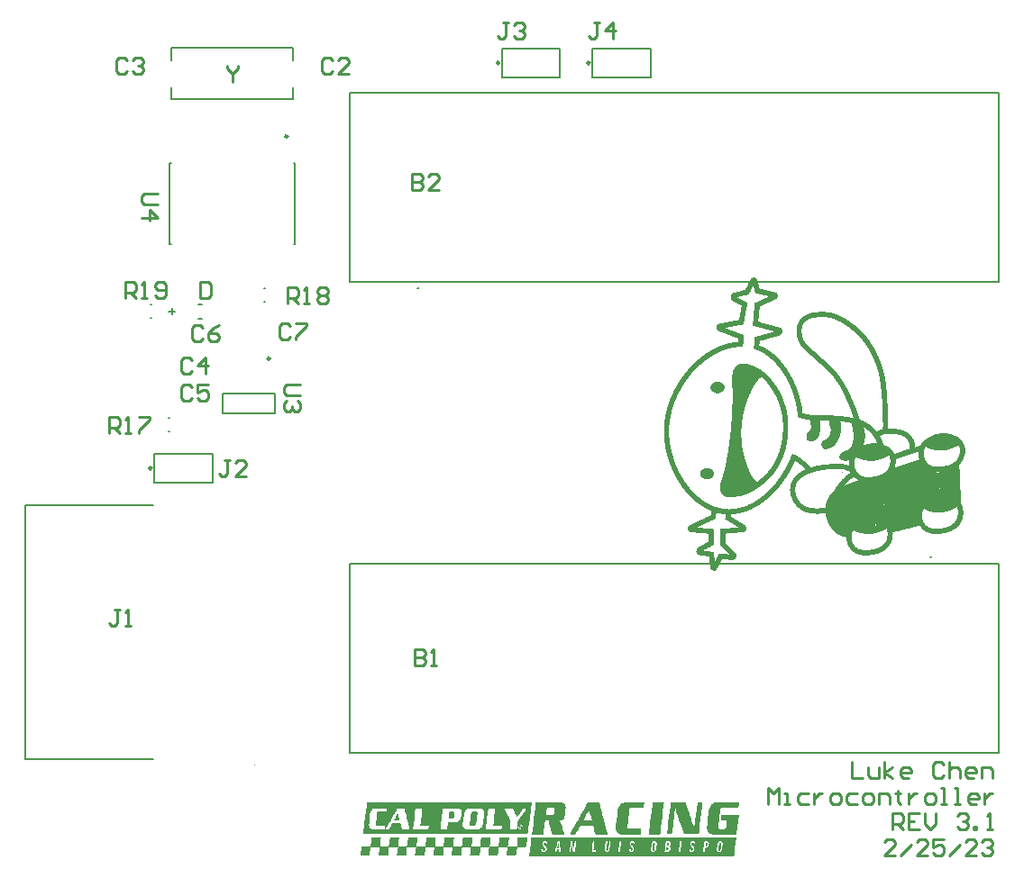
<source format=gto>
G04*
G04 #@! TF.GenerationSoftware,Altium Limited,Altium Designer,22.10.1 (41)*
G04*
G04 Layer_Color=65535*
%FSLAX44Y44*%
%MOMM*%
G71*
G04*
G04 #@! TF.SameCoordinates,A19658FD-F5F6-4820-ADF5-99B624B81DD5*
G04*
G04*
G04 #@! TF.FilePolarity,Positive*
G04*
G01*
G75*
%ADD10C,0.2000*%
%ADD11C,0.1000*%
%ADD12C,0.2500*%
%ADD13C,0.1270*%
%ADD14C,0.2540*%
G36*
X612976Y564959D02*
X613335D01*
Y564780D01*
X613694D01*
Y564600D01*
X614052D01*
Y564421D01*
X614232D01*
Y564241D01*
X614411D01*
Y564062D01*
X614591D01*
Y563703D01*
X614770D01*
Y563524D01*
X614949D01*
Y563165D01*
X615129D01*
Y562626D01*
X615308D01*
Y561909D01*
X615488D01*
Y561191D01*
X615667D01*
Y560653D01*
X615847D01*
Y559935D01*
X616026D01*
Y559038D01*
X616205D01*
Y558500D01*
X616385D01*
Y557782D01*
X616564D01*
Y557065D01*
X616744D01*
Y556347D01*
X616923D01*
Y555629D01*
X617103D01*
Y554911D01*
X617282D01*
Y554553D01*
X618000D01*
Y554373D01*
X618717D01*
Y554194D01*
X619614D01*
Y554014D01*
X620512D01*
Y553835D01*
X621229D01*
Y553656D01*
X622126D01*
Y553476D01*
X622844D01*
Y553297D01*
X623562D01*
Y553117D01*
X624459D01*
Y552938D01*
X624997D01*
Y552758D01*
X625894D01*
Y552579D01*
X626791D01*
Y552400D01*
X627509D01*
Y552220D01*
X628406D01*
Y552041D01*
X629124D01*
Y551861D01*
X630021D01*
Y551682D01*
X630918D01*
Y551502D01*
X631456D01*
Y551323D01*
X632353D01*
Y551144D01*
X632712D01*
Y550964D01*
X633071D01*
Y550785D01*
X633250D01*
Y550605D01*
X633430D01*
Y550426D01*
X633609D01*
Y550247D01*
X633789D01*
Y550067D01*
X633968D01*
Y549708D01*
X634147D01*
Y549170D01*
X634327D01*
Y547376D01*
X634147D01*
Y546658D01*
X633968D01*
Y546479D01*
X633789D01*
Y546120D01*
X633609D01*
Y545940D01*
X633430D01*
Y545761D01*
X633250D01*
Y545402D01*
X632892D01*
Y545223D01*
X632712D01*
Y545043D01*
X632533D01*
Y544864D01*
X632174D01*
Y544684D01*
X631815D01*
Y544505D01*
X631456D01*
Y544326D01*
X631097D01*
Y544146D01*
X630738D01*
Y543967D01*
X630380D01*
Y543787D01*
X629841D01*
Y543608D01*
X629483D01*
Y543428D01*
X629124D01*
Y543249D01*
X628765D01*
Y543070D01*
X628227D01*
Y542890D01*
X628047D01*
Y542711D01*
X627509D01*
Y542531D01*
X627150D01*
Y542352D01*
X626791D01*
Y542173D01*
X626432D01*
Y541993D01*
X626074D01*
Y541814D01*
X625535D01*
Y541634D01*
X625177D01*
Y541455D01*
X624818D01*
Y541275D01*
X624459D01*
Y541096D01*
X624100D01*
Y540917D01*
X623562D01*
Y540737D01*
X623203D01*
Y540558D01*
X622844D01*
Y540378D01*
X622485D01*
Y540199D01*
X621947D01*
Y540019D01*
X621768D01*
Y539840D01*
X621229D01*
Y539661D01*
X620870D01*
Y539481D01*
X620512D01*
Y539302D01*
X620153D01*
Y539122D01*
X619794D01*
Y538943D01*
X619435D01*
Y538764D01*
X618897D01*
Y538584D01*
X618538D01*
Y538405D01*
X618179D01*
Y538225D01*
X617820D01*
Y538046D01*
X617461D01*
Y537867D01*
X617282D01*
Y536790D01*
X617103D01*
Y534996D01*
X616923D01*
Y532663D01*
X616744D01*
Y530869D01*
X616564D01*
Y529075D01*
X616385D01*
Y526742D01*
X616205D01*
Y525128D01*
X616026D01*
Y523692D01*
X616205D01*
Y523513D01*
X617103D01*
Y523333D01*
X617641D01*
Y523154D01*
X618358D01*
Y522975D01*
X619076D01*
Y522795D01*
X619614D01*
Y522616D01*
X620332D01*
Y522436D01*
X620870D01*
Y522257D01*
X621588D01*
Y522077D01*
X622306D01*
Y521898D01*
X622844D01*
Y521719D01*
X623562D01*
Y521539D01*
X624100D01*
Y521360D01*
X624818D01*
Y521180D01*
X625535D01*
Y521001D01*
X626074D01*
Y520821D01*
X626791D01*
Y520642D01*
X627509D01*
Y520463D01*
X628047D01*
Y520283D01*
X628586D01*
Y520104D01*
X629483D01*
Y519924D01*
X630021D01*
Y519745D01*
X630738D01*
Y519566D01*
X631277D01*
Y519386D01*
X631995D01*
Y519207D01*
X632712D01*
Y519027D01*
X633250D01*
Y518848D01*
X633968D01*
Y518669D01*
X634686D01*
Y518489D01*
X635224D01*
Y518310D01*
X635942D01*
Y518130D01*
X636480D01*
Y517951D01*
X636839D01*
Y517771D01*
X637377D01*
Y517592D01*
X637556D01*
Y517413D01*
X637736D01*
Y517233D01*
X637915D01*
Y517054D01*
X638095D01*
Y516695D01*
X638274D01*
Y516336D01*
X638454D01*
Y515798D01*
X638633D01*
Y514542D01*
X638454D01*
Y513645D01*
X638274D01*
Y513286D01*
X638095D01*
Y512927D01*
X637915D01*
Y512568D01*
X637736D01*
Y512389D01*
X637556D01*
Y512030D01*
X637377D01*
Y511671D01*
X637198D01*
Y511492D01*
X637018D01*
Y511312D01*
X636839D01*
Y511133D01*
X636659D01*
Y510953D01*
X636121D01*
Y510774D01*
X635762D01*
Y510595D01*
X635045D01*
Y510415D01*
X634506D01*
Y510236D01*
X633789D01*
Y510056D01*
X633250D01*
Y509877D01*
X632712D01*
Y509697D01*
X631995D01*
Y509518D01*
X631456D01*
Y509339D01*
X630918D01*
Y509159D01*
X630200D01*
Y508980D01*
X629662D01*
Y508800D01*
X629124D01*
Y508621D01*
X628406D01*
Y508442D01*
X627868D01*
Y508262D01*
X627150D01*
Y508083D01*
X626612D01*
Y507903D01*
X626074D01*
Y507724D01*
X625177D01*
Y507544D01*
X624638D01*
Y507365D01*
X624100D01*
Y507186D01*
X623382D01*
Y507006D01*
X622844D01*
Y506827D01*
X622126D01*
Y506647D01*
X621409D01*
Y506468D01*
X620870D01*
Y506288D01*
X619973D01*
Y506109D01*
X619256D01*
Y505930D01*
X618538D01*
Y505750D01*
X617820D01*
Y505571D01*
X617282D01*
Y504315D01*
X617103D01*
Y502341D01*
X616923D01*
Y501444D01*
X617282D01*
Y501265D01*
X617641D01*
Y501085D01*
X618000D01*
Y500906D01*
X618538D01*
Y500726D01*
X618717D01*
Y500547D01*
X619256D01*
Y500368D01*
X619614D01*
Y500188D01*
X619973D01*
Y500009D01*
X620332D01*
Y499829D01*
X620691D01*
Y499650D01*
X621050D01*
Y499470D01*
X621409D01*
Y499291D01*
X621588D01*
Y499112D01*
X622126D01*
Y498932D01*
X622306D01*
Y498753D01*
X622665D01*
Y498573D01*
X623023D01*
Y498394D01*
X623203D01*
Y498214D01*
X623562D01*
Y498035D01*
X623921D01*
Y497856D01*
X624100D01*
Y497676D01*
X624459D01*
Y497497D01*
X624638D01*
Y497317D01*
X624997D01*
Y497138D01*
X625356D01*
Y496959D01*
X625535D01*
Y496779D01*
X625894D01*
Y496600D01*
X626074D01*
Y496420D01*
X626253D01*
Y496241D01*
X626612D01*
Y496062D01*
X626791D01*
Y495882D01*
X627150D01*
Y495703D01*
X627330D01*
Y495523D01*
X627509D01*
Y495344D01*
X627868D01*
Y495164D01*
X628047D01*
Y494985D01*
X628227D01*
Y494806D01*
X628586D01*
Y494626D01*
X628765D01*
Y494447D01*
X628944D01*
Y494267D01*
X629303D01*
Y494088D01*
X629483D01*
Y493909D01*
X629662D01*
Y493729D01*
X629841D01*
Y493550D01*
X630021D01*
Y493370D01*
X630380D01*
Y493191D01*
X630559D01*
Y493011D01*
X630738D01*
Y492832D01*
X630918D01*
Y492653D01*
X631097D01*
Y492473D01*
X631277D01*
Y492294D01*
X631636D01*
Y492114D01*
X631815D01*
Y491935D01*
X631995D01*
Y491755D01*
X632174D01*
Y491576D01*
X632353D01*
Y491397D01*
X632533D01*
Y491217D01*
X632712D01*
Y491038D01*
X632892D01*
Y490858D01*
X633071D01*
Y490679D01*
X633250D01*
Y490499D01*
X633430D01*
Y490320D01*
X633609D01*
Y490141D01*
X633789D01*
Y489961D01*
X634147D01*
Y489602D01*
X634506D01*
Y489423D01*
X634686D01*
Y489064D01*
X634865D01*
Y488885D01*
X635045D01*
Y488705D01*
X635224D01*
Y488526D01*
X635404D01*
Y488346D01*
X635583D01*
Y488167D01*
X635762D01*
Y487988D01*
X635942D01*
Y487808D01*
X636121D01*
Y487629D01*
X636301D01*
Y487449D01*
X636480D01*
Y487270D01*
X636659D01*
Y487090D01*
X636839D01*
Y486911D01*
X637018D01*
Y486552D01*
X637198D01*
Y486373D01*
X637377D01*
Y486193D01*
X637556D01*
Y486014D01*
X637736D01*
Y485835D01*
X637915D01*
Y485476D01*
X638095D01*
Y485296D01*
X638274D01*
Y485117D01*
X638454D01*
Y484937D01*
X638633D01*
Y484758D01*
X638812D01*
Y484579D01*
X638992D01*
Y484220D01*
X639171D01*
Y484040D01*
X639351D01*
Y483861D01*
X639530D01*
Y483502D01*
X639710D01*
Y483323D01*
X639889D01*
Y483143D01*
X640068D01*
Y482964D01*
X640248D01*
Y482605D01*
X640427D01*
Y482425D01*
X640607D01*
Y482246D01*
X640786D01*
Y481887D01*
X640965D01*
Y481708D01*
X641145D01*
Y481528D01*
X641324D01*
Y481170D01*
X641504D01*
Y480990D01*
X641683D01*
Y480631D01*
X641863D01*
Y480452D01*
X642042D01*
Y480272D01*
X642221D01*
Y479914D01*
X642401D01*
Y479555D01*
X642580D01*
Y479375D01*
X642760D01*
Y479196D01*
X642939D01*
Y478837D01*
X643119D01*
Y478658D01*
X643298D01*
Y478299D01*
X643477D01*
Y478119D01*
X643657D01*
Y477761D01*
X643836D01*
Y477402D01*
X644016D01*
Y477222D01*
X644195D01*
Y476864D01*
X644374D01*
Y476684D01*
X644554D01*
Y476325D01*
X644733D01*
Y475966D01*
X644913D01*
Y475787D01*
X645092D01*
Y475428D01*
X645272D01*
Y475069D01*
X645451D01*
Y474890D01*
X645630D01*
Y474531D01*
X645810D01*
Y474172D01*
X645989D01*
Y473993D01*
X646169D01*
Y473634D01*
X646348D01*
Y473275D01*
X646528D01*
Y472916D01*
X646707D01*
Y472557D01*
X646886D01*
Y472378D01*
X647066D01*
Y472019D01*
X647245D01*
Y471660D01*
X647425D01*
Y471301D01*
X647604D01*
Y470943D01*
X647784D01*
Y470584D01*
X647963D01*
Y470225D01*
X648142D01*
Y469866D01*
X648322D01*
Y469687D01*
X648501D01*
Y469148D01*
X648681D01*
Y468790D01*
X648860D01*
Y468431D01*
X649039D01*
Y468072D01*
X649219D01*
Y467713D01*
X649398D01*
Y467354D01*
X649578D01*
Y466816D01*
X649757D01*
Y466637D01*
X649937D01*
Y466098D01*
X650116D01*
Y465739D01*
X650295D01*
Y465381D01*
X650475D01*
Y464842D01*
X650654D01*
Y464483D01*
X650834D01*
Y464125D01*
X651013D01*
Y463586D01*
X651192D01*
Y463228D01*
X651372D01*
Y462689D01*
X651551D01*
Y462330D01*
X651731D01*
Y461972D01*
X651910D01*
Y461433D01*
X652090D01*
Y460895D01*
X652269D01*
Y460536D01*
X652448D01*
Y459998D01*
X652628D01*
Y459460D01*
X652807D01*
Y458921D01*
X652987D01*
Y458383D01*
X653166D01*
Y458024D01*
X653345D01*
Y457307D01*
X653525D01*
Y456948D01*
X653704D01*
Y456230D01*
X653884D01*
Y455692D01*
X654063D01*
Y455154D01*
X654243D01*
Y454615D01*
X654422D01*
Y453898D01*
X654602D01*
Y453359D01*
X654781D01*
Y452642D01*
X654960D01*
Y452104D01*
X655140D01*
Y451386D01*
X655319D01*
Y450668D01*
X655499D01*
Y449950D01*
X655678D01*
Y449233D01*
X655857D01*
Y448515D01*
X656037D01*
Y447618D01*
X656216D01*
Y446721D01*
X656396D01*
Y446003D01*
X656575D01*
Y445106D01*
X656755D01*
Y444030D01*
X656934D01*
Y443132D01*
X657113D01*
Y441876D01*
X657293D01*
Y440800D01*
X657472D01*
Y439544D01*
X657652D01*
Y437929D01*
X657831D01*
Y437750D01*
X658010D01*
Y437570D01*
X658549D01*
Y437391D01*
X659266D01*
Y437211D01*
X659805D01*
Y437032D01*
X660522D01*
Y436853D01*
X661420D01*
Y436673D01*
X661958D01*
Y436494D01*
X663034D01*
Y436314D01*
X663931D01*
Y436135D01*
X664828D01*
Y435956D01*
X666623D01*
Y435776D01*
X683488D01*
Y435597D01*
X686718D01*
Y435417D01*
X689588D01*
Y435238D01*
X691562D01*
Y435059D01*
X693715D01*
Y434879D01*
X695151D01*
Y434700D01*
X696406D01*
Y434520D01*
X697842D01*
Y434341D01*
X698918D01*
Y434161D01*
X699995D01*
Y433982D01*
X701071D01*
Y433803D01*
X701789D01*
Y433623D01*
X702866D01*
Y433444D01*
X703763D01*
Y433264D01*
X704660D01*
Y433085D01*
X705557D01*
Y433444D01*
X705378D01*
Y433982D01*
X705198D01*
Y434520D01*
X705019D01*
Y435059D01*
X704839D01*
Y435597D01*
X704660D01*
Y436135D01*
X704480D01*
Y436673D01*
X704301D01*
Y437211D01*
X704122D01*
Y437750D01*
X703942D01*
Y438288D01*
X703763D01*
Y438647D01*
X703583D01*
Y439185D01*
X703404D01*
Y439723D01*
X703224D01*
Y440082D01*
X703045D01*
Y440800D01*
X702866D01*
Y441159D01*
X702686D01*
Y441518D01*
X702507D01*
Y442056D01*
X702327D01*
Y442415D01*
X702148D01*
Y442953D01*
X701969D01*
Y443491D01*
X701789D01*
Y443850D01*
X701610D01*
Y444388D01*
X701430D01*
Y444747D01*
X701251D01*
Y445106D01*
X701071D01*
Y445644D01*
X700892D01*
Y446003D01*
X700713D01*
Y446541D01*
X700533D01*
Y446900D01*
X700354D01*
Y447259D01*
X700174D01*
Y447797D01*
X699995D01*
Y448156D01*
X699816D01*
Y448515D01*
X699636D01*
Y449053D01*
X699457D01*
Y449412D01*
X699277D01*
Y449771D01*
X699098D01*
Y450309D01*
X698918D01*
Y450668D01*
X698739D01*
Y451027D01*
X698559D01*
Y451386D01*
X698380D01*
Y451924D01*
X698201D01*
Y452283D01*
X698021D01*
Y452642D01*
X697842D01*
Y453180D01*
X697662D01*
Y453359D01*
X697483D01*
Y453898D01*
X697304D01*
Y454257D01*
X697124D01*
Y454615D01*
X696945D01*
Y454974D01*
X696765D01*
Y455333D01*
X696586D01*
Y455692D01*
X696406D01*
Y456051D01*
X696227D01*
Y456410D01*
X696048D01*
Y456768D01*
X695868D01*
Y457127D01*
X695689D01*
Y457486D01*
X695509D01*
Y458024D01*
X695330D01*
Y458204D01*
X695151D01*
Y458563D01*
X694971D01*
Y458921D01*
X694792D01*
Y459280D01*
X694612D01*
Y459639D01*
X694433D01*
Y459998D01*
X694253D01*
Y460177D01*
X694074D01*
Y460536D01*
X693895D01*
Y460895D01*
X693715D01*
Y461254D01*
X693536D01*
Y461613D01*
X693356D01*
Y461792D01*
X693177D01*
Y462151D01*
X692998D01*
Y462510D01*
X692818D01*
Y462689D01*
X692639D01*
Y463048D01*
X692459D01*
Y463407D01*
X692280D01*
Y463586D01*
X692100D01*
Y463945D01*
X691921D01*
Y464304D01*
X691741D01*
Y464483D01*
X691562D01*
Y464842D01*
X691383D01*
Y465022D01*
X691203D01*
Y465381D01*
X691024D01*
Y465739D01*
X690844D01*
Y465919D01*
X690665D01*
Y466278D01*
X690486D01*
Y466457D01*
X690306D01*
Y466816D01*
X690127D01*
Y466995D01*
X689947D01*
Y467354D01*
X689768D01*
Y467534D01*
X689588D01*
Y467892D01*
X689409D01*
Y468072D01*
X689230D01*
Y468251D01*
X689050D01*
Y468610D01*
X688871D01*
Y468790D01*
X688691D01*
Y468969D01*
X688512D01*
Y469328D01*
X688333D01*
Y469507D01*
X688153D01*
Y469866D01*
X687974D01*
Y470046D01*
X687794D01*
Y470225D01*
X687615D01*
Y470404D01*
X687436D01*
Y470763D01*
X687256D01*
Y470943D01*
X687077D01*
Y471122D01*
X686897D01*
Y471301D01*
X686718D01*
Y471660D01*
X686538D01*
Y471840D01*
X686359D01*
Y472019D01*
X686180D01*
Y472199D01*
X686000D01*
Y472557D01*
X685821D01*
Y472737D01*
X685641D01*
Y472916D01*
X685462D01*
Y473096D01*
X685282D01*
Y473275D01*
X685103D01*
Y473634D01*
X684923D01*
Y473813D01*
X684744D01*
Y473993D01*
X684565D01*
Y474172D01*
X684385D01*
Y474352D01*
X684206D01*
Y474531D01*
X684026D01*
Y474711D01*
X683847D01*
Y475069D01*
X683668D01*
Y475249D01*
X683488D01*
Y475428D01*
X683309D01*
Y475608D01*
X683129D01*
Y475787D01*
X682950D01*
Y475966D01*
X682770D01*
Y476146D01*
X682591D01*
Y476325D01*
X682412D01*
Y476505D01*
X682232D01*
Y476684D01*
X682053D01*
Y476864D01*
X681873D01*
Y477043D01*
X681694D01*
Y477222D01*
X681515D01*
Y477402D01*
X681335D01*
Y477581D01*
X681156D01*
Y477761D01*
X680976D01*
Y477940D01*
X680797D01*
Y478119D01*
X680618D01*
Y478299D01*
X680438D01*
Y478478D01*
X680259D01*
Y478658D01*
X680079D01*
Y478837D01*
X679900D01*
Y479016D01*
X679720D01*
Y479196D01*
X679541D01*
Y479375D01*
X679361D01*
Y479555D01*
X679182D01*
Y479734D01*
X679003D01*
Y479914D01*
X678644D01*
Y480093D01*
X678464D01*
Y480272D01*
X678285D01*
Y480452D01*
X678106D01*
Y480631D01*
X677926D01*
Y480811D01*
X677747D01*
Y480990D01*
X677567D01*
Y481170D01*
X677388D01*
Y481349D01*
X677208D01*
Y481528D01*
X677029D01*
Y481708D01*
X676850D01*
Y481887D01*
X676670D01*
Y482067D01*
X676491D01*
Y482246D01*
X676311D01*
Y482425D01*
X675953D01*
Y482605D01*
X675773D01*
Y482784D01*
X675594D01*
Y482964D01*
X675414D01*
Y483143D01*
X675235D01*
Y483323D01*
X675055D01*
Y483502D01*
X674876D01*
Y483681D01*
X674697D01*
Y483861D01*
X674517D01*
Y484040D01*
X674158D01*
Y484220D01*
X673979D01*
Y484399D01*
X673800D01*
Y484579D01*
X673620D01*
Y484758D01*
X673441D01*
Y484937D01*
X673261D01*
Y485117D01*
X673082D01*
Y485296D01*
X672902D01*
Y485476D01*
X672723D01*
Y485655D01*
X672364D01*
Y485835D01*
X672185D01*
Y486014D01*
X672005D01*
Y486193D01*
X671826D01*
Y486373D01*
X671646D01*
Y486552D01*
X671467D01*
Y486732D01*
X671288D01*
Y486911D01*
X671108D01*
Y487090D01*
X670929D01*
Y487270D01*
X670570D01*
Y487449D01*
X670390D01*
Y487629D01*
X670211D01*
Y487808D01*
X670032D01*
Y487988D01*
X669852D01*
Y488167D01*
X669673D01*
Y488346D01*
X669493D01*
Y488526D01*
X669314D01*
Y488705D01*
X668955D01*
Y488885D01*
X668776D01*
Y489064D01*
X668596D01*
Y489244D01*
X668417D01*
Y489423D01*
X668237D01*
Y489602D01*
X668058D01*
Y489782D01*
X667879D01*
Y489961D01*
X667699D01*
Y490141D01*
X667520D01*
Y490320D01*
X667340D01*
Y490499D01*
X666982D01*
Y490679D01*
X666802D01*
Y490858D01*
X666623D01*
Y491038D01*
X666443D01*
Y491217D01*
X666264D01*
Y491397D01*
X666084D01*
Y491576D01*
X665905D01*
Y491755D01*
X665726D01*
Y491935D01*
X665367D01*
Y492114D01*
X665187D01*
Y492294D01*
X665008D01*
Y492473D01*
X664828D01*
Y492653D01*
X664649D01*
Y492832D01*
X664470D01*
Y493011D01*
X664290D01*
Y493191D01*
X664111D01*
Y493370D01*
X663752D01*
Y493550D01*
X663572D01*
Y493729D01*
X663393D01*
Y493909D01*
X663214D01*
Y494088D01*
X663034D01*
Y494267D01*
X662855D01*
Y494447D01*
X662675D01*
Y494626D01*
X662496D01*
Y494806D01*
X662317D01*
Y494985D01*
X662137D01*
Y495164D01*
X661958D01*
Y495344D01*
X661599D01*
Y495523D01*
X661420D01*
Y495703D01*
X661240D01*
Y495882D01*
X661061D01*
Y496062D01*
X660881D01*
Y496241D01*
X660702D01*
Y496420D01*
X660522D01*
Y496600D01*
X660343D01*
Y496779D01*
X660163D01*
Y496959D01*
X659984D01*
Y497138D01*
X659805D01*
Y497317D01*
X659625D01*
Y497497D01*
X659446D01*
Y497676D01*
X659266D01*
Y497856D01*
X659087D01*
Y498035D01*
X658908D01*
Y498214D01*
X658728D01*
Y498394D01*
X658549D01*
Y498573D01*
X658369D01*
Y498753D01*
X658190D01*
Y498932D01*
X658010D01*
Y499112D01*
X657831D01*
Y499291D01*
X657652D01*
Y499650D01*
X657472D01*
Y499829D01*
X657293D01*
Y500009D01*
X657113D01*
Y500188D01*
X656934D01*
Y500368D01*
X656755D01*
Y500547D01*
X656575D01*
Y500906D01*
X656396D01*
Y501085D01*
X656216D01*
Y501265D01*
X656037D01*
Y501623D01*
X655857D01*
Y501803D01*
X655678D01*
Y502162D01*
X655499D01*
Y502341D01*
X655319D01*
Y502700D01*
X655140D01*
Y502879D01*
X654960D01*
Y503238D01*
X654781D01*
Y503597D01*
X654602D01*
Y503956D01*
X654422D01*
Y504135D01*
X654243D01*
Y504674D01*
X654063D01*
Y505033D01*
X653884D01*
Y505391D01*
X653704D01*
Y505930D01*
X653525D01*
Y506288D01*
X653345D01*
Y506827D01*
X653166D01*
Y507365D01*
X652987D01*
Y507903D01*
X652807D01*
Y508621D01*
X652628D01*
Y509339D01*
X652448D01*
Y510056D01*
X652269D01*
Y511133D01*
X652090D01*
Y512030D01*
X651910D01*
Y514721D01*
X651731D01*
Y514901D01*
X651910D01*
Y517771D01*
X652090D01*
Y518848D01*
X652269D01*
Y519566D01*
X652448D01*
Y520283D01*
X652628D01*
Y520821D01*
X652807D01*
Y521360D01*
X652987D01*
Y521719D01*
X653166D01*
Y522257D01*
X653345D01*
Y522616D01*
X653525D01*
Y522975D01*
X653704D01*
Y523333D01*
X653884D01*
Y523692D01*
X654063D01*
Y523872D01*
X654243D01*
Y524230D01*
X654422D01*
Y524589D01*
X654602D01*
Y524769D01*
X654781D01*
Y525128D01*
X654960D01*
Y525307D01*
X655140D01*
Y525486D01*
X655319D01*
Y525666D01*
X655499D01*
Y526025D01*
X655678D01*
Y526204D01*
X655857D01*
Y526384D01*
X656037D01*
Y526563D01*
X656216D01*
Y526742D01*
X656396D01*
Y526922D01*
X656575D01*
Y527101D01*
X656755D01*
Y527281D01*
X656934D01*
Y527460D01*
X657113D01*
Y527640D01*
X657293D01*
Y527819D01*
X657652D01*
Y527998D01*
X657831D01*
Y528178D01*
X658010D01*
Y528357D01*
X658369D01*
Y528537D01*
X658549D01*
Y528716D01*
X658728D01*
Y528895D01*
X659087D01*
Y529075D01*
X659266D01*
Y529254D01*
X659625D01*
Y529434D01*
X659984D01*
Y529613D01*
X660163D01*
Y529793D01*
X660702D01*
Y529972D01*
X660881D01*
Y530151D01*
X661420D01*
Y530331D01*
X661778D01*
Y530510D01*
X662137D01*
Y530690D01*
X662675D01*
Y530869D01*
X663034D01*
Y531049D01*
X663572D01*
Y531228D01*
X664111D01*
Y531407D01*
X664649D01*
Y531587D01*
X665367D01*
Y531766D01*
X666084D01*
Y531946D01*
X666802D01*
Y532125D01*
X667879D01*
Y532304D01*
X668955D01*
Y532484D01*
X670211D01*
Y532663D01*
X672723D01*
Y532843D01*
X679361D01*
Y532663D01*
X680976D01*
Y532484D01*
X682232D01*
Y532304D01*
X683129D01*
Y532125D01*
X684206D01*
Y531946D01*
X684923D01*
Y531766D01*
X685641D01*
Y531587D01*
X686359D01*
Y531407D01*
X686897D01*
Y531228D01*
X687615D01*
Y531049D01*
X688153D01*
Y530869D01*
X688512D01*
Y530690D01*
X689050D01*
Y530510D01*
X689588D01*
Y530331D01*
X690127D01*
Y530151D01*
X690665D01*
Y529972D01*
X691024D01*
Y529793D01*
X691383D01*
Y529613D01*
X691921D01*
Y529434D01*
X692280D01*
Y529254D01*
X692639D01*
Y529075D01*
X692998D01*
Y528895D01*
X693356D01*
Y528716D01*
X693895D01*
Y528537D01*
X694074D01*
Y528357D01*
X694612D01*
Y528178D01*
X694971D01*
Y527998D01*
X695151D01*
Y527819D01*
X695509D01*
Y527640D01*
X695868D01*
Y527460D01*
X696227D01*
Y527281D01*
X696586D01*
Y527101D01*
X696945D01*
Y526922D01*
X697124D01*
Y526742D01*
X697483D01*
Y526563D01*
X697842D01*
Y526384D01*
X698201D01*
Y526204D01*
X698380D01*
Y526025D01*
X698739D01*
Y525845D01*
X699098D01*
Y525666D01*
X699277D01*
Y525486D01*
X699636D01*
Y525307D01*
X699816D01*
Y525128D01*
X699995D01*
Y524948D01*
X700354D01*
Y524769D01*
X700713D01*
Y524589D01*
X700892D01*
Y524410D01*
X701251D01*
Y524230D01*
X701430D01*
Y524051D01*
X701789D01*
Y523872D01*
X701969D01*
Y523692D01*
X702148D01*
Y523513D01*
X702507D01*
Y523333D01*
X702686D01*
Y523154D01*
X703045D01*
Y522975D01*
X703224D01*
Y522795D01*
X703404D01*
Y522616D01*
X703763D01*
Y522436D01*
X703942D01*
Y522257D01*
X704122D01*
Y522077D01*
X704480D01*
Y521898D01*
X704660D01*
Y521719D01*
X704839D01*
Y521539D01*
X705198D01*
Y521360D01*
X705378D01*
Y521180D01*
X705557D01*
Y521001D01*
X705916D01*
Y520821D01*
X706095D01*
Y520642D01*
X706275D01*
Y520463D01*
X706454D01*
Y520283D01*
X706813D01*
Y520104D01*
X706992D01*
Y519924D01*
X707172D01*
Y519745D01*
X707351D01*
Y519566D01*
X707710D01*
Y519386D01*
X707889D01*
Y519207D01*
X708069D01*
Y519027D01*
X708248D01*
Y518848D01*
X708428D01*
Y518669D01*
X708786D01*
Y518489D01*
X708966D01*
Y518310D01*
X709145D01*
Y518130D01*
X709325D01*
Y517951D01*
X709504D01*
Y517771D01*
X709684D01*
Y517592D01*
X709863D01*
Y517413D01*
X710042D01*
Y517233D01*
X710401D01*
Y517054D01*
X710581D01*
Y516874D01*
X710760D01*
Y516695D01*
X710939D01*
Y516516D01*
X711119D01*
Y516336D01*
X711298D01*
Y516157D01*
X711478D01*
Y515977D01*
X711657D01*
Y515798D01*
X711837D01*
Y515618D01*
X712016D01*
Y515439D01*
X712196D01*
Y515260D01*
X712375D01*
Y515080D01*
X712554D01*
Y514901D01*
X712734D01*
Y514721D01*
X712913D01*
Y514542D01*
X713093D01*
Y514362D01*
X713272D01*
Y514183D01*
X713451D01*
Y514003D01*
X713631D01*
Y513824D01*
X713810D01*
Y513645D01*
X713990D01*
Y513465D01*
X714169D01*
Y513286D01*
X714349D01*
Y513106D01*
X714528D01*
Y512927D01*
X714707D01*
Y512748D01*
X714887D01*
Y512389D01*
X715066D01*
Y512209D01*
X715246D01*
Y512030D01*
X715425D01*
Y511851D01*
X715604D01*
Y511671D01*
X715784D01*
Y511492D01*
X715963D01*
Y511133D01*
X716143D01*
Y510953D01*
X716322D01*
Y510774D01*
X716502D01*
Y510595D01*
X716681D01*
Y510415D01*
X716860D01*
Y510236D01*
X717040D01*
Y509877D01*
X717219D01*
Y509697D01*
X717399D01*
Y509518D01*
X717578D01*
Y509339D01*
X717757D01*
Y509159D01*
X717937D01*
Y508800D01*
X718116D01*
Y508621D01*
X718296D01*
Y508442D01*
X718475D01*
Y508083D01*
X718655D01*
Y507903D01*
X718834D01*
Y507724D01*
X719014D01*
Y507544D01*
X719193D01*
Y507186D01*
X719372D01*
Y507006D01*
X719552D01*
Y506827D01*
X719731D01*
Y506468D01*
X719911D01*
Y506288D01*
X720090D01*
Y506109D01*
X720269D01*
Y505750D01*
X720449D01*
Y505571D01*
X720628D01*
Y505212D01*
X720808D01*
Y505033D01*
X720987D01*
Y504674D01*
X721167D01*
Y504494D01*
X721346D01*
Y504135D01*
X721525D01*
Y503956D01*
X721705D01*
Y503597D01*
X721884D01*
Y503418D01*
X722064D01*
Y503059D01*
X722243D01*
Y502879D01*
X722422D01*
Y502521D01*
X722602D01*
Y502341D01*
X722781D01*
Y501982D01*
X722961D01*
Y501803D01*
X723140D01*
Y501444D01*
X723320D01*
Y501085D01*
X723499D01*
Y500726D01*
X723678D01*
Y500547D01*
X723858D01*
Y500188D01*
X724037D01*
Y499829D01*
X724217D01*
Y499470D01*
X724396D01*
Y499291D01*
X724576D01*
Y498932D01*
X724755D01*
Y498573D01*
X724934D01*
Y498394D01*
X725114D01*
Y497856D01*
X725293D01*
Y497676D01*
X725473D01*
Y497317D01*
X725652D01*
Y496959D01*
X725831D01*
Y496600D01*
X726011D01*
Y496241D01*
X726190D01*
Y495882D01*
X726370D01*
Y495703D01*
X726549D01*
Y495164D01*
X726729D01*
Y494806D01*
X726908D01*
Y494626D01*
X727087D01*
Y494088D01*
X727267D01*
Y493729D01*
X727446D01*
Y493370D01*
X727626D01*
Y493011D01*
X727805D01*
Y492653D01*
X727984D01*
Y492114D01*
X728164D01*
Y491935D01*
X728343D01*
Y491397D01*
X728523D01*
Y491038D01*
X728702D01*
Y490679D01*
X728882D01*
Y490141D01*
X729061D01*
Y489782D01*
X729240D01*
Y489423D01*
X729420D01*
Y488885D01*
X729599D01*
Y488526D01*
X729779D01*
Y488167D01*
X729958D01*
Y487629D01*
X730137D01*
Y487270D01*
X730317D01*
Y486732D01*
X730496D01*
Y486373D01*
X730676D01*
Y485835D01*
X730855D01*
Y485476D01*
X731035D01*
Y484937D01*
X731214D01*
Y484399D01*
X731394D01*
Y483861D01*
X731573D01*
Y483502D01*
X731752D01*
Y482784D01*
X731932D01*
Y482425D01*
X732111D01*
Y481887D01*
X732291D01*
Y481170D01*
X732470D01*
Y480811D01*
X732649D01*
Y480093D01*
X732829D01*
Y479375D01*
X733008D01*
Y479016D01*
X733188D01*
Y478299D01*
X733367D01*
Y477581D01*
X733547D01*
Y477043D01*
X733726D01*
Y476146D01*
X733905D01*
Y475428D01*
X734085D01*
Y474711D01*
X734264D01*
Y473813D01*
X734444D01*
Y473096D01*
X734623D01*
Y472199D01*
X734802D01*
Y471301D01*
X734982D01*
Y470404D01*
X735161D01*
Y469148D01*
X735341D01*
Y468251D01*
X735520D01*
Y467175D01*
X735700D01*
Y465739D01*
X735879D01*
Y464663D01*
X736058D01*
Y463048D01*
X736238D01*
Y461433D01*
X736417D01*
Y459818D01*
X736597D01*
Y457486D01*
X736776D01*
Y455512D01*
X736955D01*
Y453180D01*
X737135D01*
Y450130D01*
X737314D01*
Y446900D01*
X737494D01*
Y443491D01*
X737673D01*
Y440262D01*
X737853D01*
Y437032D01*
X738032D01*
Y423396D01*
X741262D01*
Y423217D01*
X743235D01*
Y423037D01*
X745388D01*
Y422858D01*
X746465D01*
Y422678D01*
X747541D01*
Y422499D01*
X748438D01*
Y422320D01*
X749156D01*
Y422140D01*
X749874D01*
Y421961D01*
X750592D01*
Y421781D01*
X751130D01*
Y421602D01*
X751668D01*
Y421423D01*
X752027D01*
Y421243D01*
X752565D01*
Y421064D01*
X753103D01*
Y420884D01*
X753462D01*
Y420705D01*
X753821D01*
Y420525D01*
X754180D01*
Y420346D01*
X754539D01*
Y420167D01*
X754898D01*
Y419987D01*
X755256D01*
Y419808D01*
X755436D01*
Y419628D01*
X755795D01*
Y419449D01*
X755974D01*
Y419269D01*
X756333D01*
Y419090D01*
X756512D01*
Y418911D01*
X756871D01*
Y418731D01*
X757051D01*
Y418552D01*
X757230D01*
Y418372D01*
X757589D01*
Y418193D01*
X757768D01*
Y418013D01*
X757948D01*
Y417834D01*
X758127D01*
Y417655D01*
X758307D01*
Y417475D01*
X758486D01*
Y417296D01*
X758665D01*
Y417116D01*
X758845D01*
Y416937D01*
X759024D01*
Y416758D01*
X759204D01*
Y416578D01*
X759383D01*
Y416399D01*
X759563D01*
Y416219D01*
X759742D01*
Y415860D01*
X759921D01*
Y415681D01*
X760101D01*
Y415502D01*
X760280D01*
Y415322D01*
X760460D01*
Y414963D01*
X760639D01*
Y414605D01*
X760818D01*
Y414425D01*
X760998D01*
Y414066D01*
X761177D01*
Y413708D01*
X761357D01*
Y413528D01*
X761536D01*
Y412990D01*
X761716D01*
Y412810D01*
X761895D01*
Y412272D01*
X762074D01*
Y411913D01*
X762254D01*
Y411554D01*
X762433D01*
Y410837D01*
X762613D01*
Y410299D01*
X762792D01*
Y409760D01*
X762971D01*
Y408863D01*
X763151D01*
Y408145D01*
X763330D01*
Y406531D01*
X763510D01*
Y405634D01*
X763869D01*
Y405813D01*
X764407D01*
Y405992D01*
X764945D01*
Y406172D01*
X765663D01*
Y406351D01*
X766380D01*
Y406531D01*
X766919D01*
Y406710D01*
X767636D01*
Y406889D01*
X768175D01*
Y407069D01*
X768354D01*
Y407428D01*
X768533D01*
Y407787D01*
X768713D01*
Y408145D01*
X768892D01*
Y408325D01*
X769072D01*
Y408684D01*
X769251D01*
Y409043D01*
X769431D01*
Y409222D01*
X769610D01*
Y409401D01*
X769790D01*
Y409760D01*
X769969D01*
Y409940D01*
X770148D01*
Y410119D01*
X770328D01*
Y410299D01*
X770507D01*
Y410657D01*
X770687D01*
Y410837D01*
X770866D01*
Y411016D01*
X771045D01*
Y411196D01*
X771225D01*
Y411375D01*
X771404D01*
Y411554D01*
X771584D01*
Y411734D01*
X771763D01*
Y411913D01*
X771943D01*
Y412093D01*
X772122D01*
Y412272D01*
X772481D01*
Y412452D01*
X772660D01*
Y412631D01*
X772840D01*
Y412810D01*
X773019D01*
Y412990D01*
X773378D01*
Y413169D01*
X773557D01*
Y413349D01*
X773737D01*
Y413528D01*
X774096D01*
Y413708D01*
X774275D01*
Y413887D01*
X774634D01*
Y414066D01*
X774813D01*
Y414246D01*
X775172D01*
Y414425D01*
X775531D01*
Y414605D01*
X775710D01*
Y414784D01*
X776069D01*
Y414963D01*
X776428D01*
Y415143D01*
X776787D01*
Y415322D01*
X777146D01*
Y415502D01*
X777505D01*
Y415681D01*
X777863D01*
Y415860D01*
X778222D01*
Y416040D01*
X778581D01*
Y416219D01*
X778940D01*
Y416399D01*
X779299D01*
Y416578D01*
X779658D01*
Y416758D01*
X780196D01*
Y416937D01*
X780734D01*
Y417116D01*
X781093D01*
Y417296D01*
X781811D01*
Y417475D01*
X782169D01*
Y417655D01*
X782887D01*
Y417834D01*
X783605D01*
Y418013D01*
X784143D01*
Y418193D01*
X785220D01*
Y418372D01*
X786117D01*
Y418552D01*
X787373D01*
Y418731D01*
X793114D01*
Y418552D01*
X794191D01*
Y418372D01*
X795088D01*
Y418193D01*
X796164D01*
Y418013D01*
X796523D01*
Y417834D01*
X797420D01*
Y417655D01*
X797959D01*
Y417475D01*
X798497D01*
Y417296D01*
X799035D01*
Y417116D01*
X799573D01*
Y416937D01*
X799932D01*
Y416758D01*
X800470D01*
Y416578D01*
X800829D01*
Y416399D01*
X801367D01*
Y416219D01*
X801726D01*
Y416040D01*
X802085D01*
Y415860D01*
X802444D01*
Y415681D01*
X802803D01*
Y415502D01*
X802982D01*
Y415322D01*
X803341D01*
Y415143D01*
X803700D01*
Y414963D01*
X803879D01*
Y414784D01*
X804238D01*
Y414605D01*
X804418D01*
Y414425D01*
X804597D01*
Y414246D01*
X804956D01*
Y414066D01*
X805135D01*
Y413887D01*
X805315D01*
Y413708D01*
X805494D01*
Y413528D01*
X805674D01*
Y413349D01*
X805853D01*
Y413169D01*
X806032D01*
Y412990D01*
X806212D01*
Y412810D01*
X806391D01*
Y412631D01*
X806571D01*
Y412452D01*
X806750D01*
Y412272D01*
X806930D01*
Y412093D01*
X807109D01*
Y411913D01*
X807288D01*
Y411554D01*
X807468D01*
Y411375D01*
X807647D01*
Y411016D01*
X807827D01*
Y410837D01*
X808006D01*
Y410478D01*
X808186D01*
Y410299D01*
X808365D01*
Y409940D01*
X808544D01*
Y409581D01*
X808724D01*
Y409222D01*
X808903D01*
Y408863D01*
X809083D01*
Y408504D01*
X809262D01*
Y407966D01*
X809441D01*
Y407428D01*
X809621D01*
Y406889D01*
X809800D01*
Y405992D01*
X809980D01*
Y405095D01*
X810159D01*
Y403839D01*
X810339D01*
Y400789D01*
X810159D01*
Y399713D01*
X809980D01*
Y398636D01*
X809800D01*
Y397739D01*
X809621D01*
Y397201D01*
X809441D01*
Y396483D01*
X809262D01*
Y395945D01*
X809083D01*
Y395406D01*
X808903D01*
Y394868D01*
X808724D01*
Y394509D01*
X808544D01*
Y394151D01*
X808365D01*
Y393792D01*
X808186D01*
Y393433D01*
X808006D01*
Y393074D01*
X807827D01*
Y392715D01*
X807647D01*
Y392536D01*
X807468D01*
Y392177D01*
X807288D01*
Y391998D01*
X807109D01*
Y391639D01*
X806930D01*
Y391459D01*
X806750D01*
Y391280D01*
X806571D01*
Y390921D01*
X806391D01*
Y390742D01*
X806212D01*
Y390562D01*
X806032D01*
Y390383D01*
X805853D01*
Y390024D01*
X805674D01*
Y389845D01*
X805494D01*
Y389665D01*
X805315D01*
Y389486D01*
X805135D01*
Y389306D01*
X804956D01*
Y385359D01*
X805135D01*
Y381053D01*
X805315D01*
Y377823D01*
X805494D01*
Y377464D01*
X805315D01*
Y377285D01*
X805494D01*
Y372800D01*
X805674D01*
Y369391D01*
X805853D01*
Y365264D01*
X806032D01*
Y360778D01*
X806212D01*
Y357728D01*
X806391D01*
Y353422D01*
X806571D01*
Y351807D01*
X806750D01*
Y351628D01*
X806930D01*
Y351269D01*
X807109D01*
Y350910D01*
X807288D01*
Y350372D01*
X807468D01*
Y350013D01*
X807647D01*
Y349475D01*
X807827D01*
Y348937D01*
X808006D01*
Y348219D01*
X808186D01*
Y347501D01*
X808365D01*
Y346425D01*
X808544D01*
Y341939D01*
X808365D01*
Y340683D01*
X808186D01*
Y339966D01*
X808006D01*
Y339068D01*
X807827D01*
Y338351D01*
X807647D01*
Y337813D01*
X807468D01*
Y337274D01*
X807288D01*
Y336916D01*
X807109D01*
Y336377D01*
X806930D01*
Y336018D01*
X806750D01*
Y335659D01*
X806571D01*
Y335301D01*
X806391D01*
Y334942D01*
X806212D01*
Y334583D01*
X806032D01*
Y334404D01*
X805853D01*
Y334045D01*
X805674D01*
Y333865D01*
X805494D01*
Y333507D01*
X805315D01*
Y333327D01*
X805135D01*
Y332968D01*
X804956D01*
Y332789D01*
X804777D01*
Y332609D01*
X804597D01*
Y332251D01*
X804418D01*
Y332071D01*
X804238D01*
Y331892D01*
X804059D01*
Y331712D01*
X803879D01*
Y331533D01*
X803700D01*
Y331353D01*
X803521D01*
Y331174D01*
X803341D01*
Y330995D01*
X803162D01*
Y330815D01*
X802982D01*
Y330636D01*
X802803D01*
Y330456D01*
X802624D01*
Y330277D01*
X802444D01*
Y330098D01*
X802265D01*
Y329918D01*
X801906D01*
Y329739D01*
X801726D01*
Y329559D01*
X801547D01*
Y329380D01*
X801367D01*
Y329200D01*
X801009D01*
Y329021D01*
X800829D01*
Y328842D01*
X800470D01*
Y328662D01*
X800291D01*
Y328483D01*
X799932D01*
Y328303D01*
X799573D01*
Y328124D01*
X799394D01*
Y327944D01*
X799035D01*
Y327765D01*
X798676D01*
Y327586D01*
X798497D01*
Y327406D01*
X797959D01*
Y327227D01*
X797600D01*
Y327047D01*
X797420D01*
Y326868D01*
X796882D01*
Y326688D01*
X796523D01*
Y326509D01*
X795985D01*
Y326330D01*
X795626D01*
Y326150D01*
X795267D01*
Y325971D01*
X794549D01*
Y325791D01*
X794011D01*
Y325612D01*
X793473D01*
Y325433D01*
X792755D01*
Y325253D01*
X792217D01*
Y325074D01*
X791499D01*
Y324894D01*
X790423D01*
Y324715D01*
X789526D01*
Y324535D01*
X788270D01*
Y324356D01*
X786476D01*
Y324177D01*
X783605D01*
Y323997D01*
X782349D01*
Y324177D01*
X780016D01*
Y324356D01*
X778761D01*
Y324535D01*
X777863D01*
Y324715D01*
X777146D01*
Y324894D01*
X776608D01*
Y325074D01*
X775890D01*
Y325253D01*
X775531D01*
Y325433D01*
X774993D01*
Y325612D01*
X774634D01*
Y325791D01*
X774275D01*
Y325971D01*
X773737D01*
Y326150D01*
X773557D01*
Y326330D01*
X773198D01*
Y326509D01*
X772840D01*
Y326688D01*
X772660D01*
Y326868D01*
X772301D01*
Y327047D01*
X772122D01*
Y327227D01*
X771763D01*
Y327406D01*
X771584D01*
Y327586D01*
X771404D01*
Y327765D01*
X771045D01*
Y327944D01*
X770866D01*
Y328124D01*
X770687D01*
Y328303D01*
X770507D01*
Y328483D01*
X770328D01*
Y328662D01*
X770148D01*
Y328842D01*
X769969D01*
Y329021D01*
X769790D01*
Y329200D01*
X769610D01*
Y329380D01*
X769431D01*
Y329559D01*
X769251D01*
Y329739D01*
X769072D01*
Y329918D01*
X768892D01*
Y330098D01*
X768713D01*
Y330456D01*
X768533D01*
Y330636D01*
X768354D01*
Y330815D01*
X768175D01*
Y331174D01*
X767995D01*
Y331353D01*
X767816D01*
Y331712D01*
X767636D01*
Y331892D01*
X767098D01*
Y331712D01*
X766201D01*
Y331533D01*
X765483D01*
Y331353D01*
X765125D01*
Y331174D01*
X764228D01*
Y330995D01*
X763689D01*
Y330815D01*
X762971D01*
Y330636D01*
X762254D01*
Y330456D01*
X761536D01*
Y330277D01*
X760818D01*
Y330098D01*
X760101D01*
Y329918D01*
X759383D01*
Y329739D01*
X758665D01*
Y329559D01*
X757948D01*
Y329380D01*
X757230D01*
Y329200D01*
X756512D01*
Y329021D01*
X755974D01*
Y328842D01*
X755077D01*
Y328662D01*
X754359D01*
Y328483D01*
X753821D01*
Y328303D01*
X752924D01*
Y328124D01*
X752386D01*
Y327944D01*
X751489D01*
Y327765D01*
X750771D01*
Y327586D01*
X750053D01*
Y327406D01*
X749335D01*
Y327227D01*
X748438D01*
Y327047D01*
X747900D01*
Y326868D01*
X747003D01*
Y326688D01*
X746285D01*
Y326509D01*
X745568D01*
Y326330D01*
X744671D01*
Y326150D01*
X744132D01*
Y325971D01*
X743235D01*
Y325791D01*
X742518D01*
Y325612D01*
X742338D01*
Y324715D01*
X742518D01*
Y324177D01*
X742338D01*
Y321306D01*
X742159D01*
Y320229D01*
X741979D01*
Y319512D01*
X741800D01*
Y318615D01*
X741620D01*
Y318256D01*
X741441D01*
Y317538D01*
X741262D01*
Y317000D01*
X741082D01*
Y316641D01*
X740903D01*
Y316103D01*
X740723D01*
Y315744D01*
X740544D01*
Y315385D01*
X740365D01*
Y315026D01*
X740185D01*
Y314667D01*
X740006D01*
Y314488D01*
X739826D01*
Y314129D01*
X739647D01*
Y313770D01*
X739467D01*
Y313591D01*
X739288D01*
Y313232D01*
X739109D01*
Y313053D01*
X738929D01*
Y312694D01*
X738750D01*
Y312514D01*
X738570D01*
Y312335D01*
X738391D01*
Y312155D01*
X738212D01*
Y311976D01*
X738032D01*
Y311617D01*
X737853D01*
Y311438D01*
X737673D01*
Y311258D01*
X737494D01*
Y311079D01*
X737314D01*
Y310900D01*
X737135D01*
Y310720D01*
X736955D01*
Y310541D01*
X736776D01*
Y310361D01*
X736597D01*
Y310182D01*
X736238D01*
Y310002D01*
X736058D01*
Y309823D01*
X735879D01*
Y309643D01*
X735700D01*
Y309464D01*
X735520D01*
Y309285D01*
X735161D01*
Y309105D01*
X734982D01*
Y308926D01*
X734802D01*
Y308746D01*
X734444D01*
Y308567D01*
X734264D01*
Y308388D01*
X733905D01*
Y308208D01*
X733547D01*
Y308029D01*
X733367D01*
Y307849D01*
X733008D01*
Y307670D01*
X732649D01*
Y307491D01*
X732470D01*
Y307311D01*
X732111D01*
Y307132D01*
X731752D01*
Y306952D01*
X731394D01*
Y306773D01*
X730855D01*
Y306593D01*
X730496D01*
Y306414D01*
X730137D01*
Y306234D01*
X729599D01*
Y306055D01*
X729240D01*
Y305876D01*
X728523D01*
Y305696D01*
X727984D01*
Y305517D01*
X727626D01*
Y305337D01*
X726908D01*
Y305158D01*
X726190D01*
Y304979D01*
X725473D01*
Y304799D01*
X724576D01*
Y304620D01*
X723858D01*
Y304440D01*
X722602D01*
Y304261D01*
X720987D01*
Y304081D01*
X719193D01*
Y303902D01*
X714707D01*
Y304081D01*
X713451D01*
Y304261D01*
X712196D01*
Y304440D01*
X711298D01*
Y304620D01*
X710760D01*
Y304799D01*
X710222D01*
Y304979D01*
X709504D01*
Y305158D01*
X709145D01*
Y305337D01*
X708607D01*
Y305517D01*
X708248D01*
Y305696D01*
X707889D01*
Y305876D01*
X707531D01*
Y306055D01*
X707172D01*
Y306234D01*
X706813D01*
Y306414D01*
X706633D01*
Y306593D01*
X706275D01*
Y306773D01*
X706095D01*
Y306952D01*
X705736D01*
Y307132D01*
X705557D01*
Y307311D01*
X705198D01*
Y307491D01*
X705019D01*
Y307670D01*
X704839D01*
Y307849D01*
X704660D01*
Y308029D01*
X704480D01*
Y308208D01*
X704301D01*
Y308388D01*
X704122D01*
Y308567D01*
X703942D01*
Y308746D01*
X703763D01*
Y308926D01*
X703583D01*
Y309105D01*
X703404D01*
Y309285D01*
X703224D01*
Y309464D01*
X703045D01*
Y309643D01*
X702866D01*
Y309823D01*
X702686D01*
Y310002D01*
X702507D01*
Y310361D01*
X702327D01*
Y310541D01*
X702148D01*
Y310720D01*
X701969D01*
Y311079D01*
X701789D01*
Y311258D01*
X701610D01*
Y311617D01*
X701430D01*
Y311797D01*
X701251D01*
Y312155D01*
X701071D01*
Y312514D01*
X700892D01*
Y312694D01*
X700713D01*
Y313232D01*
X700533D01*
Y313411D01*
X700354D01*
Y313950D01*
X700174D01*
Y314308D01*
X699995D01*
Y314667D01*
X699816D01*
Y315206D01*
X699636D01*
Y315744D01*
X699457D01*
Y316282D01*
X699277D01*
Y317179D01*
X699098D01*
Y318076D01*
X698918D01*
Y319332D01*
X698739D01*
Y320768D01*
X698201D01*
Y320947D01*
X697662D01*
Y321126D01*
X696945D01*
Y321306D01*
X696406D01*
Y321485D01*
X695868D01*
Y321665D01*
X695330D01*
Y321844D01*
X694792D01*
Y322024D01*
X694253D01*
Y322203D01*
X693895D01*
Y322382D01*
X693536D01*
Y322562D01*
X692998D01*
Y322741D01*
X692639D01*
Y322921D01*
X692280D01*
Y323100D01*
X691921D01*
Y323279D01*
X691562D01*
Y323459D01*
X691203D01*
Y323638D01*
X690844D01*
Y323818D01*
X690665D01*
Y323997D01*
X690306D01*
Y324177D01*
X690127D01*
Y324356D01*
X689768D01*
Y324535D01*
X689409D01*
Y324715D01*
X689230D01*
Y324894D01*
X688871D01*
Y325074D01*
X688691D01*
Y325253D01*
X688512D01*
Y325433D01*
X688333D01*
Y325612D01*
X687974D01*
Y325791D01*
X687794D01*
Y325971D01*
X687615D01*
Y326150D01*
X687436D01*
Y326330D01*
X687256D01*
Y326509D01*
X687077D01*
Y326688D01*
X686897D01*
Y326868D01*
X686718D01*
Y327047D01*
X686538D01*
Y327227D01*
X686359D01*
Y327406D01*
X686180D01*
Y327586D01*
X686000D01*
Y327765D01*
X685821D01*
Y327944D01*
X685641D01*
Y328124D01*
X685462D01*
Y328483D01*
X685282D01*
Y328662D01*
X685103D01*
Y328842D01*
X684923D01*
Y329200D01*
X684744D01*
Y329380D01*
X684565D01*
Y329739D01*
X684385D01*
Y329918D01*
X684206D01*
Y330277D01*
X684026D01*
Y330636D01*
X683847D01*
Y330815D01*
X683668D01*
Y331174D01*
X683488D01*
Y331533D01*
X683309D01*
Y331712D01*
X683129D01*
Y332071D01*
X682950D01*
Y332251D01*
X682770D01*
Y332609D01*
X682591D01*
Y332789D01*
X682412D01*
Y333148D01*
X682232D01*
Y333327D01*
X682053D01*
Y333865D01*
X681873D01*
Y334224D01*
X681694D01*
Y334404D01*
X681515D01*
Y334942D01*
X681335D01*
Y335301D01*
X681156D01*
Y335659D01*
X680976D01*
Y336198D01*
X680797D01*
Y336736D01*
X680618D01*
Y337274D01*
X680438D01*
Y337992D01*
X680259D01*
Y338530D01*
X680079D01*
Y339427D01*
X679900D01*
Y340324D01*
X679720D01*
Y341401D01*
X679541D01*
Y343016D01*
X679361D01*
Y343554D01*
X677747D01*
Y343375D01*
X676132D01*
Y343195D01*
X673082D01*
Y343016D01*
X669673D01*
Y343195D01*
X666982D01*
Y343375D01*
X665726D01*
Y343554D01*
X664470D01*
Y343733D01*
X663752D01*
Y343913D01*
X663034D01*
Y344092D01*
X662137D01*
Y344272D01*
X661778D01*
Y344451D01*
X661061D01*
Y344631D01*
X660522D01*
Y344810D01*
X660163D01*
Y344989D01*
X659625D01*
Y345169D01*
X659087D01*
Y345348D01*
X658908D01*
Y345528D01*
X658369D01*
Y345707D01*
X658010D01*
Y345886D01*
X657652D01*
Y346066D01*
X657293D01*
Y346245D01*
X657113D01*
Y346425D01*
X656755D01*
Y346604D01*
X656396D01*
Y346784D01*
X656216D01*
Y346963D01*
X655857D01*
Y347142D01*
X655499D01*
Y347322D01*
X655319D01*
Y347501D01*
X654960D01*
Y347681D01*
X654781D01*
Y347860D01*
X654602D01*
Y348040D01*
X654422D01*
Y348219D01*
X654063D01*
Y348398D01*
X653884D01*
Y348578D01*
X653704D01*
Y348757D01*
X653525D01*
Y348937D01*
X653345D01*
Y349116D01*
X653166D01*
Y349296D01*
X652807D01*
Y349475D01*
X652628D01*
Y349654D01*
X652448D01*
Y349834D01*
X652269D01*
Y350193D01*
X652090D01*
Y350372D01*
X651910D01*
Y350551D01*
X651731D01*
Y350731D01*
X651551D01*
Y350910D01*
X651372D01*
Y351090D01*
X651192D01*
Y351269D01*
X651013D01*
Y351628D01*
X650834D01*
Y351807D01*
X650654D01*
Y351987D01*
X650475D01*
Y352346D01*
X650295D01*
Y352525D01*
X650116D01*
Y352705D01*
X649937D01*
Y353063D01*
X649757D01*
Y353243D01*
X649578D01*
Y353602D01*
X649398D01*
Y353960D01*
X649219D01*
Y354140D01*
X649039D01*
Y354499D01*
X648860D01*
Y354857D01*
X648681D01*
Y355037D01*
X648501D01*
Y355575D01*
X648322D01*
Y355755D01*
X648142D01*
Y356293D01*
X647963D01*
Y356652D01*
X647784D01*
Y357011D01*
X647604D01*
Y357549D01*
X647425D01*
Y357908D01*
X647245D01*
Y358446D01*
X647066D01*
Y358984D01*
X646886D01*
Y359522D01*
X646707D01*
Y360240D01*
X646528D01*
Y360958D01*
X646348D01*
Y361675D01*
X646169D01*
Y362931D01*
X645989D01*
Y364905D01*
X645810D01*
Y366520D01*
X645989D01*
Y368493D01*
X646169D01*
Y369749D01*
X646348D01*
Y370288D01*
X646528D01*
Y371005D01*
X646707D01*
Y371544D01*
X646886D01*
Y372082D01*
X647066D01*
Y372620D01*
X647245D01*
Y372979D01*
X647425D01*
Y373338D01*
X647604D01*
Y373876D01*
X647784D01*
Y374055D01*
X647963D01*
Y374414D01*
X648142D01*
Y374773D01*
X648322D01*
Y374953D01*
X648501D01*
Y375311D01*
X648681D01*
Y375670D01*
X648860D01*
Y375850D01*
X649039D01*
Y376208D01*
X649219D01*
Y376388D01*
X649398D01*
Y376747D01*
X649578D01*
Y376926D01*
X649757D01*
Y377106D01*
X649937D01*
Y377285D01*
X650116D01*
Y377644D01*
X650295D01*
Y377823D01*
X650475D01*
Y378003D01*
X650654D01*
Y378182D01*
X650834D01*
Y378362D01*
X651013D01*
Y378541D01*
X651192D01*
Y378721D01*
X651372D01*
Y378900D01*
X651551D01*
Y379079D01*
X651731D01*
Y379259D01*
X651910D01*
Y379438D01*
X652090D01*
Y379618D01*
X652269D01*
Y379797D01*
X652448D01*
Y379976D01*
X652628D01*
Y380156D01*
X652987D01*
Y380335D01*
X653166D01*
Y380515D01*
X653345D01*
Y380694D01*
X653525D01*
Y380873D01*
X653884D01*
Y381053D01*
X654063D01*
Y381232D01*
X654243D01*
Y381412D01*
X654602D01*
Y381591D01*
X654781D01*
Y381771D01*
X655140D01*
Y381950D01*
X655319D01*
Y382129D01*
X655499D01*
Y382309D01*
X655857D01*
Y382488D01*
X656216D01*
Y382668D01*
X656396D01*
Y382847D01*
X656755D01*
Y383027D01*
X657113D01*
Y383206D01*
X657472D01*
Y383385D01*
X657831D01*
Y383565D01*
X658190D01*
Y383744D01*
X658369D01*
Y383924D01*
X658728D01*
Y384103D01*
X659087D01*
Y384282D01*
X659625D01*
Y384462D01*
X659984D01*
Y384641D01*
X660343D01*
Y384821D01*
X660522D01*
Y385000D01*
X660343D01*
Y385180D01*
X660163D01*
Y385359D01*
X659984D01*
Y385538D01*
X659805D01*
Y385718D01*
X659625D01*
Y385897D01*
X659446D01*
Y386077D01*
X659266D01*
Y386256D01*
X659087D01*
Y386436D01*
X658908D01*
Y386615D01*
X658549D01*
Y386974D01*
X658190D01*
Y387153D01*
X658010D01*
Y387333D01*
X657831D01*
Y387512D01*
X657652D01*
Y387691D01*
X657472D01*
Y387871D01*
X657293D01*
Y388050D01*
X657113D01*
Y388230D01*
X656755D01*
Y388409D01*
X656575D01*
Y388589D01*
X656396D01*
Y388768D01*
X656216D01*
Y388947D01*
X656037D01*
Y389127D01*
X655678D01*
Y389306D01*
X655499D01*
Y389486D01*
X655319D01*
Y389665D01*
X654960D01*
Y389845D01*
X654781D01*
Y390024D01*
X654602D01*
Y390203D01*
X654243D01*
Y390383D01*
X654063D01*
Y390562D01*
X653704D01*
Y390742D01*
X653525D01*
Y390921D01*
X653345D01*
Y391101D01*
X652987D01*
Y391280D01*
X652807D01*
Y391459D01*
X652448D01*
Y391639D01*
X652269D01*
Y391818D01*
X651910D01*
Y391998D01*
X651551D01*
Y392177D01*
X651372D01*
Y392356D01*
X651013D01*
Y392536D01*
X650834D01*
Y392715D01*
X650475D01*
Y392536D01*
X650295D01*
Y392177D01*
X650116D01*
Y391818D01*
X649937D01*
Y391459D01*
X649757D01*
Y391101D01*
X649578D01*
Y390562D01*
X649398D01*
Y390203D01*
X649219D01*
Y389845D01*
X649039D01*
Y389486D01*
X648860D01*
Y389127D01*
X648681D01*
Y388768D01*
X648501D01*
Y388230D01*
X648322D01*
Y388050D01*
X648142D01*
Y387691D01*
X647963D01*
Y387153D01*
X647784D01*
Y386974D01*
X647604D01*
Y386436D01*
X647425D01*
Y386256D01*
X647245D01*
Y385897D01*
X647066D01*
Y385538D01*
X646886D01*
Y385180D01*
X646707D01*
Y384821D01*
X646528D01*
Y384462D01*
X646348D01*
Y384103D01*
X646169D01*
Y383744D01*
X645989D01*
Y383385D01*
X645810D01*
Y383206D01*
X645630D01*
Y382847D01*
X645451D01*
Y382488D01*
X645272D01*
Y382309D01*
X645092D01*
Y381950D01*
X644913D01*
Y381591D01*
X644733D01*
Y381232D01*
X644554D01*
Y381053D01*
X644374D01*
Y380694D01*
X644195D01*
Y380335D01*
X644016D01*
Y380156D01*
X643836D01*
Y379797D01*
X643657D01*
Y379438D01*
X643477D01*
Y379259D01*
X643298D01*
Y378900D01*
X643119D01*
Y378541D01*
X642939D01*
Y378362D01*
X642760D01*
Y378003D01*
X642580D01*
Y377823D01*
X642401D01*
Y377464D01*
X642221D01*
Y377285D01*
X642042D01*
Y376926D01*
X641863D01*
Y376567D01*
X641683D01*
Y376388D01*
X641504D01*
Y376208D01*
X641324D01*
Y375850D01*
X641145D01*
Y375670D01*
X640965D01*
Y375311D01*
X640786D01*
Y375132D01*
X640607D01*
Y374773D01*
X640427D01*
Y374594D01*
X640248D01*
Y374235D01*
X640068D01*
Y374055D01*
X639889D01*
Y373697D01*
X639710D01*
Y373517D01*
X639530D01*
Y373338D01*
X639351D01*
Y372979D01*
X639171D01*
Y372800D01*
X638992D01*
Y372620D01*
X638812D01*
Y372261D01*
X638633D01*
Y372082D01*
X638454D01*
Y371903D01*
X638274D01*
Y371544D01*
X638095D01*
Y371364D01*
X637915D01*
Y371185D01*
X637736D01*
Y370826D01*
X637556D01*
Y370647D01*
X637377D01*
Y370467D01*
X637198D01*
Y370108D01*
X637018D01*
Y369929D01*
X636839D01*
Y369749D01*
X636659D01*
Y369570D01*
X636480D01*
Y369211D01*
X636301D01*
Y369032D01*
X636121D01*
Y368852D01*
X635942D01*
Y368673D01*
X635762D01*
Y368493D01*
X635583D01*
Y368135D01*
X635404D01*
Y367955D01*
X635224D01*
Y367776D01*
X635045D01*
Y367596D01*
X634865D01*
Y367417D01*
X634686D01*
Y367058D01*
X634506D01*
Y366879D01*
X634327D01*
Y366699D01*
X634147D01*
Y366520D01*
X633968D01*
Y366340D01*
X633789D01*
Y366161D01*
X633609D01*
Y365802D01*
X633430D01*
Y365623D01*
X633250D01*
Y365443D01*
X633071D01*
Y365264D01*
X632892D01*
Y365084D01*
X632712D01*
Y364905D01*
X632533D01*
Y364726D01*
X632353D01*
Y364546D01*
X632174D01*
Y364367D01*
X631995D01*
Y364187D01*
X631815D01*
Y363829D01*
X631636D01*
Y363649D01*
X631456D01*
Y363470D01*
X631277D01*
Y363290D01*
X631097D01*
Y363111D01*
X630918D01*
Y362931D01*
X630738D01*
Y362752D01*
X630559D01*
Y362573D01*
X630380D01*
Y362393D01*
X630200D01*
Y362214D01*
X630021D01*
Y362034D01*
X629841D01*
Y361855D01*
X629662D01*
Y361675D01*
X629483D01*
Y361496D01*
X629303D01*
Y361317D01*
X629124D01*
Y361137D01*
X628944D01*
Y360958D01*
X628765D01*
Y360778D01*
X628586D01*
Y360599D01*
X628406D01*
Y360420D01*
X628227D01*
Y360240D01*
X628047D01*
Y360061D01*
X627868D01*
Y359881D01*
X627509D01*
Y359702D01*
X627330D01*
Y359522D01*
X627150D01*
Y359343D01*
X626971D01*
Y359164D01*
X626791D01*
Y358984D01*
X626612D01*
Y358805D01*
X626432D01*
Y358625D01*
X626253D01*
Y358446D01*
X626074D01*
Y358266D01*
X625894D01*
Y358087D01*
X625535D01*
Y357908D01*
X625356D01*
Y357728D01*
X625177D01*
Y357549D01*
X624997D01*
Y357369D01*
X624818D01*
Y357190D01*
X624638D01*
Y357011D01*
X624279D01*
Y356831D01*
X624100D01*
Y356652D01*
X623921D01*
Y356472D01*
X623741D01*
Y356293D01*
X623562D01*
Y356114D01*
X623203D01*
Y355934D01*
X623023D01*
Y355755D01*
X622844D01*
Y355575D01*
X622485D01*
Y355396D01*
X622306D01*
Y355216D01*
X622126D01*
Y355037D01*
X621768D01*
Y354857D01*
X621588D01*
Y354678D01*
X621409D01*
Y354499D01*
X621229D01*
Y354319D01*
X620870D01*
Y354140D01*
X620691D01*
Y353960D01*
X620332D01*
Y353781D01*
X620153D01*
Y353602D01*
X619973D01*
Y353422D01*
X619614D01*
Y353243D01*
X619435D01*
Y353063D01*
X619076D01*
Y352884D01*
X618897D01*
Y352705D01*
X618717D01*
Y352525D01*
X618358D01*
Y352346D01*
X618179D01*
Y352166D01*
X617820D01*
Y351987D01*
X617641D01*
Y351807D01*
X617282D01*
Y351628D01*
X617103D01*
Y351449D01*
X616744D01*
Y351269D01*
X616385D01*
Y351090D01*
X616205D01*
Y350910D01*
X615847D01*
Y350731D01*
X615488D01*
Y350551D01*
X615308D01*
Y350372D01*
X614949D01*
Y350193D01*
X614591D01*
Y350013D01*
X614411D01*
Y349834D01*
X614052D01*
Y349654D01*
X613694D01*
Y349475D01*
X613514D01*
Y349296D01*
X613155D01*
Y349116D01*
X612797D01*
Y348937D01*
X612438D01*
Y348757D01*
X612079D01*
Y348578D01*
X611720D01*
Y348398D01*
X611361D01*
Y348219D01*
X611002D01*
Y348040D01*
X610643D01*
Y347860D01*
X610285D01*
Y347681D01*
X609926D01*
Y347501D01*
X609567D01*
Y347322D01*
X609208D01*
Y347142D01*
X608849D01*
Y346963D01*
X608311D01*
Y346784D01*
X607952D01*
Y346604D01*
X607593D01*
Y346425D01*
X607055D01*
Y346245D01*
X606696D01*
Y346066D01*
X606158D01*
Y345886D01*
X605799D01*
Y345707D01*
X605261D01*
Y345528D01*
X604723D01*
Y345348D01*
X604364D01*
Y345169D01*
X603646D01*
Y344989D01*
X603108D01*
Y344810D01*
X602570D01*
Y344631D01*
X602031D01*
Y344451D01*
X601314D01*
Y344272D01*
X600775D01*
Y344092D01*
X599878D01*
Y343913D01*
X599340D01*
Y343733D01*
X598443D01*
Y343554D01*
X597546D01*
Y343375D01*
X596649D01*
Y343195D01*
X595572D01*
Y343016D01*
X594316D01*
Y342836D01*
X592881D01*
Y342657D01*
X590728D01*
Y342477D01*
X590548D01*
Y341760D01*
X590369D01*
Y340863D01*
X590190D01*
Y340504D01*
X590369D01*
Y340324D01*
X590728D01*
Y340145D01*
X590907D01*
Y339966D01*
X591266D01*
Y339786D01*
X591625D01*
Y339607D01*
X591804D01*
Y339427D01*
X592163D01*
Y339248D01*
X592522D01*
Y339068D01*
X592701D01*
Y338889D01*
X593060D01*
Y338710D01*
X593419D01*
Y338530D01*
X593599D01*
Y338351D01*
X593957D01*
Y338171D01*
X594137D01*
Y337992D01*
X594496D01*
Y337813D01*
X594854D01*
Y337633D01*
X595034D01*
Y337454D01*
X595393D01*
Y337274D01*
X595751D01*
Y337095D01*
X595931D01*
Y336916D01*
X596290D01*
Y336736D01*
X596469D01*
Y336557D01*
X596828D01*
Y336377D01*
X597187D01*
Y336198D01*
X597366D01*
Y336018D01*
X597725D01*
Y335839D01*
X598084D01*
Y335659D01*
X598263D01*
Y335480D01*
X598622D01*
Y335301D01*
X598802D01*
Y335121D01*
X599160D01*
Y334942D01*
X599519D01*
Y334762D01*
X599699D01*
Y334583D01*
X600058D01*
Y334404D01*
X600416D01*
Y334224D01*
X600596D01*
Y334045D01*
X600955D01*
Y333865D01*
X601134D01*
Y333686D01*
X601493D01*
Y333507D01*
X601852D01*
Y333327D01*
X602031D01*
Y333148D01*
X602390D01*
Y332968D01*
X602749D01*
Y332789D01*
X602928D01*
Y332609D01*
X603287D01*
Y332430D01*
X603467D01*
Y332251D01*
X603646D01*
Y332071D01*
X603825D01*
Y331892D01*
X604005D01*
Y331712D01*
X604184D01*
Y331533D01*
X604364D01*
Y331174D01*
X604543D01*
Y330815D01*
X604723D01*
Y330277D01*
X604902D01*
Y328303D01*
X604723D01*
Y327765D01*
X604543D01*
Y327406D01*
X604364D01*
Y327227D01*
X604184D01*
Y327047D01*
X604005D01*
Y326868D01*
X603825D01*
Y326688D01*
X603646D01*
Y326509D01*
X603467D01*
Y326330D01*
X603108D01*
Y326150D01*
X602928D01*
Y325971D01*
X602211D01*
Y325791D01*
X600416D01*
Y325612D01*
X598981D01*
Y325433D01*
X596290D01*
Y325253D01*
X594854D01*
Y325074D01*
X592881D01*
Y324894D01*
X590548D01*
Y324715D01*
X588933D01*
Y324535D01*
X586601D01*
Y324356D01*
X585345D01*
Y321306D01*
X585166D01*
Y317359D01*
X584986D01*
Y315385D01*
X585166D01*
Y315206D01*
X585345D01*
Y315026D01*
X585525D01*
Y314847D01*
X585704D01*
Y314667D01*
X585883D01*
Y314488D01*
X586242D01*
Y314129D01*
X586422D01*
Y313950D01*
X586781D01*
Y313591D01*
X586960D01*
Y313411D01*
X587139D01*
Y313232D01*
X587319D01*
Y313053D01*
X587678D01*
Y312694D01*
X587857D01*
Y312514D01*
X588216D01*
Y312155D01*
X588395D01*
Y311976D01*
X588575D01*
Y311797D01*
X588754D01*
Y311617D01*
X588933D01*
Y311438D01*
X589113D01*
Y311258D01*
X589472D01*
Y311079D01*
X589651D01*
Y310900D01*
X589831D01*
Y310720D01*
X590010D01*
Y310541D01*
X590190D01*
Y310361D01*
X590369D01*
Y310182D01*
X590548D01*
Y310002D01*
X590728D01*
Y309823D01*
X590907D01*
Y309643D01*
X591087D01*
Y309464D01*
X591266D01*
Y309285D01*
X591445D01*
Y309105D01*
X591625D01*
Y308926D01*
X591804D01*
Y308746D01*
X591984D01*
Y308567D01*
X592163D01*
Y308388D01*
X592342D01*
Y308208D01*
X592522D01*
Y308029D01*
X592701D01*
Y307849D01*
X592881D01*
Y307670D01*
X593060D01*
Y307491D01*
X593240D01*
Y307311D01*
X593419D01*
Y307132D01*
X593599D01*
Y306952D01*
X593778D01*
Y306773D01*
X593957D01*
Y306593D01*
X594137D01*
Y306414D01*
X594316D01*
Y306234D01*
X594496D01*
Y306055D01*
X594675D01*
Y305876D01*
X594854D01*
Y305517D01*
X595034D01*
Y305337D01*
X595213D01*
Y304979D01*
X595393D01*
Y304440D01*
X595572D01*
Y302646D01*
X595393D01*
Y302108D01*
X595213D01*
Y301749D01*
X595034D01*
Y301390D01*
X594854D01*
Y301211D01*
X594675D01*
Y301031D01*
X594496D01*
Y300852D01*
X594316D01*
Y300672D01*
X594137D01*
Y300493D01*
X593957D01*
Y300314D01*
X593599D01*
Y300134D01*
X593240D01*
Y299955D01*
X592701D01*
Y299775D01*
X590548D01*
Y299955D01*
X588216D01*
Y300134D01*
X585704D01*
Y300314D01*
X583730D01*
Y300493D01*
X581936D01*
Y300134D01*
X581757D01*
Y299955D01*
X581577D01*
Y299417D01*
X581398D01*
Y299058D01*
X581218D01*
Y298878D01*
X581039D01*
Y298519D01*
X580860D01*
Y298161D01*
X580680D01*
Y297802D01*
X580501D01*
Y297443D01*
X580321D01*
Y297084D01*
X580142D01*
Y296725D01*
X579963D01*
Y296366D01*
X579783D01*
Y296187D01*
X579604D01*
Y295649D01*
X579424D01*
Y295290D01*
X579245D01*
Y295110D01*
X579065D01*
Y294752D01*
X578886D01*
Y294393D01*
X578707D01*
Y294034D01*
X578527D01*
Y293675D01*
X578348D01*
Y293316D01*
X578168D01*
Y292957D01*
X577989D01*
Y292599D01*
X577809D01*
Y292240D01*
X577630D01*
Y291881D01*
X577451D01*
Y291702D01*
X577271D01*
Y291343D01*
X577092D01*
Y290984D01*
X576912D01*
Y290804D01*
X576733D01*
Y290445D01*
X576374D01*
Y290266D01*
X576195D01*
Y290087D01*
X576015D01*
Y289907D01*
X575656D01*
Y289728D01*
X575298D01*
Y289548D01*
X573503D01*
Y289728D01*
X573144D01*
Y289907D01*
X572786D01*
Y290087D01*
X572427D01*
Y290266D01*
X572247D01*
Y290445D01*
X572068D01*
Y290625D01*
X571889D01*
Y290804D01*
X571709D01*
Y290984D01*
X571530D01*
Y291163D01*
X571350D01*
Y291522D01*
X571171D01*
Y292060D01*
X570992D01*
Y292778D01*
X570812D01*
Y294393D01*
X570633D01*
Y296187D01*
X570453D01*
Y297981D01*
X570274D01*
Y299237D01*
X570094D01*
Y301211D01*
X569915D01*
Y302646D01*
X569735D01*
Y302826D01*
X568659D01*
Y303005D01*
X567403D01*
Y303184D01*
X566506D01*
Y303364D01*
X565250D01*
Y303543D01*
X564353D01*
Y303723D01*
X563276D01*
Y303902D01*
X562020D01*
Y304081D01*
X561123D01*
Y304261D01*
X560047D01*
Y304440D01*
X559509D01*
Y304620D01*
X559329D01*
Y304799D01*
X558970D01*
Y304979D01*
X558791D01*
Y305158D01*
X558611D01*
Y305337D01*
X558432D01*
Y305517D01*
X558253D01*
Y305876D01*
X558073D01*
Y306234D01*
X557894D01*
Y306952D01*
X557714D01*
Y308388D01*
X557894D01*
Y309285D01*
X558073D01*
Y309823D01*
X558253D01*
Y310182D01*
X558432D01*
Y310541D01*
X558611D01*
Y310900D01*
X558791D01*
Y311079D01*
X558970D01*
Y311258D01*
X559150D01*
Y311438D01*
X559509D01*
Y311617D01*
X559867D01*
Y311797D01*
X560047D01*
Y311976D01*
X560585D01*
Y312155D01*
X560944D01*
Y312335D01*
X561123D01*
Y312514D01*
X561482D01*
Y312694D01*
X561841D01*
Y312873D01*
X562200D01*
Y313053D01*
X562559D01*
Y313232D01*
X562918D01*
Y313411D01*
X563097D01*
Y313591D01*
X563635D01*
Y313770D01*
X563815D01*
Y313950D01*
X564174D01*
Y314129D01*
X564532D01*
Y314308D01*
X564891D01*
Y314488D01*
X565250D01*
Y314667D01*
X565429D01*
Y314847D01*
X565788D01*
Y315026D01*
X566147D01*
Y315206D01*
X566506D01*
Y315385D01*
X566865D01*
Y315564D01*
X567224D01*
Y315744D01*
X567583D01*
Y315923D01*
X567941D01*
Y316103D01*
X568121D01*
Y316282D01*
X568480D01*
Y316462D01*
X568838D01*
Y316641D01*
X569197D01*
Y316820D01*
X569556D01*
Y324177D01*
X569377D01*
Y324356D01*
X569197D01*
Y324177D01*
X569018D01*
Y324356D01*
X567224D01*
Y324535D01*
X565071D01*
Y324715D01*
X563456D01*
Y324894D01*
X561303D01*
Y325074D01*
X559509D01*
Y325253D01*
X557714D01*
Y325433D01*
X555561D01*
Y325612D01*
X553946D01*
Y325791D01*
X552511D01*
Y325971D01*
X551973D01*
Y326150D01*
X551614D01*
Y326330D01*
X551255D01*
Y326509D01*
X551076D01*
Y326688D01*
X550896D01*
Y326868D01*
X550717D01*
Y327047D01*
X550538D01*
Y327227D01*
X550358D01*
Y327586D01*
X550179D01*
Y327944D01*
X549999D01*
Y328483D01*
X549820D01*
Y330098D01*
X549999D01*
Y330636D01*
X550179D01*
Y330815D01*
X550358D01*
Y331174D01*
X550538D01*
Y331533D01*
X550717D01*
Y331712D01*
X550896D01*
Y331892D01*
X551076D01*
Y332071D01*
X551435D01*
Y332251D01*
X551794D01*
Y332430D01*
X551973D01*
Y332609D01*
X552511D01*
Y332789D01*
X552870D01*
Y332968D01*
X553229D01*
Y333148D01*
X553588D01*
Y333327D01*
X553946D01*
Y333507D01*
X554305D01*
Y333686D01*
X554664D01*
Y333865D01*
X555023D01*
Y334045D01*
X555561D01*
Y334224D01*
X555741D01*
Y334404D01*
X556100D01*
Y334583D01*
X556638D01*
Y334762D01*
X556997D01*
Y334942D01*
X557355D01*
Y335121D01*
X557714D01*
Y335301D01*
X558073D01*
Y335480D01*
X558611D01*
Y335659D01*
X558791D01*
Y335839D01*
X559150D01*
Y336018D01*
X559688D01*
Y336198D01*
X560047D01*
Y336377D01*
X560406D01*
Y336557D01*
X560765D01*
Y336736D01*
X561123D01*
Y336916D01*
X561482D01*
Y337095D01*
X561841D01*
Y337274D01*
X562200D01*
Y337454D01*
X562738D01*
Y337633D01*
X562918D01*
Y337813D01*
X563456D01*
Y337992D01*
X563815D01*
Y338171D01*
X564174D01*
Y338351D01*
X564532D01*
Y338530D01*
X564891D01*
Y338710D01*
X565250D01*
Y338889D01*
X565609D01*
Y339068D01*
X565968D01*
Y339248D01*
X566327D01*
Y339427D01*
X566685D01*
Y339607D01*
X567044D01*
Y339786D01*
X567583D01*
Y339966D01*
X567762D01*
Y340145D01*
X568300D01*
Y340324D01*
X568659D01*
Y340504D01*
X569018D01*
Y340683D01*
X569377D01*
Y340863D01*
X569735D01*
Y341042D01*
X570094D01*
Y341222D01*
X570453D01*
Y341401D01*
X570812D01*
Y341580D01*
X571171D01*
Y341760D01*
X571350D01*
Y341939D01*
X571530D01*
Y343554D01*
X571709D01*
Y344631D01*
X571889D01*
Y345886D01*
X571530D01*
Y346066D01*
X570992D01*
Y346245D01*
X570633D01*
Y346425D01*
X570094D01*
Y346604D01*
X569915D01*
Y346784D01*
X569377D01*
Y346963D01*
X569018D01*
Y347142D01*
X568659D01*
Y347322D01*
X568300D01*
Y347501D01*
X567941D01*
Y347681D01*
X567583D01*
Y347860D01*
X567224D01*
Y348040D01*
X566865D01*
Y348219D01*
X566506D01*
Y348398D01*
X566147D01*
Y348578D01*
X565968D01*
Y348757D01*
X565609D01*
Y348937D01*
X565250D01*
Y349116D01*
X565071D01*
Y349296D01*
X564712D01*
Y349475D01*
X564353D01*
Y349654D01*
X564174D01*
Y349834D01*
X563815D01*
Y350013D01*
X563456D01*
Y350193D01*
X563276D01*
Y350372D01*
X562918D01*
Y350551D01*
X562738D01*
Y350731D01*
X562379D01*
Y350910D01*
X562020D01*
Y351090D01*
X561841D01*
Y351269D01*
X561482D01*
Y351449D01*
X561303D01*
Y351628D01*
X561123D01*
Y351807D01*
X560765D01*
Y351987D01*
X560585D01*
Y352166D01*
X560226D01*
Y352346D01*
X560047D01*
Y352525D01*
X559867D01*
Y352705D01*
X559509D01*
Y352884D01*
X559329D01*
Y353063D01*
X559150D01*
Y353243D01*
X558791D01*
Y353422D01*
X558611D01*
Y353602D01*
X558432D01*
Y353781D01*
X558073D01*
Y353960D01*
X557894D01*
Y354140D01*
X557714D01*
Y354319D01*
X557535D01*
Y354499D01*
X557176D01*
Y354678D01*
X556997D01*
Y354857D01*
X556817D01*
Y355037D01*
X556638D01*
Y355216D01*
X556458D01*
Y355396D01*
X556279D01*
Y355575D01*
X555920D01*
Y355755D01*
X555741D01*
Y355934D01*
X555561D01*
Y356114D01*
X555382D01*
Y356293D01*
X555202D01*
Y356472D01*
X555023D01*
Y356652D01*
X554844D01*
Y356831D01*
X554664D01*
Y357011D01*
X554305D01*
Y357190D01*
X554126D01*
Y357369D01*
X553946D01*
Y357549D01*
X553767D01*
Y357728D01*
X553588D01*
Y357908D01*
X553408D01*
Y358087D01*
X553229D01*
Y358266D01*
X553049D01*
Y358446D01*
X552870D01*
Y358625D01*
X552691D01*
Y358805D01*
X552511D01*
Y358984D01*
X552332D01*
Y359164D01*
X552152D01*
Y359343D01*
X551973D01*
Y359522D01*
X551794D01*
Y359702D01*
X551614D01*
Y359881D01*
X551435D01*
Y360061D01*
X551255D01*
Y360240D01*
X551076D01*
Y360420D01*
X550896D01*
Y360599D01*
X550717D01*
Y360778D01*
X550538D01*
Y360958D01*
X550358D01*
Y361317D01*
X550179D01*
Y361496D01*
X549999D01*
Y361675D01*
X549820D01*
Y361855D01*
X549641D01*
Y362034D01*
X549461D01*
Y362214D01*
X549282D01*
Y362393D01*
X549102D01*
Y362573D01*
X548923D01*
Y362931D01*
X548743D01*
Y363111D01*
X548564D01*
Y363290D01*
X548385D01*
Y363470D01*
X548205D01*
Y363649D01*
X548026D01*
Y363829D01*
X547846D01*
Y364187D01*
X547667D01*
Y364367D01*
X547487D01*
Y364546D01*
X547308D01*
Y364726D01*
X547128D01*
Y365084D01*
X546949D01*
Y365264D01*
X546770D01*
Y365443D01*
X546590D01*
Y365623D01*
X546411D01*
Y365982D01*
X546231D01*
Y366161D01*
X546052D01*
Y366340D01*
X545873D01*
Y366520D01*
X545693D01*
Y366879D01*
X545514D01*
Y367058D01*
X545334D01*
Y367238D01*
X545155D01*
Y367596D01*
X544976D01*
Y367776D01*
X544796D01*
Y367955D01*
X544617D01*
Y368314D01*
X544437D01*
Y368493D01*
X544258D01*
Y368852D01*
X544078D01*
Y369032D01*
X543899D01*
Y369211D01*
X543720D01*
Y369570D01*
X543540D01*
Y369929D01*
X543361D01*
Y370108D01*
X543181D01*
Y370288D01*
X543002D01*
Y370647D01*
X542822D01*
Y370826D01*
X542643D01*
Y371185D01*
X542464D01*
Y371364D01*
X542284D01*
Y371723D01*
X542105D01*
Y371903D01*
X541925D01*
Y372261D01*
X541746D01*
Y372620D01*
X541567D01*
Y372800D01*
X541387D01*
Y373158D01*
X541208D01*
Y373338D01*
X541028D01*
Y373697D01*
X540849D01*
Y374055D01*
X540669D01*
Y374235D01*
X540490D01*
Y374594D01*
X540311D01*
Y374953D01*
X540131D01*
Y375132D01*
X539952D01*
Y375491D01*
X539772D01*
Y375850D01*
X539593D01*
Y376029D01*
X539413D01*
Y376388D01*
X539234D01*
Y376747D01*
X539055D01*
Y377106D01*
X538875D01*
Y377464D01*
X538696D01*
Y377644D01*
X538516D01*
Y378003D01*
X538337D01*
Y378362D01*
X538158D01*
Y378721D01*
X537978D01*
Y379079D01*
X537799D01*
Y379438D01*
X537619D01*
Y379797D01*
X537440D01*
Y380156D01*
X537260D01*
Y380515D01*
X537081D01*
Y380873D01*
X536902D01*
Y381232D01*
X536722D01*
Y381591D01*
X536543D01*
Y381950D01*
X536363D01*
Y382309D01*
X536184D01*
Y382668D01*
X536004D01*
Y383206D01*
X535825D01*
Y383385D01*
X535646D01*
Y383924D01*
X535466D01*
Y384282D01*
X535287D01*
Y384641D01*
X535107D01*
Y385180D01*
X534928D01*
Y385538D01*
X534748D01*
Y385897D01*
X534569D01*
Y386436D01*
X534390D01*
Y386794D01*
X534210D01*
Y387333D01*
X534031D01*
Y387691D01*
X533851D01*
Y388050D01*
X533672D01*
Y388589D01*
X533493D01*
Y389127D01*
X533313D01*
Y389486D01*
X533134D01*
Y390024D01*
X532954D01*
Y390562D01*
X532775D01*
Y390921D01*
X532595D01*
Y391639D01*
X532416D01*
Y391998D01*
X532237D01*
Y392715D01*
X532057D01*
Y393074D01*
X531878D01*
Y393612D01*
X531698D01*
Y394330D01*
X531519D01*
Y394689D01*
X531340D01*
Y395406D01*
X531160D01*
Y396124D01*
X530981D01*
Y396483D01*
X530801D01*
Y397201D01*
X530622D01*
Y397918D01*
X530442D01*
Y398457D01*
X530263D01*
Y399354D01*
X530084D01*
Y399892D01*
X529904D01*
Y400610D01*
X529725D01*
Y401507D01*
X529545D01*
Y402225D01*
X529366D01*
Y403122D01*
X529187D01*
Y404019D01*
X529007D01*
Y404736D01*
X528828D01*
Y405992D01*
X528648D01*
Y406889D01*
X528469D01*
Y407787D01*
X528289D01*
Y409222D01*
X528110D01*
Y410478D01*
X527931D01*
Y412093D01*
X527751D01*
Y414246D01*
X527572D01*
Y416399D01*
X527392D01*
Y425190D01*
X527572D01*
Y426985D01*
X527751D01*
Y428958D01*
X527931D01*
Y430573D01*
X528110D01*
Y431650D01*
X528289D01*
Y433085D01*
X528469D01*
Y434161D01*
X528648D01*
Y434879D01*
X528828D01*
Y436135D01*
X529007D01*
Y436673D01*
X529187D01*
Y437570D01*
X529366D01*
Y438467D01*
X529545D01*
Y439185D01*
X529725D01*
Y439903D01*
X529904D01*
Y440620D01*
X530084D01*
Y441338D01*
X530263D01*
Y442056D01*
X530442D01*
Y442594D01*
X530622D01*
Y443312D01*
X530801D01*
Y443850D01*
X530981D01*
Y444388D01*
X531160D01*
Y444927D01*
X531340D01*
Y445465D01*
X531519D01*
Y446003D01*
X531698D01*
Y446721D01*
X531878D01*
Y447080D01*
X532057D01*
Y447618D01*
X532237D01*
Y448156D01*
X532416D01*
Y448694D01*
X532595D01*
Y449233D01*
X532775D01*
Y449592D01*
X532954D01*
Y450130D01*
X533134D01*
Y450668D01*
X533313D01*
Y451027D01*
X533493D01*
Y451565D01*
X533672D01*
Y451924D01*
X533851D01*
Y452283D01*
X534031D01*
Y452821D01*
X534210D01*
Y453180D01*
X534390D01*
Y453539D01*
X534569D01*
Y454077D01*
X534748D01*
Y454436D01*
X534928D01*
Y454795D01*
X535107D01*
Y455333D01*
X535287D01*
Y455692D01*
X535466D01*
Y456051D01*
X535646D01*
Y456410D01*
X535825D01*
Y456768D01*
X536004D01*
Y457127D01*
X536184D01*
Y457486D01*
X536363D01*
Y457845D01*
X536543D01*
Y458383D01*
X536722D01*
Y458563D01*
X536902D01*
Y458921D01*
X537081D01*
Y459280D01*
X537260D01*
Y459639D01*
X537440D01*
Y459998D01*
X537619D01*
Y460357D01*
X537799D01*
Y460716D01*
X537978D01*
Y461074D01*
X538158D01*
Y461433D01*
X538337D01*
Y461613D01*
X538516D01*
Y461972D01*
X538696D01*
Y462330D01*
X538875D01*
Y462689D01*
X539055D01*
Y463048D01*
X539234D01*
Y463228D01*
X539413D01*
Y463586D01*
X539593D01*
Y463945D01*
X539772D01*
Y464304D01*
X539952D01*
Y464483D01*
X540131D01*
Y464842D01*
X540311D01*
Y465201D01*
X540490D01*
Y465381D01*
X540669D01*
Y465739D01*
X540849D01*
Y466098D01*
X541028D01*
Y466278D01*
X541208D01*
Y466637D01*
X541387D01*
Y466816D01*
X541567D01*
Y467175D01*
X541746D01*
Y467534D01*
X541925D01*
Y467713D01*
X542105D01*
Y467892D01*
X542284D01*
Y468251D01*
X542464D01*
Y468610D01*
X542643D01*
Y468790D01*
X542822D01*
Y469148D01*
X543002D01*
Y469328D01*
X543181D01*
Y469687D01*
X543361D01*
Y469866D01*
X543540D01*
Y470046D01*
X543720D01*
Y470404D01*
X543899D01*
Y470584D01*
X544078D01*
Y470943D01*
X544258D01*
Y471122D01*
X544437D01*
Y471301D01*
X544617D01*
Y471660D01*
X544796D01*
Y471840D01*
X544976D01*
Y472199D01*
X545155D01*
Y472378D01*
X545334D01*
Y472557D01*
X545514D01*
Y472916D01*
X545693D01*
Y473096D01*
X545873D01*
Y473275D01*
X546052D01*
Y473634D01*
X546231D01*
Y473813D01*
X546411D01*
Y474172D01*
X546590D01*
Y474352D01*
X546770D01*
Y474531D01*
X546949D01*
Y474711D01*
X547128D01*
Y475069D01*
X547308D01*
Y475249D01*
X547487D01*
Y475428D01*
X547667D01*
Y475787D01*
X547846D01*
Y475966D01*
X548026D01*
Y476146D01*
X548205D01*
Y476325D01*
X548385D01*
Y476684D01*
X548564D01*
Y476864D01*
X548743D01*
Y477043D01*
X548923D01*
Y477222D01*
X549102D01*
Y477402D01*
X549282D01*
Y477581D01*
X549461D01*
Y477940D01*
X549641D01*
Y478119D01*
X549820D01*
Y478299D01*
X549999D01*
Y478478D01*
X550179D01*
Y478658D01*
X550358D01*
Y479016D01*
X550538D01*
Y479196D01*
X550717D01*
Y479375D01*
X550896D01*
Y479555D01*
X551076D01*
Y479734D01*
X551255D01*
Y479914D01*
X551435D01*
Y480093D01*
X551614D01*
Y480272D01*
X551794D01*
Y480631D01*
X551973D01*
Y480811D01*
X552152D01*
Y480990D01*
X552332D01*
Y481170D01*
X552511D01*
Y481349D01*
X552691D01*
Y481528D01*
X552870D01*
Y481708D01*
X553049D01*
Y481887D01*
X553229D01*
Y482067D01*
X553408D01*
Y482246D01*
X553588D01*
Y482425D01*
X553767D01*
Y482605D01*
X553946D01*
Y482784D01*
X554126D01*
Y482964D01*
X554305D01*
Y483143D01*
X554485D01*
Y483323D01*
X554664D01*
Y483502D01*
X554844D01*
Y483681D01*
X555023D01*
Y483861D01*
X555202D01*
Y484040D01*
X555382D01*
Y484220D01*
X555561D01*
Y484399D01*
X555741D01*
Y484579D01*
X555920D01*
Y484758D01*
X556100D01*
Y484937D01*
X556279D01*
Y485117D01*
X556458D01*
Y485296D01*
X556638D01*
Y485476D01*
X556817D01*
Y485655D01*
X556997D01*
Y485835D01*
X557176D01*
Y486014D01*
X557355D01*
Y486193D01*
X557535D01*
Y486373D01*
X557894D01*
Y486552D01*
X558073D01*
Y486732D01*
X558253D01*
Y486911D01*
X558432D01*
Y487090D01*
X558611D01*
Y487270D01*
X558791D01*
Y487449D01*
X558970D01*
Y487629D01*
X559150D01*
Y487808D01*
X559509D01*
Y487988D01*
X559688D01*
Y488167D01*
X559867D01*
Y488346D01*
X560047D01*
Y488526D01*
X560226D01*
Y488705D01*
X560406D01*
Y488885D01*
X560765D01*
Y489064D01*
X560944D01*
Y489244D01*
X561123D01*
Y489423D01*
X561303D01*
Y489602D01*
X561662D01*
Y489782D01*
X561841D01*
Y489961D01*
X562020D01*
Y490141D01*
X562200D01*
Y490320D01*
X562379D01*
Y490499D01*
X562738D01*
Y490679D01*
X562918D01*
Y490858D01*
X563097D01*
Y491038D01*
X563456D01*
Y491217D01*
X563635D01*
Y491397D01*
X563815D01*
Y491576D01*
X564174D01*
Y491755D01*
X564353D01*
Y491935D01*
X564532D01*
Y492114D01*
X564891D01*
Y492294D01*
X565071D01*
Y492473D01*
X565250D01*
Y492653D01*
X565609D01*
Y492832D01*
X565788D01*
Y493011D01*
X566147D01*
Y493191D01*
X566327D01*
Y493370D01*
X566685D01*
Y493550D01*
X566865D01*
Y493729D01*
X567044D01*
Y493909D01*
X567403D01*
Y494088D01*
X567583D01*
Y494267D01*
X567941D01*
Y494447D01*
X568121D01*
Y494626D01*
X568480D01*
Y494806D01*
X568838D01*
Y494985D01*
X569018D01*
Y495164D01*
X569377D01*
Y495344D01*
X569556D01*
Y495523D01*
X569915D01*
Y495703D01*
X570274D01*
Y495882D01*
X570453D01*
Y496062D01*
X570812D01*
Y496241D01*
X571171D01*
Y496420D01*
X571350D01*
Y496600D01*
X571709D01*
Y496779D01*
X572068D01*
Y496959D01*
X572247D01*
Y497138D01*
X572606D01*
Y497317D01*
X572965D01*
Y497497D01*
X573324D01*
Y497676D01*
X573683D01*
Y497856D01*
X573862D01*
Y498035D01*
X574400D01*
Y498214D01*
X574580D01*
Y498394D01*
X574939D01*
Y498573D01*
X575298D01*
Y498753D01*
X575656D01*
Y498932D01*
X576015D01*
Y499112D01*
X576553D01*
Y499291D01*
X576733D01*
Y499470D01*
X577271D01*
Y499650D01*
X577630D01*
Y499829D01*
X577989D01*
Y500009D01*
X578527D01*
Y500188D01*
X578886D01*
Y500368D01*
X579245D01*
Y500547D01*
X579783D01*
Y500726D01*
X580142D01*
Y500906D01*
X580501D01*
Y501085D01*
X581039D01*
Y501265D01*
X581577D01*
Y501444D01*
X582116D01*
Y501623D01*
X582654D01*
Y501803D01*
X583013D01*
Y501982D01*
X583551D01*
Y502162D01*
X584089D01*
Y502341D01*
X584627D01*
Y502521D01*
X585345D01*
Y502700D01*
X585883D01*
Y502879D01*
X586601D01*
Y503059D01*
X587139D01*
Y503238D01*
X587857D01*
Y503418D01*
X588754D01*
Y503597D01*
X589472D01*
Y503777D01*
X590369D01*
Y503956D01*
X591445D01*
Y504135D01*
X592342D01*
Y504315D01*
X593778D01*
Y504494D01*
X595213D01*
Y504674D01*
X597007D01*
Y504853D01*
X597187D01*
Y505750D01*
X597366D01*
Y507903D01*
X596828D01*
Y508083D01*
X596290D01*
Y508262D01*
X595751D01*
Y508442D01*
X595393D01*
Y508621D01*
X594854D01*
Y508800D01*
X594496D01*
Y508980D01*
X594137D01*
Y509159D01*
X593419D01*
Y509339D01*
X593060D01*
Y509518D01*
X592701D01*
Y509697D01*
X591984D01*
Y509877D01*
X591625D01*
Y510056D01*
X591087D01*
Y510236D01*
X590548D01*
Y510415D01*
X590190D01*
Y510595D01*
X589651D01*
Y510774D01*
X589292D01*
Y510953D01*
X588754D01*
Y511133D01*
X588216D01*
Y511312D01*
X587857D01*
Y511492D01*
X587319D01*
Y511671D01*
X586781D01*
Y511851D01*
X586422D01*
Y512030D01*
X585883D01*
Y512209D01*
X585525D01*
Y512389D01*
X584986D01*
Y512568D01*
X584448D01*
Y512748D01*
X584089D01*
Y512927D01*
X583551D01*
Y513106D01*
X583013D01*
Y513286D01*
X582654D01*
Y513465D01*
X582116D01*
Y513645D01*
X581577D01*
Y513824D01*
X581218D01*
Y514003D01*
X580680D01*
Y514183D01*
X580321D01*
Y514362D01*
X579783D01*
Y514542D01*
X579245D01*
Y514721D01*
X578886D01*
Y514901D01*
X578527D01*
Y515080D01*
X578348D01*
Y515260D01*
X577989D01*
Y515439D01*
X577809D01*
Y515618D01*
X577630D01*
Y515798D01*
X577451D01*
Y516157D01*
X577271D01*
Y516336D01*
X577092D01*
Y516874D01*
X576912D01*
Y517233D01*
X576733D01*
Y519386D01*
X576912D01*
Y519745D01*
X577092D01*
Y520104D01*
X577271D01*
Y520463D01*
X577451D01*
Y520642D01*
X577630D01*
Y520821D01*
X577809D01*
Y521001D01*
X577989D01*
Y521180D01*
X578168D01*
Y521360D01*
X578527D01*
Y521539D01*
X578886D01*
Y521719D01*
X579245D01*
Y521898D01*
X579783D01*
Y522077D01*
X580860D01*
Y522257D01*
X581757D01*
Y522436D01*
X582654D01*
Y522616D01*
X583730D01*
Y522795D01*
X584627D01*
Y522975D01*
X585883D01*
Y523154D01*
X586781D01*
Y523333D01*
X587498D01*
Y523513D01*
X588754D01*
Y523692D01*
X589472D01*
Y523872D01*
X590548D01*
Y524051D01*
X591625D01*
Y524230D01*
X592522D01*
Y524410D01*
X593599D01*
Y524589D01*
X594496D01*
Y524769D01*
X595393D01*
Y524948D01*
X596649D01*
Y525128D01*
X597366D01*
Y525307D01*
X597905D01*
Y525666D01*
X598084D01*
Y526563D01*
X598263D01*
Y527640D01*
X598443D01*
Y528537D01*
X598622D01*
Y529613D01*
X598802D01*
Y530690D01*
X598981D01*
Y531407D01*
X599160D01*
Y532663D01*
X599340D01*
Y533740D01*
X599519D01*
Y534458D01*
X599699D01*
Y535713D01*
X599878D01*
Y536610D01*
X600058D01*
Y537687D01*
X600237D01*
Y538764D01*
X600416D01*
Y538943D01*
X600237D01*
Y539122D01*
X599878D01*
Y539302D01*
X599519D01*
Y539481D01*
X599160D01*
Y539661D01*
X598802D01*
Y539840D01*
X598443D01*
Y540019D01*
X598084D01*
Y540199D01*
X597725D01*
Y540378D01*
X597366D01*
Y540558D01*
X597007D01*
Y540737D01*
X596649D01*
Y540917D01*
X596290D01*
Y541096D01*
X595931D01*
Y541275D01*
X595572D01*
Y541455D01*
X595213D01*
Y541634D01*
X594854D01*
Y541814D01*
X594496D01*
Y541993D01*
X594137D01*
Y542173D01*
X593778D01*
Y542352D01*
X593419D01*
Y542531D01*
X593060D01*
Y542711D01*
X592701D01*
Y542890D01*
X592342D01*
Y543070D01*
X591984D01*
Y543249D01*
X591625D01*
Y543428D01*
X591445D01*
Y543608D01*
X591087D01*
Y543787D01*
X590907D01*
Y543967D01*
X590728D01*
Y544146D01*
X590548D01*
Y544326D01*
X590369D01*
Y544684D01*
X590190D01*
Y545043D01*
X590010D01*
Y547735D01*
X590190D01*
Y548273D01*
X590369D01*
Y548632D01*
X590548D01*
Y548991D01*
X590728D01*
Y549349D01*
X590907D01*
Y549529D01*
X591087D01*
Y549888D01*
X591266D01*
Y550067D01*
X591445D01*
Y550247D01*
X591625D01*
Y550426D01*
X591984D01*
Y550605D01*
X592701D01*
Y550785D01*
X593419D01*
Y550964D01*
X593957D01*
Y551144D01*
X594675D01*
Y551323D01*
X595572D01*
Y551502D01*
X596110D01*
Y551682D01*
X596828D01*
Y551861D01*
X597546D01*
Y552041D01*
X598084D01*
Y552220D01*
X598981D01*
Y552400D01*
X599519D01*
Y552579D01*
X600237D01*
Y552758D01*
X600955D01*
Y552938D01*
X601493D01*
Y553117D01*
X602390D01*
Y553297D01*
X602928D01*
Y553476D01*
X603646D01*
Y553656D01*
X603825D01*
Y553835D01*
X604005D01*
Y554373D01*
X604184D01*
Y554553D01*
X604364D01*
Y554911D01*
X604543D01*
Y555450D01*
X604723D01*
Y555629D01*
X604902D01*
Y555988D01*
X605081D01*
Y556347D01*
X605261D01*
Y556706D01*
X605440D01*
Y557065D01*
X605620D01*
Y557423D01*
X605799D01*
Y557782D01*
X605979D01*
Y558141D01*
X606158D01*
Y558500D01*
X606337D01*
Y558859D01*
X606517D01*
Y559218D01*
X606696D01*
Y559576D01*
X606876D01*
Y559935D01*
X607055D01*
Y560294D01*
X607234D01*
Y560653D01*
X607414D01*
Y561012D01*
X607593D01*
Y561371D01*
X607773D01*
Y561729D01*
X607952D01*
Y562088D01*
X608131D01*
Y562447D01*
X608311D01*
Y562806D01*
X608490D01*
Y563165D01*
X608670D01*
Y563344D01*
X608849D01*
Y563703D01*
X609029D01*
Y563882D01*
X609208D01*
Y564062D01*
X609388D01*
Y564241D01*
X609567D01*
Y564421D01*
X609746D01*
Y564600D01*
X610105D01*
Y564780D01*
X610643D01*
Y564959D01*
X611002D01*
Y565138D01*
X612976D01*
Y564959D01*
D02*
G37*
G36*
X563618Y68693D02*
X563128D01*
Y64780D01*
X562884D01*
Y63801D01*
X562639D01*
Y62823D01*
X562395D01*
Y58665D01*
X561905D01*
Y54751D01*
X561661D01*
Y53528D01*
X561171D01*
Y48636D01*
X560682D01*
Y45456D01*
X560438D01*
Y43010D01*
X559949D01*
Y41787D01*
X546740D01*
Y42031D01*
X546006D01*
Y43254D01*
X545517D01*
Y44722D01*
X545272D01*
Y45211D01*
X544783D01*
Y47168D01*
X544294D01*
Y47902D01*
X544049D01*
Y49125D01*
X543560D01*
Y50348D01*
X543071D01*
Y51082D01*
X542826D01*
Y52305D01*
X542337D01*
Y54017D01*
X542092D01*
Y54262D01*
X541603D01*
Y56219D01*
X541114D01*
Y57197D01*
X540869D01*
Y57931D01*
X540380D01*
Y59888D01*
X539891D01*
Y60377D01*
X539646D01*
Y61355D01*
Y61600D01*
X539157D01*
Y63557D01*
X538668D01*
Y64046D01*
X538423D01*
Y65514D01*
X537934D01*
Y64290D01*
X537690D01*
Y63067D01*
X537200D01*
Y57931D01*
X536711D01*
Y55485D01*
X536466D01*
Y53039D01*
X535977D01*
Y48391D01*
X535733D01*
Y47902D01*
X535488D01*
Y46679D01*
X535243D01*
Y42765D01*
X534754D01*
Y42031D01*
X534510D01*
Y41787D01*
X530351D01*
Y45211D01*
X530841D01*
Y49614D01*
X531085D01*
Y50837D01*
X531330D01*
Y51082D01*
X531574D01*
Y55974D01*
X532064D01*
Y58665D01*
X532308D01*
Y60866D01*
X532797D01*
Y66003D01*
X533287D01*
Y67960D01*
X533531D01*
Y71139D01*
X534020D01*
Y71873D01*
X547229D01*
Y71629D01*
X547963D01*
Y69916D01*
X548452D01*
Y69183D01*
X548697D01*
Y68204D01*
X549186D01*
Y66736D01*
X549431D01*
Y66247D01*
X549675D01*
Y66003D01*
X549920D01*
Y64290D01*
X550409D01*
Y63067D01*
X550653D01*
Y62823D01*
X550898D01*
Y62334D01*
X551143D01*
Y61111D01*
X551632D01*
Y59888D01*
X551876D01*
Y59154D01*
X552366D01*
Y57197D01*
X552855D01*
Y56708D01*
X553100D01*
Y55485D01*
X553589D01*
Y53528D01*
X554078D01*
Y53039D01*
X554323D01*
Y51571D01*
X554812D01*
Y50348D01*
X555056D01*
Y49859D01*
X555546D01*
Y48391D01*
X556035D01*
Y50348D01*
X556279D01*
Y52794D01*
X556769D01*
Y57442D01*
X557013D01*
Y57931D01*
X557258D01*
Y59154D01*
X557503D01*
Y62823D01*
X557992D01*
Y66736D01*
X558236D01*
Y67960D01*
X558481D01*
Y68449D01*
X558726D01*
Y71629D01*
X559215D01*
Y71873D01*
X563618D01*
Y68693D01*
D02*
G37*
G36*
X403157Y71629D02*
X403402D01*
Y69916D01*
X403157D01*
Y69427D01*
X402912D01*
Y68204D01*
X402668D01*
Y64290D01*
X402178D01*
Y60377D01*
X401934D01*
Y59398D01*
X401689D01*
Y59154D01*
X401445D01*
Y54262D01*
X400956D01*
Y51571D01*
X400711D01*
Y49859D01*
X400222D01*
Y44722D01*
X399733D01*
Y43010D01*
X399488D01*
Y41787D01*
X245142D01*
Y42031D01*
X244898D01*
Y45456D01*
X245142D01*
Y45945D01*
X245387D01*
Y47168D01*
X245632D01*
Y50837D01*
X246121D01*
Y54751D01*
X246365D01*
Y55974D01*
X246855D01*
Y60866D01*
X247344D01*
Y63557D01*
X247588D01*
Y66003D01*
X248078D01*
Y71139D01*
X248567D01*
Y71629D01*
X248811D01*
Y71873D01*
X403157D01*
Y71629D01*
D02*
G37*
G36*
X597862Y68693D02*
X597618D01*
Y67470D01*
X597373D01*
Y67226D01*
X597128D01*
Y66736D01*
X581474D01*
Y66247D01*
X580984D01*
Y66003D01*
X580740D01*
Y65514D01*
X580251D01*
Y62334D01*
X580006D01*
Y60621D01*
X579517D01*
Y57686D01*
Y57442D01*
Y55485D01*
X579028D01*
Y53528D01*
X578783D01*
Y50348D01*
X578294D01*
Y47657D01*
X578783D01*
Y47168D01*
X579517D01*
Y46679D01*
X584409D01*
Y47168D01*
X585143D01*
Y47902D01*
X585877D01*
Y51571D01*
X586366D01*
Y54751D01*
X581229D01*
Y54995D01*
X580984D01*
Y55974D01*
X581229D01*
Y56708D01*
X581474D01*
Y59643D01*
X581963D01*
Y59888D01*
X597618D01*
Y59643D01*
X597862D01*
Y57197D01*
X597618D01*
Y56708D01*
X597373D01*
Y55974D01*
X597128D01*
Y51082D01*
X596639D01*
Y47413D01*
X596395D01*
Y46190D01*
X596150D01*
Y45945D01*
X595905D01*
Y42031D01*
X595416D01*
Y41542D01*
X572423D01*
Y41787D01*
X571934D01*
Y42031D01*
X571445D01*
Y42276D01*
X570222D01*
Y42765D01*
X569488D01*
Y43499D01*
X568754D01*
Y44722D01*
X568265D01*
Y45456D01*
X568021D01*
Y46679D01*
X567531D01*
Y49614D01*
X568021D01*
Y51571D01*
X568265D01*
Y54751D01*
X568754D01*
Y59154D01*
X568999D01*
Y59643D01*
X569244D01*
Y60621D01*
X569488D01*
Y64780D01*
X569977D01*
Y66736D01*
X570711D01*
Y67960D01*
X571200D01*
Y68693D01*
X571445D01*
Y69183D01*
X571934D01*
Y69916D01*
X572668D01*
Y70406D01*
X573157D01*
Y70650D01*
X573402D01*
Y71139D01*
X574625D01*
Y71629D01*
X575848D01*
Y71873D01*
X597862D01*
Y68693D01*
D02*
G37*
G36*
X527172Y71629D02*
X527661D01*
Y71384D01*
Y71139D01*
X527172D01*
Y66736D01*
X526927D01*
Y66247D01*
X526682D01*
Y65514D01*
X526438D01*
Y60621D01*
X525948D01*
Y57931D01*
X525704D01*
Y55485D01*
X525215D01*
Y50593D01*
X524725D01*
Y48636D01*
X524481D01*
Y45456D01*
X523992D01*
Y41787D01*
X523747D01*
Y41542D01*
X513229D01*
Y45945D01*
X513718D01*
Y47413D01*
X513963D01*
Y50837D01*
X514452D01*
Y55485D01*
X514697D01*
Y55974D01*
X514941D01*
Y56708D01*
X515186D01*
Y61111D01*
X515675D01*
Y65024D01*
X515920D01*
Y66736D01*
X516409D01*
Y71139D01*
X516898D01*
Y71629D01*
X522035D01*
Y71873D01*
X527172D01*
Y71629D01*
D02*
G37*
G36*
X508337D02*
X508826D01*
Y70406D01*
X508582D01*
Y69916D01*
X508337D01*
Y68693D01*
X508092D01*
Y66736D01*
X495617D01*
Y66003D01*
X495128D01*
Y65514D01*
X494884D01*
Y62334D01*
X494394D01*
Y59154D01*
X494150D01*
Y57442D01*
X493661D01*
Y51816D01*
X493172D01*
Y50348D01*
X492927D01*
Y47413D01*
X493172D01*
Y47168D01*
X505646D01*
Y46434D01*
X506135D01*
Y45945D01*
X505646D01*
Y41542D01*
X486567D01*
Y41787D01*
X486078D01*
Y42276D01*
X484855D01*
Y42765D01*
X484121D01*
Y43254D01*
X483632D01*
Y43499D01*
X483387D01*
Y43988D01*
X482898D01*
Y45211D01*
X482409D01*
Y52060D01*
X482898D01*
Y56708D01*
X483143D01*
Y57197D01*
X483387D01*
Y58420D01*
X483632D01*
Y62334D01*
X484121D01*
Y65514D01*
X484366D01*
Y66003D01*
X484610D01*
Y66247D01*
X484855D01*
Y67470D01*
X485344D01*
Y68449D01*
X485589D01*
Y68693D01*
X486078D01*
Y69427D01*
X486567D01*
Y69916D01*
X487301D01*
Y70650D01*
X488035D01*
Y71139D01*
X489258D01*
Y71629D01*
X489992D01*
Y71873D01*
X508337D01*
Y71629D01*
D02*
G37*
G36*
X466510Y71139D02*
X466999D01*
Y70406D01*
X467243D01*
Y68693D01*
X467733D01*
Y66247D01*
X468222D01*
Y66003D01*
X468466D01*
Y63557D01*
X468956D01*
Y61845D01*
X469200D01*
Y61111D01*
X469689D01*
Y59154D01*
X470179D01*
Y57931D01*
X470423D01*
Y56708D01*
X470912D01*
Y54262D01*
X471157D01*
Y54017D01*
X471402D01*
Y53528D01*
X471646D01*
Y51571D01*
X472136D01*
Y49614D01*
X472380D01*
Y49125D01*
X472869D01*
Y46679D01*
X473358D01*
Y45211D01*
X473603D01*
Y44233D01*
X474092D01*
Y41542D01*
X463330D01*
Y42031D01*
X462840D01*
Y42765D01*
X462596D01*
Y43988D01*
X462107D01*
Y46434D01*
X461618D01*
Y47168D01*
X461373D01*
Y48636D01*
X460884D01*
Y49614D01*
X448898D01*
Y49125D01*
X448164D01*
Y47902D01*
X447675D01*
Y47168D01*
X447430D01*
Y46679D01*
X446941D01*
Y45456D01*
X446452D01*
Y45211D01*
X446207D01*
Y44722D01*
X445718D01*
Y43499D01*
X444984D01*
Y42276D01*
X444495D01*
Y41787D01*
X444250D01*
Y41542D01*
X439358D01*
Y42765D01*
X439848D01*
Y43499D01*
X440092D01*
Y43988D01*
X440582D01*
Y44722D01*
X440826D01*
Y45211D01*
X441071D01*
Y45456D01*
X441315D01*
Y46434D01*
X441805D01*
Y47168D01*
X442294D01*
Y47413D01*
X442538D01*
Y48391D01*
X443027D01*
Y49125D01*
X443272D01*
Y49614D01*
X443761D01*
Y50593D01*
X444006D01*
Y50837D01*
X444250D01*
Y51082D01*
X444495D01*
Y51816D01*
X444984D01*
Y52794D01*
X445474D01*
Y53039D01*
X445718D01*
Y54017D01*
X446207D01*
Y54751D01*
X446452D01*
Y55240D01*
X446941D01*
Y56219D01*
X447430D01*
Y56708D01*
X447675D01*
Y57442D01*
X448164D01*
Y58420D01*
X448653D01*
Y58665D01*
X448898D01*
Y59643D01*
X449387D01*
Y60377D01*
X449632D01*
Y60621D01*
X450121D01*
Y61845D01*
X450610D01*
Y62334D01*
X450855D01*
Y63067D01*
X451344D01*
Y64046D01*
X451833D01*
Y64290D01*
X452078D01*
Y65024D01*
X452567D01*
Y66003D01*
X452812D01*
Y66247D01*
X453301D01*
Y67470D01*
X453790D01*
Y67960D01*
X454035D01*
Y68449D01*
X454279D01*
Y68693D01*
X454524D01*
Y69672D01*
X455013D01*
Y69916D01*
X455258D01*
Y70650D01*
X455747D01*
Y71629D01*
X466510D01*
Y71139D01*
D02*
G37*
G36*
X430064Y71629D02*
X431776D01*
Y71139D01*
X433732D01*
Y70406D01*
X434222D01*
Y69916D01*
X434711D01*
Y69672D01*
X434956D01*
Y67960D01*
X435445D01*
Y65514D01*
X434956D01*
Y60866D01*
X434711D01*
Y59888D01*
X434466D01*
Y58665D01*
X434222D01*
Y57197D01*
X433732D01*
Y55974D01*
X432999D01*
Y55485D01*
X432509D01*
Y55240D01*
X432265D01*
Y54995D01*
X431776D01*
Y54751D01*
X429819D01*
Y53528D01*
X430553D01*
Y51571D01*
X431042D01*
Y50348D01*
X431287D01*
Y49859D01*
X431776D01*
Y47902D01*
X432265D01*
Y47168D01*
X432509D01*
Y45945D01*
X432999D01*
Y44233D01*
X433243D01*
Y43988D01*
X433732D01*
Y42031D01*
X434222D01*
Y41787D01*
X433732D01*
Y41542D01*
X422481D01*
Y41787D01*
X422236D01*
Y42765D01*
X421747D01*
Y44722D01*
X421502D01*
Y45211D01*
X421258D01*
Y45456D01*
X421013D01*
Y47902D01*
X420524D01*
Y49125D01*
X420279D01*
Y50348D01*
X419790D01*
Y52305D01*
X419301D01*
Y53528D01*
X419056D01*
Y54751D01*
X415876D01*
Y53528D01*
X415387D01*
Y49614D01*
X415143D01*
Y48636D01*
X414898D01*
Y47168D01*
X414653D01*
Y43499D01*
X414164D01*
Y41542D01*
X403402D01*
Y43499D01*
X403891D01*
Y46434D01*
X404135D01*
Y49125D01*
X404625D01*
Y53039D01*
X404869D01*
Y54017D01*
X405114D01*
Y55240D01*
X405358D01*
Y59154D01*
X405848D01*
Y63557D01*
X406092D01*
Y64046D01*
X406337D01*
Y64780D01*
X406581D01*
Y69183D01*
X407071D01*
Y71629D01*
X407315D01*
Y71873D01*
X430064D01*
Y71629D01*
D02*
G37*
G36*
X398754Y38607D02*
X398999D01*
Y35916D01*
X398754D01*
Y34693D01*
X398265D01*
Y30291D01*
X397776D01*
Y30046D01*
X397531D01*
Y29801D01*
X389459D01*
Y27844D01*
X388970D01*
Y25154D01*
X388725D01*
Y22708D01*
X388236D01*
Y21485D01*
X379430D01*
Y22708D01*
X379920D01*
Y25888D01*
X380164D01*
Y28334D01*
X380653D01*
Y29801D01*
X372337D01*
Y29067D01*
X371848D01*
Y24665D01*
X371603D01*
Y23931D01*
X371358D01*
Y23197D01*
X371114D01*
Y21485D01*
X362308D01*
Y23197D01*
X362553D01*
Y23931D01*
X362797D01*
Y24665D01*
X363042D01*
Y28823D01*
X363531D01*
Y29557D01*
X363042D01*
Y29801D01*
X355215D01*
Y29557D01*
X354725D01*
Y24665D01*
X354236D01*
Y21974D01*
X353991D01*
Y21485D01*
X345186D01*
Y22708D01*
X345430D01*
Y25154D01*
X345919D01*
Y29801D01*
X337848D01*
Y28578D01*
X337603D01*
Y25888D01*
X337114D01*
Y21485D01*
X328308D01*
Y25888D01*
X328797D01*
Y29067D01*
X329042D01*
Y29557D01*
X328797D01*
Y29801D01*
X320725D01*
Y27844D01*
X320481D01*
Y27111D01*
X320236D01*
Y26621D01*
X319991D01*
Y22218D01*
X319502D01*
Y21485D01*
X310696D01*
Y21974D01*
X311186D01*
Y26621D01*
X311430D01*
Y27111D01*
X311675D01*
Y28334D01*
X311919D01*
Y29557D01*
X311675D01*
Y29801D01*
X303603D01*
Y28334D01*
X303114D01*
Y25154D01*
X302869D01*
Y22708D01*
X302380D01*
Y21485D01*
X293574D01*
Y23197D01*
X294063D01*
Y25888D01*
X294308D01*
Y28334D01*
X294797D01*
Y29801D01*
X286481D01*
Y29067D01*
X285991D01*
Y24665D01*
X285747D01*
Y23931D01*
X285502D01*
Y23197D01*
X285257D01*
Y21485D01*
X276452D01*
Y23197D01*
X276696D01*
Y23931D01*
X276941D01*
Y24665D01*
X277186D01*
Y28823D01*
X277675D01*
Y29557D01*
X277186D01*
Y29801D01*
X269358D01*
Y29557D01*
X268869D01*
Y24665D01*
X268380D01*
Y21974D01*
X268135D01*
Y21485D01*
X259329D01*
Y22708D01*
X259574D01*
Y25154D01*
X260063D01*
Y29801D01*
X251991D01*
Y28334D01*
X251747D01*
Y25888D01*
X251257D01*
Y21485D01*
X242452D01*
Y26377D01*
X242941D01*
Y29067D01*
X243186D01*
Y30046D01*
X243675D01*
Y30291D01*
X251747D01*
Y30780D01*
X251991D01*
Y33226D01*
X252481D01*
Y37873D01*
X252725D01*
Y38362D01*
X253214D01*
Y38852D01*
X261286D01*
Y38362D01*
X261531D01*
Y37873D01*
X261286D01*
Y32981D01*
X260797D01*
Y30291D01*
X268869D01*
Y31514D01*
X269114D01*
Y32003D01*
X269358D01*
Y32736D01*
X269603D01*
Y37139D01*
X270092D01*
Y38362D01*
X270337D01*
Y38607D01*
Y38852D01*
X278409D01*
Y38362D01*
X278898D01*
Y37139D01*
X278409D01*
Y32736D01*
X278164D01*
Y32247D01*
X277919D01*
Y31269D01*
X277675D01*
Y30291D01*
X285991D01*
Y31514D01*
X286481D01*
Y33960D01*
X286725D01*
Y36406D01*
X287214D01*
Y38852D01*
X295286D01*
Y38607D01*
X295531D01*
Y38362D01*
X296020D01*
Y35916D01*
X295531D01*
Y33470D01*
X295286D01*
Y31024D01*
X294797D01*
Y30291D01*
X303603D01*
Y34693D01*
X303848D01*
Y35183D01*
X304092D01*
Y35916D01*
X304337D01*
Y38607D01*
X305070D01*
Y38852D01*
X312898D01*
Y38607D01*
X313143D01*
Y35916D01*
X312898D01*
Y35427D01*
X312653D01*
Y34693D01*
X312409D01*
Y30291D01*
X320725D01*
Y33960D01*
X321214D01*
Y37139D01*
X321459D01*
Y38362D01*
X321948D01*
Y38852D01*
X330020D01*
Y38362D01*
X330265D01*
Y36650D01*
X330020D01*
Y34204D01*
X329531D01*
Y30291D01*
X337603D01*
Y30780D01*
X337848D01*
Y33226D01*
X338337D01*
Y37873D01*
X338581D01*
Y38362D01*
X339071D01*
Y38852D01*
X347142D01*
Y38362D01*
X347632D01*
Y37873D01*
X347142D01*
Y32981D01*
X346653D01*
Y30291D01*
X354725D01*
Y31514D01*
X354970D01*
Y32003D01*
X355215D01*
Y32736D01*
X355459D01*
Y37139D01*
X355948D01*
Y38362D01*
X356193D01*
Y38852D01*
X364265D01*
Y38362D01*
X364754D01*
Y37139D01*
X364265D01*
Y32736D01*
X364020D01*
Y32247D01*
X363776D01*
Y31269D01*
X363531D01*
Y30291D01*
X371848D01*
Y30780D01*
X372337D01*
Y33960D01*
X372581D01*
Y36406D01*
X373071D01*
Y38852D01*
X381876D01*
Y35916D01*
X381387D01*
Y33226D01*
X381143D01*
Y31024D01*
X380653D01*
Y30291D01*
X389459D01*
Y34693D01*
X389704D01*
Y35183D01*
X389948D01*
Y35916D01*
X390193D01*
Y38362D01*
X390682D01*
Y38607D01*
X390927D01*
Y38852D01*
X398754D01*
Y38607D01*
D02*
G37*
G36*
X595172Y35916D02*
X594682D01*
Y31514D01*
X594438D01*
Y31024D01*
X594193D01*
Y29801D01*
X593949D01*
Y26621D01*
X593459D01*
Y22218D01*
X593215D01*
Y21485D01*
X592725D01*
Y20996D01*
X400956D01*
Y24420D01*
X401445D01*
Y28578D01*
X401689D01*
Y29557D01*
X401934D01*
Y30046D01*
X402178D01*
Y34449D01*
X402668D01*
Y38362D01*
X595172D01*
Y35916D01*
D02*
G37*
%LPC*%
G36*
X679003Y527998D02*
X672902D01*
Y527819D01*
X670570D01*
Y527640D01*
X669314D01*
Y527460D01*
X668237D01*
Y527281D01*
X667340D01*
Y527101D01*
X666802D01*
Y526922D01*
X665905D01*
Y526742D01*
X665546D01*
Y526563D01*
X665008D01*
Y526384D01*
X664470D01*
Y526204D01*
X664111D01*
Y526025D01*
X663572D01*
Y525845D01*
X663214D01*
Y525666D01*
X662855D01*
Y525486D01*
X662496D01*
Y525307D01*
X662317D01*
Y525128D01*
X661958D01*
Y524948D01*
X661599D01*
Y524769D01*
X661420D01*
Y524589D01*
X661061D01*
Y524410D01*
X660881D01*
Y524230D01*
X660702D01*
Y524051D01*
X660522D01*
Y523872D01*
X660163D01*
Y523692D01*
X659984D01*
Y523513D01*
X659805D01*
Y523333D01*
X659625D01*
Y523154D01*
X659446D01*
Y522975D01*
X659266D01*
Y522616D01*
X659087D01*
Y522436D01*
X658908D01*
Y522257D01*
X658728D01*
Y521898D01*
X658549D01*
Y521719D01*
X658369D01*
Y521360D01*
X658190D01*
Y521180D01*
X658010D01*
Y520821D01*
X657831D01*
Y520463D01*
X657652D01*
Y519924D01*
X657472D01*
Y519386D01*
X657293D01*
Y518848D01*
X657113D01*
Y518130D01*
X656934D01*
Y517233D01*
X656755D01*
Y515618D01*
X656575D01*
Y515439D01*
X656755D01*
Y512568D01*
X656934D01*
Y511671D01*
X657113D01*
Y510595D01*
X657293D01*
Y510056D01*
X657472D01*
Y509339D01*
X657652D01*
Y508800D01*
X657831D01*
Y508262D01*
X658010D01*
Y507724D01*
X658190D01*
Y507186D01*
X658369D01*
Y507006D01*
X658549D01*
Y506468D01*
X658728D01*
Y506109D01*
X658908D01*
Y505750D01*
X659087D01*
Y505391D01*
X659266D01*
Y505212D01*
X659446D01*
Y504853D01*
X659625D01*
Y504674D01*
X659805D01*
Y504315D01*
X659984D01*
Y504135D01*
X660163D01*
Y503956D01*
X660343D01*
Y503597D01*
X660522D01*
Y503418D01*
X660702D01*
Y503238D01*
X660881D01*
Y503059D01*
X661061D01*
Y502879D01*
X661240D01*
Y502700D01*
X661420D01*
Y502341D01*
X661599D01*
Y502162D01*
X661778D01*
Y501982D01*
X661958D01*
Y501803D01*
X662137D01*
Y501623D01*
X662317D01*
Y501444D01*
X662496D01*
Y501265D01*
X662675D01*
Y501085D01*
X662855D01*
Y500906D01*
X663034D01*
Y500726D01*
X663214D01*
Y500547D01*
X663393D01*
Y500368D01*
X663572D01*
Y500188D01*
X663752D01*
Y500009D01*
X663931D01*
Y499829D01*
X664111D01*
Y499650D01*
X664290D01*
Y499470D01*
X664649D01*
Y499291D01*
X664828D01*
Y499112D01*
X665008D01*
Y498932D01*
X665187D01*
Y498753D01*
X665367D01*
Y498573D01*
X665546D01*
Y498394D01*
X665726D01*
Y498214D01*
X665905D01*
Y498035D01*
X666084D01*
Y497856D01*
X666264D01*
Y497676D01*
X666623D01*
Y497497D01*
X666802D01*
Y497317D01*
X666982D01*
Y497138D01*
X667161D01*
Y496959D01*
X667340D01*
Y496779D01*
X667520D01*
Y496600D01*
X667699D01*
Y496420D01*
X667879D01*
Y496241D01*
X668058D01*
Y496062D01*
X668417D01*
Y495882D01*
X668596D01*
Y495703D01*
X668776D01*
Y495523D01*
X668955D01*
Y495344D01*
X669135D01*
Y495164D01*
X669314D01*
Y494985D01*
X669493D01*
Y494806D01*
X669673D01*
Y494626D01*
X670032D01*
Y494267D01*
X670390D01*
Y494088D01*
X670570D01*
Y493909D01*
X670749D01*
Y493729D01*
X670929D01*
Y493550D01*
X671108D01*
Y493370D01*
X671288D01*
Y493191D01*
X671467D01*
Y493011D01*
X671826D01*
Y492832D01*
X672005D01*
Y492653D01*
X672185D01*
Y492473D01*
X672364D01*
Y492294D01*
X672543D01*
Y492114D01*
X672723D01*
Y491935D01*
X672902D01*
Y491755D01*
X673082D01*
Y491576D01*
X673261D01*
Y491397D01*
X673441D01*
Y491217D01*
X673800D01*
Y491038D01*
X673979D01*
Y490858D01*
X674158D01*
Y490679D01*
X674338D01*
Y490499D01*
X674517D01*
Y490320D01*
X674697D01*
Y490141D01*
X674876D01*
Y489961D01*
X675055D01*
Y489782D01*
X675235D01*
Y489602D01*
X675594D01*
Y489423D01*
X675773D01*
Y489244D01*
X675953D01*
Y489064D01*
X676132D01*
Y488885D01*
X676311D01*
Y488705D01*
X676491D01*
Y488526D01*
X676670D01*
Y488346D01*
X676850D01*
Y488167D01*
X677029D01*
Y487988D01*
X677388D01*
Y487808D01*
X677567D01*
Y487629D01*
X677747D01*
Y487449D01*
X677926D01*
Y487270D01*
X678106D01*
Y487090D01*
X678285D01*
Y486911D01*
X678464D01*
Y486732D01*
X678644D01*
Y486552D01*
X678823D01*
Y486373D01*
X679003D01*
Y486193D01*
X679361D01*
Y486014D01*
X679541D01*
Y485835D01*
X679720D01*
Y485655D01*
X679900D01*
Y485476D01*
X680079D01*
Y485296D01*
X680259D01*
Y485117D01*
X680438D01*
Y484937D01*
X680618D01*
Y484758D01*
X680797D01*
Y484579D01*
X681156D01*
Y484399D01*
X681335D01*
Y484220D01*
X681515D01*
Y484040D01*
X681694D01*
Y483861D01*
X681873D01*
Y483681D01*
X682053D01*
Y483502D01*
X682232D01*
Y483323D01*
X682412D01*
Y483143D01*
X682591D01*
Y482964D01*
X682770D01*
Y482784D01*
X682950D01*
Y482605D01*
X683129D01*
Y482425D01*
X683309D01*
Y482246D01*
X683488D01*
Y482067D01*
X683668D01*
Y481887D01*
X683847D01*
Y481708D01*
X684026D01*
Y481528D01*
X684206D01*
Y481349D01*
X684385D01*
Y481170D01*
X684744D01*
Y480990D01*
X684923D01*
Y480811D01*
X685103D01*
Y480631D01*
X685282D01*
Y480272D01*
X685462D01*
Y480093D01*
X685641D01*
Y479914D01*
X685821D01*
Y479734D01*
X686000D01*
Y479555D01*
X686180D01*
Y479375D01*
X686359D01*
Y479196D01*
X686538D01*
Y479016D01*
X686718D01*
Y478837D01*
X686897D01*
Y478658D01*
X687077D01*
Y478478D01*
X687256D01*
Y478299D01*
X687436D01*
Y478119D01*
X687615D01*
Y477940D01*
X687794D01*
Y477761D01*
X687974D01*
Y477402D01*
X688153D01*
Y477222D01*
X688333D01*
Y477043D01*
X688512D01*
Y476864D01*
X688691D01*
Y476684D01*
X688871D01*
Y476505D01*
X689050D01*
Y476146D01*
X689230D01*
Y475966D01*
X689409D01*
Y475787D01*
X689588D01*
Y475608D01*
X689768D01*
Y475428D01*
X689947D01*
Y475249D01*
X690127D01*
Y474890D01*
X690306D01*
Y474711D01*
X690486D01*
Y474531D01*
X690665D01*
Y474172D01*
X690844D01*
Y473993D01*
X691024D01*
Y473813D01*
X691203D01*
Y473455D01*
X691383D01*
Y473275D01*
X691562D01*
Y473096D01*
X691741D01*
Y472916D01*
X691921D01*
Y472557D01*
X692100D01*
Y472378D01*
X692280D01*
Y472199D01*
X692459D01*
Y471840D01*
X692639D01*
Y471660D01*
X692818D01*
Y471481D01*
X692998D01*
Y471122D01*
X693177D01*
Y470943D01*
X693356D01*
Y470584D01*
X693536D01*
Y470404D01*
X693715D01*
Y470225D01*
X693895D01*
Y469866D01*
X694074D01*
Y469507D01*
X694253D01*
Y469328D01*
X694433D01*
Y468969D01*
X694612D01*
Y468790D01*
X694792D01*
Y468431D01*
X694971D01*
Y468251D01*
X695151D01*
Y468072D01*
X695330D01*
Y467713D01*
X695509D01*
Y467354D01*
X695689D01*
Y467175D01*
X695868D01*
Y466816D01*
X696048D01*
Y466637D01*
X696227D01*
Y466278D01*
X696406D01*
Y465919D01*
X696586D01*
Y465739D01*
X696765D01*
Y465381D01*
X696945D01*
Y465022D01*
X697124D01*
Y464842D01*
X697304D01*
Y464483D01*
X697483D01*
Y464125D01*
X697662D01*
Y463766D01*
X697842D01*
Y463407D01*
X698021D01*
Y463228D01*
X698201D01*
Y462869D01*
X698380D01*
Y462510D01*
X698559D01*
Y462330D01*
X698739D01*
Y461792D01*
X698918D01*
Y461433D01*
X699098D01*
Y461254D01*
X699277D01*
Y460895D01*
X699457D01*
Y460536D01*
X699636D01*
Y460177D01*
X699816D01*
Y459818D01*
X699995D01*
Y459460D01*
X700174D01*
Y459101D01*
X700354D01*
Y458742D01*
X700533D01*
Y458383D01*
X700713D01*
Y458024D01*
X700892D01*
Y457665D01*
X701071D01*
Y457307D01*
X701251D01*
Y456768D01*
X701430D01*
Y456589D01*
X701610D01*
Y456051D01*
X701789D01*
Y455692D01*
X701969D01*
Y455333D01*
X702148D01*
Y454974D01*
X702327D01*
Y454615D01*
X702507D01*
Y454077D01*
X702686D01*
Y453718D01*
X702866D01*
Y453359D01*
X703045D01*
Y453001D01*
X703224D01*
Y452642D01*
X703404D01*
Y452104D01*
X703583D01*
Y451745D01*
X703763D01*
Y451386D01*
X703942D01*
Y450848D01*
X704122D01*
Y450489D01*
X704301D01*
Y450130D01*
X704480D01*
Y449592D01*
X704839D01*
Y449053D01*
X705019D01*
Y448694D01*
X705198D01*
Y448156D01*
X705378D01*
Y447618D01*
X705557D01*
Y447439D01*
X705736D01*
Y446900D01*
X705916D01*
Y446362D01*
X706095D01*
Y446183D01*
X706275D01*
Y445644D01*
X706454D01*
Y445285D01*
X706633D01*
Y444747D01*
X706813D01*
Y444209D01*
X706992D01*
Y443850D01*
X707172D01*
Y443312D01*
X707351D01*
Y442953D01*
X707531D01*
Y442594D01*
X707710D01*
Y441876D01*
X707889D01*
Y441697D01*
X708069D01*
Y441159D01*
X708248D01*
Y440441D01*
X708428D01*
Y440082D01*
X708607D01*
Y439544D01*
X708786D01*
Y438826D01*
X708966D01*
Y438467D01*
X709145D01*
Y437929D01*
X709325D01*
Y437391D01*
X709504D01*
Y436853D01*
X709684D01*
Y436314D01*
X709863D01*
Y435776D01*
X710042D01*
Y435238D01*
X710222D01*
Y434700D01*
X710401D01*
Y434161D01*
X710581D01*
Y433444D01*
X710760D01*
Y432906D01*
X710939D01*
Y432367D01*
X711119D01*
Y431650D01*
X711298D01*
Y431470D01*
X712016D01*
Y431291D01*
X712375D01*
Y431111D01*
X712734D01*
Y430932D01*
X713272D01*
Y430752D01*
X713631D01*
Y430573D01*
X714169D01*
Y430394D01*
X714528D01*
Y430214D01*
X714887D01*
Y430035D01*
X715246D01*
Y429855D01*
X715784D01*
Y429676D01*
X716143D01*
Y429496D01*
X716502D01*
Y429317D01*
X716681D01*
Y429138D01*
X717040D01*
Y428958D01*
X717399D01*
Y428779D01*
X717757D01*
Y428599D01*
X717937D01*
Y428420D01*
X718296D01*
Y428241D01*
X718475D01*
Y428061D01*
X718834D01*
Y427882D01*
X719014D01*
Y427702D01*
X719372D01*
Y427523D01*
X719731D01*
Y427343D01*
X719911D01*
Y427164D01*
X720269D01*
Y426985D01*
X720449D01*
Y426805D01*
X720628D01*
Y426626D01*
X720987D01*
Y426446D01*
X721167D01*
Y426267D01*
X721346D01*
Y426087D01*
X721525D01*
Y425908D01*
X721884D01*
Y425729D01*
X722064D01*
Y425549D01*
X722243D01*
Y425370D01*
X722602D01*
Y425190D01*
X722781D01*
Y425011D01*
X722961D01*
Y424832D01*
X723140D01*
Y424652D01*
X723320D01*
Y424473D01*
X723499D01*
Y424293D01*
X723678D01*
Y424114D01*
X723858D01*
Y423934D01*
X724037D01*
Y423755D01*
X724217D01*
Y423576D01*
X724396D01*
Y423396D01*
X724576D01*
Y423217D01*
X724755D01*
Y423037D01*
X724934D01*
Y422858D01*
X725114D01*
Y422678D01*
X725293D01*
Y422499D01*
X725473D01*
Y422320D01*
X725652D01*
Y422140D01*
X725831D01*
Y421961D01*
X726011D01*
Y421781D01*
X726190D01*
Y421602D01*
X726370D01*
Y421423D01*
X726549D01*
Y421243D01*
X726729D01*
Y421064D01*
X726908D01*
Y420705D01*
X727087D01*
Y420525D01*
X727267D01*
Y420346D01*
X727446D01*
Y420525D01*
X727805D01*
Y420705D01*
X727984D01*
Y420884D01*
X728343D01*
Y421064D01*
X728702D01*
Y421243D01*
X729061D01*
Y421423D01*
X729420D01*
Y421602D01*
X729779D01*
Y421781D01*
X730317D01*
Y421961D01*
X730855D01*
Y422140D01*
X731394D01*
Y422320D01*
X731752D01*
Y422499D01*
X732470D01*
Y422678D01*
X733008D01*
Y425011D01*
X733188D01*
Y428958D01*
X733008D01*
Y437211D01*
X732829D01*
Y437750D01*
X733008D01*
Y437929D01*
X732829D01*
Y441159D01*
X732649D01*
Y443850D01*
X732470D01*
Y448336D01*
X732291D01*
Y450848D01*
X732111D01*
Y453180D01*
X731932D01*
Y455871D01*
X731752D01*
Y457307D01*
X731573D01*
Y459998D01*
X731394D01*
Y461254D01*
X731214D01*
Y462869D01*
X731035D01*
Y464304D01*
X730855D01*
Y465560D01*
X730676D01*
Y466816D01*
X730496D01*
Y468790D01*
X730317D01*
Y469866D01*
X730137D01*
Y470584D01*
X729958D01*
Y471660D01*
X729779D01*
Y472557D01*
X729599D01*
Y473275D01*
X729420D01*
Y473993D01*
X729240D01*
Y474890D01*
X729061D01*
Y475608D01*
X728882D01*
Y476325D01*
X728702D01*
Y476864D01*
X728523D01*
Y477581D01*
X728343D01*
Y478119D01*
X728164D01*
Y478658D01*
X727984D01*
Y479375D01*
X727805D01*
Y479914D01*
X727626D01*
Y480452D01*
X727446D01*
Y480990D01*
X727267D01*
Y481349D01*
X727087D01*
Y482067D01*
X726908D01*
Y482605D01*
X726729D01*
Y482964D01*
X726549D01*
Y483681D01*
X726370D01*
Y484040D01*
X726190D01*
Y484579D01*
X726011D01*
Y484937D01*
X725831D01*
Y485296D01*
X725652D01*
Y485835D01*
X725473D01*
Y486193D01*
X725293D01*
Y486732D01*
X725114D01*
Y487090D01*
X724934D01*
Y487449D01*
X724755D01*
Y487988D01*
X724576D01*
Y488346D01*
X724396D01*
Y488705D01*
X724217D01*
Y489244D01*
X724037D01*
Y489602D01*
X723858D01*
Y489961D01*
X723678D01*
Y490320D01*
X723499D01*
Y490679D01*
X723320D01*
Y491217D01*
X723140D01*
Y491397D01*
X722961D01*
Y491755D01*
X722781D01*
Y492294D01*
X722602D01*
Y492653D01*
X722422D01*
Y493011D01*
X722243D01*
Y493370D01*
X722064D01*
Y493550D01*
X721884D01*
Y494088D01*
X721705D01*
Y494447D01*
X721525D01*
Y494626D01*
X721346D01*
Y494985D01*
X721167D01*
Y495344D01*
X720987D01*
Y495703D01*
X720808D01*
Y496062D01*
X720628D01*
Y496420D01*
X720449D01*
Y496600D01*
X720269D01*
Y497138D01*
X720090D01*
Y497317D01*
X719911D01*
Y497676D01*
X719731D01*
Y497856D01*
X719552D01*
Y498214D01*
X719372D01*
Y498573D01*
X719193D01*
Y498753D01*
X719014D01*
Y499112D01*
X718834D01*
Y499470D01*
X718655D01*
Y499650D01*
X718475D01*
Y500009D01*
X718296D01*
Y500188D01*
X718116D01*
Y500547D01*
X717937D01*
Y500906D01*
X717757D01*
Y501085D01*
X717578D01*
Y501265D01*
X717399D01*
Y501623D01*
X717219D01*
Y501803D01*
X717040D01*
Y502162D01*
X716860D01*
Y502341D01*
X716681D01*
Y502700D01*
X716502D01*
Y502879D01*
X716322D01*
Y503238D01*
X716143D01*
Y503418D01*
X715963D01*
Y503597D01*
X715784D01*
Y503956D01*
X715604D01*
Y504135D01*
X715425D01*
Y504315D01*
X715246D01*
Y504674D01*
X715066D01*
Y504853D01*
X714887D01*
Y505033D01*
X714707D01*
Y505391D01*
X714528D01*
Y505571D01*
X714349D01*
Y505750D01*
X714169D01*
Y505930D01*
X713990D01*
Y506288D01*
X713810D01*
Y506468D01*
X713631D01*
Y506647D01*
X713451D01*
Y506827D01*
X713272D01*
Y507186D01*
X713093D01*
Y507365D01*
X712913D01*
Y507544D01*
X712734D01*
Y507724D01*
X712554D01*
Y507903D01*
X712375D01*
Y508262D01*
X712196D01*
Y508442D01*
X712016D01*
Y508621D01*
X711837D01*
Y508800D01*
X711657D01*
Y508980D01*
X711478D01*
Y509159D01*
X711298D01*
Y509339D01*
X711119D01*
Y509518D01*
X710939D01*
Y509697D01*
X710760D01*
Y510056D01*
X710581D01*
Y510236D01*
X710222D01*
Y510595D01*
X710042D01*
Y510774D01*
X709863D01*
Y510953D01*
X709684D01*
Y511133D01*
X709504D01*
Y511312D01*
X709325D01*
Y511492D01*
X709145D01*
Y511671D01*
X708966D01*
Y511851D01*
X708786D01*
Y512030D01*
X708607D01*
Y512209D01*
X708428D01*
Y512389D01*
X708248D01*
Y512568D01*
X707889D01*
Y512927D01*
X707710D01*
Y513106D01*
X707351D01*
Y513286D01*
X707172D01*
Y513465D01*
X706992D01*
Y513645D01*
X706813D01*
Y513824D01*
X706633D01*
Y514003D01*
X706454D01*
Y514183D01*
X706275D01*
Y514362D01*
X706095D01*
Y514542D01*
X705916D01*
Y514721D01*
X705557D01*
Y514901D01*
X705378D01*
Y515080D01*
X705198D01*
Y515260D01*
X705019D01*
Y515439D01*
X704839D01*
Y515618D01*
X704660D01*
Y515798D01*
X704301D01*
Y515977D01*
X704122D01*
Y516157D01*
X703942D01*
Y516336D01*
X703583D01*
Y516516D01*
X703404D01*
Y516695D01*
X703224D01*
Y516874D01*
X703045D01*
Y517054D01*
X702866D01*
Y517233D01*
X702507D01*
Y517413D01*
X702327D01*
Y517592D01*
X702148D01*
Y517771D01*
X701789D01*
Y517951D01*
X701610D01*
Y518130D01*
X701430D01*
Y518310D01*
X701071D01*
Y518489D01*
X700892D01*
Y518669D01*
X700713D01*
Y518848D01*
X700354D01*
Y519027D01*
X700174D01*
Y519207D01*
X699816D01*
Y519386D01*
X699636D01*
Y519566D01*
X699457D01*
Y519745D01*
X699098D01*
Y519924D01*
X698918D01*
Y520104D01*
X698559D01*
Y520283D01*
X698380D01*
Y520463D01*
X698021D01*
Y520642D01*
X697842D01*
Y520821D01*
X697483D01*
Y521001D01*
X697304D01*
Y521180D01*
X696945D01*
Y521360D01*
X696765D01*
Y521539D01*
X696406D01*
Y521719D01*
X696048D01*
Y521898D01*
X695868D01*
Y522077D01*
X695509D01*
Y522257D01*
X695330D01*
Y522436D01*
X694971D01*
Y522616D01*
X694612D01*
Y522795D01*
X694253D01*
Y522975D01*
X693895D01*
Y523154D01*
X693715D01*
Y523333D01*
X693356D01*
Y523513D01*
X692998D01*
Y523692D01*
X692639D01*
Y523872D01*
X692280D01*
Y524051D01*
X691921D01*
Y524230D01*
X691562D01*
Y524410D01*
X691203D01*
Y524589D01*
X690844D01*
Y524769D01*
X690486D01*
Y524948D01*
X689947D01*
Y525128D01*
X689588D01*
Y525307D01*
X689230D01*
Y525486D01*
X688691D01*
Y525666D01*
X688333D01*
Y525845D01*
X687794D01*
Y526025D01*
X687256D01*
Y526204D01*
X686718D01*
Y526384D01*
X686000D01*
Y526563D01*
X685462D01*
Y526742D01*
X684923D01*
Y526922D01*
X684206D01*
Y527101D01*
X683488D01*
Y527281D01*
X682770D01*
Y527460D01*
X681694D01*
Y527640D01*
X680797D01*
Y527819D01*
X679003D01*
Y527998D01*
D02*
G37*
G36*
X714887Y424473D02*
X714707D01*
Y424114D01*
X714887D01*
Y423755D01*
X715066D01*
Y423396D01*
X715246D01*
Y423037D01*
X715425D01*
Y422320D01*
X715604D01*
Y421961D01*
X715784D01*
Y421243D01*
X715963D01*
Y420346D01*
X716143D01*
Y419269D01*
X716322D01*
Y414066D01*
X716143D01*
Y413169D01*
X715963D01*
Y411913D01*
X715784D01*
Y410837D01*
X715604D01*
Y410299D01*
X715425D01*
Y409401D01*
X715246D01*
Y409043D01*
X715066D01*
Y408504D01*
X714887D01*
Y407787D01*
X714707D01*
Y407607D01*
X714528D01*
Y407248D01*
X714707D01*
Y407428D01*
X715066D01*
Y407607D01*
X715604D01*
Y407787D01*
X715963D01*
Y407966D01*
X716681D01*
Y408145D01*
X717219D01*
Y408325D01*
X717757D01*
Y408504D01*
X718655D01*
Y408684D01*
X719552D01*
Y408863D01*
X720269D01*
Y409043D01*
X721705D01*
Y409222D01*
X723320D01*
Y409401D01*
X726729D01*
Y409222D01*
X727805D01*
Y409401D01*
X727626D01*
Y409940D01*
X727446D01*
Y410299D01*
X727267D01*
Y410837D01*
X727087D01*
Y411375D01*
X726908D01*
Y411554D01*
X726729D01*
Y412093D01*
X726549D01*
Y412452D01*
X726370D01*
Y412631D01*
X726190D01*
Y413169D01*
X726011D01*
Y413349D01*
X725831D01*
Y413708D01*
X725652D01*
Y414066D01*
X725473D01*
Y414246D01*
X725293D01*
Y414605D01*
X725114D01*
Y414784D01*
X724934D01*
Y414963D01*
X724755D01*
Y415322D01*
X724576D01*
Y415502D01*
X724396D01*
Y415860D01*
X724217D01*
Y416219D01*
X724037D01*
Y416399D01*
X723858D01*
Y416578D01*
X723678D01*
Y416758D01*
X723499D01*
Y417116D01*
X723320D01*
Y417296D01*
X723140D01*
Y417475D01*
X722961D01*
Y417655D01*
X722781D01*
Y418013D01*
X722602D01*
Y418193D01*
X722422D01*
Y418372D01*
X722243D01*
Y418552D01*
X722064D01*
Y418731D01*
X721884D01*
Y418911D01*
X721705D01*
Y419090D01*
X721525D01*
Y419269D01*
X721346D01*
Y419449D01*
X721167D01*
Y419628D01*
X720987D01*
Y419808D01*
X720808D01*
Y419987D01*
X720628D01*
Y420167D01*
X720449D01*
Y420346D01*
X720269D01*
Y420525D01*
X720090D01*
Y420705D01*
X719911D01*
Y420884D01*
X719731D01*
Y421064D01*
X719552D01*
Y421243D01*
X719193D01*
Y421423D01*
X719014D01*
Y421602D01*
X718834D01*
Y421781D01*
X718475D01*
Y421961D01*
X718296D01*
Y422140D01*
X718116D01*
Y422320D01*
X717937D01*
Y422499D01*
X717578D01*
Y422678D01*
X717399D01*
Y422858D01*
X717040D01*
Y423037D01*
X716860D01*
Y423217D01*
X716681D01*
Y423396D01*
X716322D01*
Y423576D01*
X715963D01*
Y423755D01*
X715784D01*
Y423934D01*
X715604D01*
Y424114D01*
X715246D01*
Y424293D01*
X714887D01*
Y424473D01*
D02*
G37*
G36*
X804238Y407428D02*
X803879D01*
Y407248D01*
X803700D01*
Y407069D01*
X803341D01*
Y406889D01*
X802982D01*
Y406710D01*
X802803D01*
Y406531D01*
X802444D01*
Y406351D01*
X801906D01*
Y406172D01*
X801547D01*
Y405992D01*
X801188D01*
Y405813D01*
X800829D01*
Y405634D01*
X800470D01*
Y405454D01*
X799932D01*
Y405275D01*
X799394D01*
Y405095D01*
X799035D01*
Y404916D01*
X798676D01*
Y404736D01*
X798138D01*
Y404557D01*
X797779D01*
Y404378D01*
X797241D01*
Y404198D01*
X796523D01*
Y404019D01*
X796164D01*
Y403839D01*
X795626D01*
Y403660D01*
X795088D01*
Y403480D01*
X794191D01*
Y403301D01*
X793652D01*
Y403122D01*
X792935D01*
Y402942D01*
X792038D01*
Y402763D01*
X790782D01*
Y402583D01*
X789167D01*
Y402404D01*
X785579D01*
Y402583D01*
X783784D01*
Y402763D01*
X782887D01*
Y402942D01*
X781093D01*
Y403122D01*
X780734D01*
Y403301D01*
X779658D01*
Y403480D01*
X779119D01*
Y403660D01*
X778402D01*
Y403839D01*
X777863D01*
Y404019D01*
X777325D01*
Y404198D01*
X776787D01*
Y404378D01*
X776249D01*
Y404557D01*
X775890D01*
Y404736D01*
X775351D01*
Y404916D01*
X775172D01*
Y405095D01*
X774993D01*
Y405275D01*
X774634D01*
Y405454D01*
X774275D01*
Y405634D01*
X774096D01*
Y405813D01*
X773916D01*
Y405992D01*
X773737D01*
Y406172D01*
X773557D01*
Y406351D01*
X773378D01*
Y405992D01*
X773198D01*
Y405813D01*
X773019D01*
Y405454D01*
X772840D01*
Y405095D01*
X772660D01*
Y404736D01*
X772481D01*
Y404378D01*
X772301D01*
Y403839D01*
X772122D01*
Y403480D01*
X771943D01*
Y402583D01*
X771763D01*
Y401866D01*
X771584D01*
Y400251D01*
X771404D01*
Y399713D01*
X771584D01*
Y399533D01*
X771404D01*
Y398636D01*
X771584D01*
Y397201D01*
X771763D01*
Y396662D01*
X771943D01*
Y395765D01*
X772122D01*
Y395227D01*
X772301D01*
Y394868D01*
X772481D01*
Y394330D01*
X772660D01*
Y393971D01*
X772840D01*
Y393612D01*
X773019D01*
Y393254D01*
X773198D01*
Y392895D01*
X773378D01*
Y392715D01*
X773557D01*
Y392356D01*
X773737D01*
Y392177D01*
X773916D01*
Y391818D01*
X774096D01*
Y391639D01*
X774275D01*
Y391459D01*
X774454D01*
Y391101D01*
X774634D01*
Y390921D01*
X774813D01*
Y390742D01*
X774993D01*
Y390562D01*
X775172D01*
Y390383D01*
X775351D01*
Y390203D01*
X775531D01*
Y390024D01*
X775890D01*
Y389845D01*
X776069D01*
Y389665D01*
X776249D01*
Y389486D01*
X776608D01*
Y389306D01*
X776966D01*
Y389127D01*
X777146D01*
Y388947D01*
X777505D01*
Y388768D01*
X777684D01*
Y388589D01*
X778222D01*
Y388409D01*
X778581D01*
Y388230D01*
X778940D01*
Y388050D01*
X779658D01*
Y387871D01*
X780196D01*
Y387691D01*
X780914D01*
Y387512D01*
X782169D01*
Y387333D01*
X784143D01*
Y387153D01*
X784323D01*
Y387333D01*
X784861D01*
Y387153D01*
X785040D01*
Y387333D01*
X785220D01*
Y387153D01*
X785579D01*
Y387333D01*
X787552D01*
Y387512D01*
X789526D01*
Y387691D01*
X790782D01*
Y387871D01*
X791499D01*
Y388050D01*
X792396D01*
Y388230D01*
X793114D01*
Y388409D01*
X793832D01*
Y388589D01*
X794370D01*
Y388768D01*
X794908D01*
Y388947D01*
X795447D01*
Y389127D01*
X795806D01*
Y389306D01*
X796344D01*
Y389486D01*
X796703D01*
Y389665D01*
X797061D01*
Y389845D01*
X797420D01*
Y390024D01*
X797779D01*
Y390203D01*
X798138D01*
Y390383D01*
X798497D01*
Y390562D01*
X798856D01*
Y390742D01*
X799035D01*
Y390921D01*
X799394D01*
Y391101D01*
X799573D01*
Y391280D01*
X799932D01*
Y391459D01*
X800112D01*
Y391639D01*
X800291D01*
Y391818D01*
X800650D01*
Y391998D01*
X800829D01*
Y392177D01*
X801009D01*
Y392356D01*
X801188D01*
Y392536D01*
X801367D01*
Y392715D01*
X801547D01*
Y392895D01*
X801726D01*
Y393074D01*
X801906D01*
Y393254D01*
X802085D01*
Y393433D01*
X802265D01*
Y393612D01*
X802444D01*
Y393792D01*
X802624D01*
Y394151D01*
X802803D01*
Y394330D01*
X802982D01*
Y394509D01*
X803162D01*
Y394868D01*
X803341D01*
Y395048D01*
X803521D01*
Y395406D01*
X803700D01*
Y395765D01*
X803879D01*
Y396124D01*
X804059D01*
Y396483D01*
X804238D01*
Y397021D01*
X804418D01*
Y397380D01*
X804597D01*
Y398098D01*
X804777D01*
Y398636D01*
X804956D01*
Y399174D01*
X805135D01*
Y400430D01*
X805315D01*
Y404378D01*
X805135D01*
Y405454D01*
X804956D01*
Y405813D01*
X804777D01*
Y406351D01*
X804597D01*
Y406889D01*
X804418D01*
Y407248D01*
X804238D01*
Y407428D01*
D02*
G37*
G36*
X741800Y418372D02*
X737673D01*
Y418193D01*
X736238D01*
Y418013D01*
X735161D01*
Y417834D01*
X734085D01*
Y417655D01*
X733726D01*
Y417475D01*
X733008D01*
Y417296D01*
X732649D01*
Y417116D01*
X732111D01*
Y416937D01*
X731573D01*
Y416758D01*
X731394D01*
Y416578D01*
X730855D01*
Y416399D01*
X730496D01*
Y416219D01*
X730317D01*
Y415860D01*
X730496D01*
Y415681D01*
X730676D01*
Y415143D01*
X730855D01*
Y414963D01*
X731035D01*
Y414605D01*
X731214D01*
Y414066D01*
X731394D01*
Y413887D01*
X731573D01*
Y413349D01*
X731752D01*
Y412990D01*
X731932D01*
Y412631D01*
X732111D01*
Y412093D01*
X732291D01*
Y411734D01*
X732470D01*
Y411196D01*
X732649D01*
Y410657D01*
X732829D01*
Y410299D01*
X733008D01*
Y409581D01*
X733188D01*
Y408863D01*
X733367D01*
Y408325D01*
X733547D01*
Y407787D01*
X733905D01*
Y407607D01*
X734444D01*
Y407428D01*
X734802D01*
Y407248D01*
X735341D01*
Y407069D01*
X735700D01*
Y406889D01*
X736058D01*
Y406710D01*
X736597D01*
Y406531D01*
X736955D01*
Y406351D01*
X737135D01*
Y406172D01*
X737673D01*
Y405992D01*
X737853D01*
Y405813D01*
X738212D01*
Y405634D01*
X738391D01*
Y405454D01*
X738570D01*
Y405275D01*
X738929D01*
Y405095D01*
X739288D01*
Y404916D01*
X739467D01*
Y404736D01*
X739647D01*
Y404557D01*
X740006D01*
Y404198D01*
X740365D01*
Y404019D01*
X740544D01*
Y403839D01*
X740723D01*
Y403660D01*
X740903D01*
Y403480D01*
X741082D01*
Y403301D01*
X741262D01*
Y403122D01*
X741441D01*
Y402763D01*
X741620D01*
Y402583D01*
X741800D01*
Y402404D01*
X741979D01*
Y402225D01*
X742159D01*
Y401866D01*
X742338D01*
Y401686D01*
X742518D01*
Y401507D01*
X742697D01*
Y401148D01*
X742876D01*
Y400969D01*
X743056D01*
Y400610D01*
X743235D01*
Y400251D01*
X743415D01*
Y399892D01*
X743594D01*
Y399533D01*
X743773D01*
Y399354D01*
X744132D01*
Y399533D01*
X744850D01*
Y399713D01*
X745029D01*
Y399892D01*
X745747D01*
Y400071D01*
X746106D01*
Y400251D01*
X746644D01*
Y400430D01*
X747182D01*
Y400610D01*
X747541D01*
Y400789D01*
X748259D01*
Y400969D01*
X748797D01*
Y401148D01*
X749156D01*
Y401327D01*
X749874D01*
Y401507D01*
X750412D01*
Y401686D01*
X750771D01*
Y401866D01*
X751489D01*
Y402045D01*
X751668D01*
Y402225D01*
X752386D01*
Y402404D01*
X752924D01*
Y402583D01*
X753462D01*
Y402763D01*
X754000D01*
Y402942D01*
X754359D01*
Y403122D01*
X755077D01*
Y403301D01*
X755795D01*
Y403480D01*
X756153D01*
Y403660D01*
X756692D01*
Y403839D01*
X757410D01*
Y404019D01*
X757768D01*
Y404198D01*
X758486D01*
Y406531D01*
X758307D01*
Y407787D01*
X758127D01*
Y408325D01*
X757948D01*
Y409222D01*
X757768D01*
Y409760D01*
X757589D01*
Y410119D01*
X757410D01*
Y410478D01*
X757230D01*
Y411016D01*
X757051D01*
Y411196D01*
X756871D01*
Y411554D01*
X756692D01*
Y411913D01*
X756512D01*
Y412093D01*
X756333D01*
Y412452D01*
X756153D01*
Y412631D01*
X755974D01*
Y412810D01*
X755795D01*
Y413169D01*
X755615D01*
Y413349D01*
X755436D01*
Y413528D01*
X755256D01*
Y413708D01*
X755077D01*
Y413887D01*
X754898D01*
Y414066D01*
X754718D01*
Y414246D01*
X754539D01*
Y414425D01*
X754180D01*
Y414605D01*
X754000D01*
Y414784D01*
X753821D01*
Y414963D01*
X753462D01*
Y415143D01*
X753283D01*
Y415322D01*
X753103D01*
Y415502D01*
X752565D01*
Y415681D01*
X752206D01*
Y415860D01*
X752027D01*
Y416040D01*
X751668D01*
Y416219D01*
X751309D01*
Y416399D01*
X750771D01*
Y416578D01*
X750233D01*
Y416758D01*
X750053D01*
Y416937D01*
X749335D01*
Y417116D01*
X748797D01*
Y417296D01*
X748080D01*
Y417475D01*
X747182D01*
Y417655D01*
X746465D01*
Y417834D01*
X745388D01*
Y418013D01*
X743235D01*
Y418193D01*
X741800D01*
Y418372D01*
D02*
G37*
G36*
X738929Y397739D02*
X738391D01*
Y397560D01*
X738212D01*
Y397380D01*
X737853D01*
Y397201D01*
X737494D01*
Y397021D01*
X737135D01*
Y396842D01*
X736776D01*
Y396662D01*
X736597D01*
Y396483D01*
X736058D01*
Y396304D01*
X735700D01*
Y396124D01*
X735161D01*
Y395945D01*
X734982D01*
Y395765D01*
X734444D01*
Y395586D01*
X734085D01*
Y395406D01*
X733547D01*
Y395227D01*
X733008D01*
Y395048D01*
X732649D01*
Y394868D01*
X732111D01*
Y394689D01*
X731752D01*
Y394509D01*
X731214D01*
Y394330D01*
X730676D01*
Y394151D01*
X729958D01*
Y393971D01*
X729420D01*
Y393792D01*
X728702D01*
Y393612D01*
X727805D01*
Y393433D01*
X727087D01*
Y393254D01*
X726011D01*
Y393074D01*
X725114D01*
Y392895D01*
X718834D01*
Y393074D01*
X717937D01*
Y393254D01*
X716681D01*
Y393433D01*
X715784D01*
Y393612D01*
X714887D01*
Y393792D01*
X713990D01*
Y393971D01*
X713451D01*
Y394151D01*
X712734D01*
Y394330D01*
X712196D01*
Y394509D01*
X711657D01*
Y394689D01*
X711119D01*
Y394868D01*
X710760D01*
Y395048D01*
X710401D01*
Y395227D01*
X710042D01*
Y395406D01*
X709684D01*
Y395586D01*
X709325D01*
Y395765D01*
X709145D01*
Y395945D01*
X708786D01*
Y396124D01*
X708607D01*
Y396304D01*
X708428D01*
Y396662D01*
X708069D01*
Y396483D01*
X707889D01*
Y396124D01*
X707710D01*
Y395765D01*
X707531D01*
Y395586D01*
X707351D01*
Y395048D01*
X707172D01*
Y394689D01*
X706992D01*
Y394330D01*
X706813D01*
Y393792D01*
X706633D01*
Y393074D01*
X706454D01*
Y392177D01*
X706275D01*
Y390921D01*
X706095D01*
Y389127D01*
X706275D01*
Y387871D01*
X706454D01*
Y386615D01*
X706633D01*
Y386256D01*
X706813D01*
Y385538D01*
X706992D01*
Y385000D01*
X707172D01*
Y384641D01*
X707351D01*
Y384282D01*
X707531D01*
Y383924D01*
X707710D01*
Y383565D01*
X707889D01*
Y383206D01*
X708069D01*
Y383027D01*
X708248D01*
Y382668D01*
X708428D01*
Y382488D01*
X708607D01*
Y382129D01*
X708786D01*
Y381950D01*
X708966D01*
Y381771D01*
X709145D01*
Y381591D01*
X709325D01*
Y381412D01*
X709504D01*
Y381232D01*
X709684D01*
Y380873D01*
X710042D01*
Y380694D01*
X710222D01*
Y380515D01*
X710401D01*
Y380335D01*
X710581D01*
Y380156D01*
X710760D01*
Y379976D01*
X711119D01*
Y379797D01*
X711478D01*
Y379618D01*
X711657D01*
Y379438D01*
X711837D01*
Y379259D01*
X712196D01*
Y379079D01*
X712554D01*
Y378900D01*
X713093D01*
Y378721D01*
X713451D01*
Y378541D01*
X713990D01*
Y378362D01*
X714528D01*
Y378182D01*
X715066D01*
Y378003D01*
X716143D01*
Y377823D01*
X717399D01*
Y377644D01*
X721525D01*
Y377823D01*
X723678D01*
Y378003D01*
X725114D01*
Y378182D01*
X726011D01*
Y378362D01*
X726908D01*
Y378541D01*
X727626D01*
Y378721D01*
X728164D01*
Y378900D01*
X728882D01*
Y379079D01*
X729420D01*
Y379259D01*
X729779D01*
Y379438D01*
X730317D01*
Y379618D01*
X730855D01*
Y379797D01*
X731214D01*
Y379976D01*
X731573D01*
Y380156D01*
X731932D01*
Y380335D01*
X732291D01*
Y380515D01*
X732649D01*
Y380694D01*
X733008D01*
Y380873D01*
X733367D01*
Y381053D01*
X733547D01*
Y381232D01*
X733905D01*
Y381412D01*
X734264D01*
Y381591D01*
X734444D01*
Y381771D01*
X734623D01*
Y381950D01*
X734982D01*
Y382129D01*
X735161D01*
Y382309D01*
X735341D01*
Y382488D01*
X735520D01*
Y382668D01*
X735879D01*
Y382847D01*
X736058D01*
Y383027D01*
X736238D01*
Y383206D01*
X736417D01*
Y383385D01*
X736597D01*
Y383565D01*
X736776D01*
Y383924D01*
X736955D01*
Y384103D01*
X737135D01*
Y384282D01*
X737314D01*
Y384462D01*
X737494D01*
Y384641D01*
X737673D01*
Y385000D01*
X737853D01*
Y385180D01*
X738032D01*
Y385538D01*
X738212D01*
Y385897D01*
X738391D01*
Y386077D01*
X738570D01*
Y386615D01*
X738750D01*
Y386974D01*
X738929D01*
Y387333D01*
X739109D01*
Y388050D01*
X739288D01*
Y388409D01*
X739467D01*
Y389127D01*
X739647D01*
Y390024D01*
X739826D01*
Y390742D01*
X740006D01*
Y394689D01*
X739826D01*
Y395586D01*
X739647D01*
Y396304D01*
X739467D01*
Y396662D01*
X739288D01*
Y397201D01*
X739109D01*
Y397560D01*
X738929D01*
Y397739D01*
D02*
G37*
G36*
X611540Y557603D02*
X611182D01*
Y557244D01*
X611002D01*
Y556885D01*
X610823D01*
Y556526D01*
X610643D01*
Y556167D01*
X610464D01*
Y555808D01*
X610285D01*
Y555450D01*
X610105D01*
Y555091D01*
X609926D01*
Y554732D01*
X609746D01*
Y554373D01*
X609567D01*
Y554014D01*
X609388D01*
Y553656D01*
X609208D01*
Y553297D01*
X609029D01*
Y552938D01*
X608849D01*
Y552579D01*
X608670D01*
Y552220D01*
X608490D01*
Y551861D01*
X608311D01*
Y551502D01*
X608131D01*
Y551144D01*
X607952D01*
Y550785D01*
X607773D01*
Y550426D01*
X607593D01*
Y550067D01*
X607414D01*
Y549708D01*
X607234D01*
Y549529D01*
X607055D01*
Y549349D01*
X606517D01*
Y549170D01*
X605979D01*
Y548991D01*
X605261D01*
Y548811D01*
X604364D01*
Y548632D01*
X603825D01*
Y548452D01*
X603108D01*
Y548273D01*
X602570D01*
Y548093D01*
X601852D01*
Y547914D01*
X601134D01*
Y547735D01*
X600416D01*
Y547555D01*
X599699D01*
Y547376D01*
X599160D01*
Y547196D01*
X598443D01*
Y547017D01*
X597725D01*
Y546838D01*
X597007D01*
Y546658D01*
X596469D01*
Y546299D01*
X597007D01*
Y546120D01*
X597187D01*
Y545940D01*
X597546D01*
Y545761D01*
X597905D01*
Y545582D01*
X598263D01*
Y545402D01*
X598622D01*
Y545223D01*
X598981D01*
Y545043D01*
X599340D01*
Y544864D01*
X599699D01*
Y544684D01*
X600058D01*
Y544505D01*
X600416D01*
Y544326D01*
X600775D01*
Y544146D01*
X601134D01*
Y543967D01*
X601672D01*
Y543787D01*
X601852D01*
Y543608D01*
X602211D01*
Y543428D01*
X602749D01*
Y543249D01*
X602928D01*
Y543070D01*
X603287D01*
Y542890D01*
X603646D01*
Y542711D01*
X604005D01*
Y542531D01*
X604364D01*
Y542352D01*
X604723D01*
Y542173D01*
X605081D01*
Y541993D01*
X605440D01*
Y541814D01*
X605620D01*
Y541634D01*
X605799D01*
Y540917D01*
X605620D01*
Y540019D01*
X605440D01*
Y538764D01*
X605261D01*
Y537687D01*
X605081D01*
Y536969D01*
X604902D01*
Y535713D01*
X604723D01*
Y534816D01*
X604543D01*
Y533919D01*
X604364D01*
Y532663D01*
X604184D01*
Y531946D01*
X604005D01*
Y531049D01*
X603825D01*
Y529793D01*
X603646D01*
Y528895D01*
X603467D01*
Y527819D01*
X603287D01*
Y526742D01*
X603108D01*
Y525845D01*
X602928D01*
Y524769D01*
X602749D01*
Y523872D01*
X602570D01*
Y522795D01*
X602390D01*
Y521719D01*
X602211D01*
Y521180D01*
X602031D01*
Y521001D01*
X601314D01*
Y520821D01*
X600237D01*
Y520642D01*
X599160D01*
Y520463D01*
X598443D01*
Y520283D01*
X597187D01*
Y520104D01*
X596290D01*
Y519924D01*
X595213D01*
Y519745D01*
X594137D01*
Y519566D01*
X593419D01*
Y519386D01*
X592342D01*
Y519207D01*
X591266D01*
Y519027D01*
X590369D01*
Y518848D01*
X589292D01*
Y518669D01*
X588395D01*
Y518489D01*
X587498D01*
Y518310D01*
X586422D01*
Y518130D01*
X585704D01*
Y517951D01*
X584627D01*
Y517771D01*
X584986D01*
Y517592D01*
X585704D01*
Y517413D01*
X585883D01*
Y517233D01*
X586422D01*
Y517054D01*
X587139D01*
Y516874D01*
X587498D01*
Y516695D01*
X588036D01*
Y516516D01*
X588395D01*
Y516336D01*
X588754D01*
Y516157D01*
X589472D01*
Y515977D01*
X589831D01*
Y515798D01*
X590369D01*
Y515618D01*
X590728D01*
Y515439D01*
X591266D01*
Y515260D01*
X591804D01*
Y515080D01*
X592163D01*
Y514901D01*
X592701D01*
Y514721D01*
X593240D01*
Y514542D01*
X593599D01*
Y514362D01*
X594137D01*
Y514183D01*
X594496D01*
Y514003D01*
X595034D01*
Y513824D01*
X595572D01*
Y513645D01*
X595931D01*
Y513465D01*
X596469D01*
Y513286D01*
X597007D01*
Y513106D01*
X597366D01*
Y512927D01*
X597905D01*
Y512748D01*
X598263D01*
Y512568D01*
X598802D01*
Y512389D01*
X599340D01*
Y512209D01*
X599699D01*
Y512030D01*
X600237D01*
Y511851D01*
X600775D01*
Y511671D01*
X601134D01*
Y511492D01*
X601672D01*
Y511312D01*
X602211D01*
Y511133D01*
X602570D01*
Y508800D01*
X602390D01*
Y506647D01*
X602211D01*
Y504853D01*
X602031D01*
Y502879D01*
X601852D01*
Y501085D01*
X601672D01*
Y500188D01*
X601493D01*
Y500009D01*
X597725D01*
Y499829D01*
X595751D01*
Y499650D01*
X593778D01*
Y499470D01*
X592881D01*
Y499291D01*
X591804D01*
Y499112D01*
X590728D01*
Y498932D01*
X590010D01*
Y498753D01*
X589292D01*
Y498573D01*
X588575D01*
Y498394D01*
X587857D01*
Y498214D01*
X587139D01*
Y498035D01*
X586601D01*
Y497856D01*
X586063D01*
Y497676D01*
X585345D01*
Y497497D01*
X584986D01*
Y497317D01*
X584448D01*
Y497138D01*
X583910D01*
Y496959D01*
X583551D01*
Y496779D01*
X582833D01*
Y496600D01*
X582474D01*
Y496420D01*
X582116D01*
Y496241D01*
X581577D01*
Y496062D01*
X581218D01*
Y495882D01*
X580680D01*
Y495703D01*
X580321D01*
Y495523D01*
X579963D01*
Y495344D01*
X579424D01*
Y495164D01*
X579065D01*
Y494985D01*
X578707D01*
Y494806D01*
X578348D01*
Y494626D01*
X577989D01*
Y494447D01*
X577630D01*
Y494267D01*
X577271D01*
Y494088D01*
X576912D01*
Y493909D01*
X576553D01*
Y493729D01*
X576195D01*
Y493550D01*
X575836D01*
Y493370D01*
X575477D01*
Y493191D01*
X575298D01*
Y493011D01*
X574939D01*
Y492832D01*
X574580D01*
Y492653D01*
X574400D01*
Y492473D01*
X574042D01*
Y492294D01*
X573683D01*
Y492114D01*
X573324D01*
Y491935D01*
X572965D01*
Y491755D01*
X572786D01*
Y491576D01*
X572427D01*
Y491397D01*
X572247D01*
Y491217D01*
X571889D01*
Y491038D01*
X571530D01*
Y490858D01*
X571350D01*
Y490679D01*
X570992D01*
Y490499D01*
X570812D01*
Y490320D01*
X570453D01*
Y490141D01*
X570274D01*
Y489961D01*
X569915D01*
Y489782D01*
X569735D01*
Y489602D01*
X569377D01*
Y489423D01*
X569197D01*
Y489244D01*
X569018D01*
Y489064D01*
X568659D01*
Y488885D01*
X568480D01*
Y488705D01*
X568121D01*
Y488526D01*
X567941D01*
Y488346D01*
X567762D01*
Y488167D01*
X567403D01*
Y487988D01*
X567224D01*
Y487808D01*
X566865D01*
Y487629D01*
X566685D01*
Y487449D01*
X566506D01*
Y487270D01*
X566147D01*
Y487090D01*
X565968D01*
Y486911D01*
X565788D01*
Y486732D01*
X565429D01*
Y486552D01*
X565250D01*
Y486373D01*
X565071D01*
Y486193D01*
X564891D01*
Y486014D01*
X564712D01*
Y485835D01*
X564353D01*
Y485655D01*
X564174D01*
Y485476D01*
X563994D01*
Y485296D01*
X563815D01*
Y485117D01*
X563456D01*
Y484937D01*
X563276D01*
Y484758D01*
X563097D01*
Y484579D01*
X562918D01*
Y484399D01*
X562738D01*
Y484220D01*
X562559D01*
Y484040D01*
X562379D01*
Y483861D01*
X562200D01*
Y483681D01*
X561841D01*
Y483502D01*
X561662D01*
Y483323D01*
X561482D01*
Y483143D01*
X561303D01*
Y482964D01*
X561123D01*
Y482784D01*
X560944D01*
Y482605D01*
X560765D01*
Y482425D01*
X560406D01*
Y482246D01*
X560226D01*
Y482067D01*
X560047D01*
Y481887D01*
X559867D01*
Y481708D01*
X559688D01*
Y481528D01*
X559509D01*
Y481349D01*
X559329D01*
Y481170D01*
X559150D01*
Y480990D01*
X558970D01*
Y480811D01*
X558791D01*
Y480631D01*
X558611D01*
Y480452D01*
X558432D01*
Y480272D01*
X558253D01*
Y480093D01*
X558073D01*
Y479914D01*
X557894D01*
Y479734D01*
X557714D01*
Y479555D01*
X557535D01*
Y479375D01*
X557355D01*
Y479196D01*
X557176D01*
Y479016D01*
X556997D01*
Y478837D01*
X556817D01*
Y478658D01*
X556638D01*
Y478478D01*
X556458D01*
Y478299D01*
X556279D01*
Y478119D01*
X556100D01*
Y477761D01*
X555920D01*
Y477581D01*
X555741D01*
Y477402D01*
X555561D01*
Y477222D01*
X555382D01*
Y477043D01*
X555202D01*
Y476864D01*
X555023D01*
Y476684D01*
X554844D01*
Y476505D01*
X554664D01*
Y476325D01*
X554485D01*
Y476146D01*
X554305D01*
Y475787D01*
X554126D01*
Y475608D01*
X553946D01*
Y475428D01*
X553767D01*
Y475249D01*
X553588D01*
Y475069D01*
X553408D01*
Y474890D01*
X553229D01*
Y474531D01*
X553049D01*
Y474352D01*
X552870D01*
Y474172D01*
X552691D01*
Y473993D01*
X552511D01*
Y473813D01*
X552332D01*
Y473455D01*
X552152D01*
Y473275D01*
X551973D01*
Y473096D01*
X551794D01*
Y472916D01*
X551614D01*
Y472557D01*
X551435D01*
Y472378D01*
X551255D01*
Y472199D01*
X551076D01*
Y472019D01*
X550896D01*
Y471660D01*
X550717D01*
Y471481D01*
X550538D01*
Y471301D01*
X550358D01*
Y470943D01*
X550179D01*
Y470763D01*
X549999D01*
Y470584D01*
X549820D01*
Y470225D01*
X549641D01*
Y470046D01*
X549461D01*
Y469866D01*
X549282D01*
Y469507D01*
X549102D01*
Y469328D01*
X548923D01*
Y469148D01*
X548743D01*
Y468790D01*
X548564D01*
Y468610D01*
X548385D01*
Y468251D01*
X548205D01*
Y468072D01*
X548026D01*
Y467892D01*
X547846D01*
Y467534D01*
X547667D01*
Y467354D01*
X547487D01*
Y466995D01*
X547308D01*
Y466816D01*
X547128D01*
Y466457D01*
X546949D01*
Y466278D01*
X546770D01*
Y465919D01*
X546590D01*
Y465739D01*
X546411D01*
Y465381D01*
X546231D01*
Y465201D01*
X546052D01*
Y464842D01*
X545873D01*
Y464663D01*
X545693D01*
Y464304D01*
X545514D01*
Y463945D01*
X545334D01*
Y463766D01*
X545155D01*
Y463407D01*
X544976D01*
Y463228D01*
X544796D01*
Y462869D01*
X544617D01*
Y462510D01*
X544437D01*
Y462330D01*
X544258D01*
Y461972D01*
X544078D01*
Y461613D01*
X543899D01*
Y461433D01*
X543720D01*
Y461074D01*
X543540D01*
Y460716D01*
X543361D01*
Y460357D01*
X543181D01*
Y459998D01*
X543002D01*
Y459818D01*
X542822D01*
Y459460D01*
X542643D01*
Y459101D01*
X542464D01*
Y458742D01*
X542284D01*
Y458383D01*
X542105D01*
Y458024D01*
X541925D01*
Y457845D01*
X541746D01*
Y457486D01*
X541567D01*
Y457127D01*
X541387D01*
Y456768D01*
X541208D01*
Y456230D01*
X541028D01*
Y456051D01*
X540849D01*
Y455692D01*
X540669D01*
Y455154D01*
X540490D01*
Y454974D01*
X540311D01*
Y454436D01*
X540131D01*
Y454077D01*
X539952D01*
Y453718D01*
X539772D01*
Y453359D01*
X539593D01*
Y453001D01*
X539413D01*
Y452642D01*
X539234D01*
Y452104D01*
X539055D01*
Y451745D01*
X538875D01*
Y451386D01*
X538696D01*
Y450848D01*
X538516D01*
Y450489D01*
X538337D01*
Y449950D01*
X538158D01*
Y449592D01*
X537978D01*
Y449053D01*
X537799D01*
Y448694D01*
X537619D01*
Y448336D01*
X537440D01*
Y447797D01*
X537260D01*
Y447259D01*
X537081D01*
Y446900D01*
X536902D01*
Y446183D01*
X536722D01*
Y445824D01*
X536543D01*
Y445106D01*
X536363D01*
Y444568D01*
X536184D01*
Y444209D01*
X536004D01*
Y443671D01*
X535825D01*
Y443132D01*
X535646D01*
Y442594D01*
X535466D01*
Y441876D01*
X535287D01*
Y441159D01*
X535107D01*
Y440620D01*
X534928D01*
Y439903D01*
X534748D01*
Y439365D01*
X534569D01*
Y438467D01*
X534390D01*
Y437750D01*
X534210D01*
Y437032D01*
X534031D01*
Y436135D01*
X533851D01*
Y435417D01*
X533672D01*
Y434520D01*
X533493D01*
Y433623D01*
X533313D01*
Y432547D01*
X533134D01*
Y431291D01*
X532954D01*
Y430035D01*
X532775D01*
Y428779D01*
X532595D01*
Y426626D01*
X532416D01*
Y424473D01*
X532237D01*
Y417296D01*
X532416D01*
Y414605D01*
X532595D01*
Y412452D01*
X532775D01*
Y411016D01*
X532954D01*
Y409760D01*
X533134D01*
Y408325D01*
X533313D01*
Y407428D01*
X533493D01*
Y406351D01*
X533672D01*
Y405454D01*
X533851D01*
Y404557D01*
X534031D01*
Y403660D01*
X534210D01*
Y402942D01*
X534390D01*
Y402045D01*
X534569D01*
Y401327D01*
X534748D01*
Y400610D01*
X534928D01*
Y399892D01*
X535107D01*
Y399174D01*
X535287D01*
Y398636D01*
X535466D01*
Y397918D01*
X535646D01*
Y397380D01*
X535825D01*
Y396842D01*
X536004D01*
Y396124D01*
X536184D01*
Y395586D01*
X536363D01*
Y395048D01*
X536543D01*
Y394509D01*
X536722D01*
Y393971D01*
X536902D01*
Y393433D01*
X537081D01*
Y392895D01*
X537260D01*
Y392356D01*
X537440D01*
Y391818D01*
X537619D01*
Y391459D01*
X537799D01*
Y390921D01*
X537978D01*
Y390562D01*
X538158D01*
Y390024D01*
X538337D01*
Y389486D01*
X538516D01*
Y389127D01*
X538696D01*
Y388768D01*
X538875D01*
Y388230D01*
X539055D01*
Y387871D01*
X539234D01*
Y387333D01*
X539413D01*
Y386974D01*
X539593D01*
Y386615D01*
X539772D01*
Y386077D01*
X539952D01*
Y385718D01*
X540131D01*
Y385359D01*
X540311D01*
Y385000D01*
X540490D01*
Y384641D01*
X540669D01*
Y384282D01*
X540849D01*
Y383744D01*
X541028D01*
Y383565D01*
X541208D01*
Y383027D01*
X541387D01*
Y382847D01*
X541567D01*
Y382309D01*
X541746D01*
Y381950D01*
X541925D01*
Y381771D01*
X542105D01*
Y381412D01*
X542284D01*
Y380873D01*
X542464D01*
Y380694D01*
X542643D01*
Y380335D01*
X542822D01*
Y379976D01*
X543002D01*
Y379618D01*
X543181D01*
Y379259D01*
X543361D01*
Y379079D01*
X543540D01*
Y378721D01*
X543720D01*
Y378362D01*
X543899D01*
Y378003D01*
X544078D01*
Y377823D01*
X544258D01*
Y377464D01*
X544437D01*
Y377106D01*
X544617D01*
Y376747D01*
X544796D01*
Y376567D01*
X544976D01*
Y376208D01*
X545155D01*
Y375850D01*
X545334D01*
Y375670D01*
X545514D01*
Y375311D01*
X545693D01*
Y375132D01*
X545873D01*
Y374773D01*
X546052D01*
Y374594D01*
X546231D01*
Y374235D01*
X546411D01*
Y374055D01*
X546590D01*
Y373697D01*
X546770D01*
Y373517D01*
X546949D01*
Y373158D01*
X547128D01*
Y372979D01*
X547308D01*
Y372620D01*
X547487D01*
Y372441D01*
X547667D01*
Y372261D01*
X547846D01*
Y371903D01*
X548026D01*
Y371544D01*
X548205D01*
Y371364D01*
X548385D01*
Y371185D01*
X548564D01*
Y370826D01*
X548743D01*
Y370647D01*
X548923D01*
Y370288D01*
X549102D01*
Y370108D01*
X549282D01*
Y369929D01*
X549461D01*
Y369749D01*
X549641D01*
Y369391D01*
X549820D01*
Y369211D01*
X549999D01*
Y369032D01*
X550179D01*
Y368852D01*
X550358D01*
Y368493D01*
X550538D01*
Y368314D01*
X550717D01*
Y368135D01*
X550896D01*
Y367776D01*
X551076D01*
Y367596D01*
X551255D01*
Y367417D01*
X551435D01*
Y367238D01*
X551614D01*
Y367058D01*
X551794D01*
Y366699D01*
X551973D01*
Y366520D01*
X552152D01*
Y366340D01*
X552332D01*
Y366161D01*
X552511D01*
Y365982D01*
X552691D01*
Y365623D01*
X552870D01*
Y365443D01*
X553049D01*
Y365264D01*
X553229D01*
Y365084D01*
X553408D01*
Y364905D01*
X553588D01*
Y364726D01*
X553767D01*
Y364546D01*
X553946D01*
Y364367D01*
X554126D01*
Y364187D01*
X554305D01*
Y364008D01*
X554485D01*
Y363829D01*
X554664D01*
Y363649D01*
X554844D01*
Y363290D01*
X555023D01*
Y363111D01*
X555202D01*
Y362931D01*
X555382D01*
Y362752D01*
X555561D01*
Y362573D01*
X555741D01*
Y362393D01*
X555920D01*
Y362214D01*
X556100D01*
Y362034D01*
X556279D01*
Y361855D01*
X556458D01*
Y361675D01*
X556638D01*
Y361496D01*
X556817D01*
Y361317D01*
X557176D01*
Y361137D01*
X557355D01*
Y360958D01*
X557535D01*
Y360778D01*
X557714D01*
Y360599D01*
X557894D01*
Y360420D01*
X558073D01*
Y360240D01*
X558253D01*
Y360061D01*
X558432D01*
Y359881D01*
X558611D01*
Y359702D01*
X558970D01*
Y359522D01*
X559150D01*
Y359343D01*
X559329D01*
Y359164D01*
X559509D01*
Y358984D01*
X559688D01*
Y358805D01*
X559867D01*
Y358625D01*
X560047D01*
Y358446D01*
X560406D01*
Y358266D01*
X560585D01*
Y358087D01*
X560765D01*
Y357908D01*
X560944D01*
Y357728D01*
X561303D01*
Y357549D01*
X561482D01*
Y357369D01*
X561662D01*
Y357190D01*
X561841D01*
Y357011D01*
X562200D01*
Y356831D01*
X562379D01*
Y356652D01*
X562559D01*
Y356472D01*
X562918D01*
Y356293D01*
X563097D01*
Y356114D01*
X563456D01*
Y355934D01*
X563635D01*
Y355755D01*
X563815D01*
Y355575D01*
X564174D01*
Y355396D01*
X564353D01*
Y355216D01*
X564712D01*
Y355037D01*
X564891D01*
Y354857D01*
X565250D01*
Y354678D01*
X565429D01*
Y354499D01*
X565788D01*
Y354319D01*
X565968D01*
Y354140D01*
X566327D01*
Y353960D01*
X566685D01*
Y353781D01*
X566865D01*
Y353602D01*
X567224D01*
Y353422D01*
X567583D01*
Y353243D01*
X567941D01*
Y353063D01*
X568121D01*
Y352884D01*
X568480D01*
Y352705D01*
X568838D01*
Y352525D01*
X569197D01*
Y352346D01*
X569377D01*
Y352166D01*
X569915D01*
Y351987D01*
X570094D01*
Y351807D01*
X570633D01*
Y351628D01*
X570992D01*
Y351449D01*
X571350D01*
Y351269D01*
X571709D01*
Y351090D01*
X572068D01*
Y350910D01*
X572427D01*
Y350731D01*
X572965D01*
Y350551D01*
X573324D01*
Y350372D01*
X573862D01*
Y350193D01*
X574400D01*
Y350013D01*
X574759D01*
Y349834D01*
X575298D01*
Y349654D01*
X575836D01*
Y349475D01*
X576195D01*
Y349296D01*
X576912D01*
Y349116D01*
X577451D01*
Y348937D01*
X578168D01*
Y348757D01*
X578886D01*
Y348578D01*
X579424D01*
Y348398D01*
X580321D01*
Y348219D01*
X581218D01*
Y348040D01*
X582116D01*
Y347860D01*
X583372D01*
Y347681D01*
X584807D01*
Y347501D01*
X588036D01*
Y347322D01*
X589292D01*
Y347501D01*
X592342D01*
Y347681D01*
X593957D01*
Y347860D01*
X595213D01*
Y348040D01*
X596110D01*
Y348219D01*
X597007D01*
Y348398D01*
X597905D01*
Y348578D01*
X598622D01*
Y348757D01*
X599340D01*
Y348937D01*
X600058D01*
Y349116D01*
X600596D01*
Y349296D01*
X601314D01*
Y349475D01*
X601852D01*
Y349654D01*
X602211D01*
Y349834D01*
X602928D01*
Y350013D01*
X603287D01*
Y350193D01*
X603825D01*
Y350372D01*
X604364D01*
Y350551D01*
X604723D01*
Y350731D01*
X605261D01*
Y350910D01*
X605620D01*
Y351090D01*
X605979D01*
Y351269D01*
X606517D01*
Y351449D01*
X606876D01*
Y351628D01*
X607234D01*
Y351807D01*
X607773D01*
Y351987D01*
X607952D01*
Y352166D01*
X608490D01*
Y352346D01*
X608849D01*
Y352525D01*
X609208D01*
Y352705D01*
X609567D01*
Y352884D01*
X609746D01*
Y353063D01*
X610105D01*
Y353243D01*
X610464D01*
Y353422D01*
X610823D01*
Y353602D01*
X611182D01*
Y353781D01*
X611540D01*
Y353960D01*
X611720D01*
Y354140D01*
X612079D01*
Y354319D01*
X612438D01*
Y354499D01*
X612797D01*
Y354678D01*
X612976D01*
Y354857D01*
X613335D01*
Y355037D01*
X613694D01*
Y355216D01*
X613873D01*
Y355396D01*
X614232D01*
Y355575D01*
X614411D01*
Y355755D01*
X614770D01*
Y355934D01*
X614949D01*
Y356114D01*
X615308D01*
Y356293D01*
X615488D01*
Y356472D01*
X615847D01*
Y356652D01*
X616026D01*
Y356831D01*
X616385D01*
Y357011D01*
X616564D01*
Y357190D01*
X616744D01*
Y357369D01*
X617103D01*
Y357549D01*
X617282D01*
Y357728D01*
X617641D01*
Y357908D01*
X617820D01*
Y358087D01*
X618000D01*
Y358266D01*
X618358D01*
Y358446D01*
X618538D01*
Y358625D01*
X618717D01*
Y358805D01*
X619076D01*
Y358984D01*
X619256D01*
Y359164D01*
X619435D01*
Y359343D01*
X619794D01*
Y359522D01*
X619973D01*
Y359702D01*
X620153D01*
Y359881D01*
X620332D01*
Y360061D01*
X620691D01*
Y360240D01*
X620870D01*
Y360420D01*
X621050D01*
Y360599D01*
X621229D01*
Y360778D01*
X621588D01*
Y360958D01*
X621768D01*
Y361137D01*
X621947D01*
Y361317D01*
X622126D01*
Y361496D01*
X622306D01*
Y361675D01*
X622485D01*
Y361855D01*
X622665D01*
Y362034D01*
X623023D01*
Y362214D01*
X623203D01*
Y362393D01*
X623382D01*
Y362573D01*
X623562D01*
Y362752D01*
X623741D01*
Y362931D01*
X623921D01*
Y363111D01*
X624100D01*
Y363290D01*
X624279D01*
Y363470D01*
X624459D01*
Y363649D01*
X624638D01*
Y363829D01*
X624818D01*
Y364008D01*
X624997D01*
Y364187D01*
X625177D01*
Y364367D01*
X625356D01*
Y364546D01*
X625715D01*
Y364726D01*
X625894D01*
Y364905D01*
X626074D01*
Y365084D01*
X626253D01*
Y365264D01*
X626432D01*
Y365443D01*
X626612D01*
Y365623D01*
X626791D01*
Y365802D01*
X626971D01*
Y365982D01*
X627150D01*
Y366340D01*
X627330D01*
Y366520D01*
X627509D01*
Y366699D01*
X627688D01*
Y366879D01*
X627868D01*
Y367058D01*
X628047D01*
Y367238D01*
X628227D01*
Y367417D01*
X628406D01*
Y367596D01*
X628586D01*
Y367776D01*
X628765D01*
Y367955D01*
X628944D01*
Y368135D01*
X629124D01*
Y368314D01*
X629303D01*
Y368493D01*
X629483D01*
Y368852D01*
X629662D01*
Y369032D01*
X629841D01*
Y369211D01*
X630021D01*
Y369391D01*
X630200D01*
Y369570D01*
X630380D01*
Y369749D01*
X630559D01*
Y369929D01*
X630738D01*
Y370288D01*
X630918D01*
Y370467D01*
X631097D01*
Y370647D01*
X631277D01*
Y370826D01*
X631456D01*
Y371005D01*
X631636D01*
Y371185D01*
X631815D01*
Y371544D01*
X631995D01*
Y371723D01*
X632174D01*
Y371903D01*
X632353D01*
Y372082D01*
X632533D01*
Y372261D01*
X632712D01*
Y372620D01*
X632892D01*
Y372800D01*
X633071D01*
Y372979D01*
X633250D01*
Y373338D01*
X633430D01*
Y373517D01*
X633609D01*
Y373697D01*
X633789D01*
Y373876D01*
X633968D01*
Y374235D01*
X634147D01*
Y374414D01*
X634327D01*
Y374773D01*
X634506D01*
Y374953D01*
X634686D01*
Y375132D01*
X634865D01*
Y375311D01*
X635045D01*
Y375670D01*
X635224D01*
Y375850D01*
X635404D01*
Y376029D01*
X635583D01*
Y376388D01*
X635762D01*
Y376567D01*
X635942D01*
Y376926D01*
X636121D01*
Y377106D01*
X636301D01*
Y377285D01*
X636480D01*
Y377644D01*
X636659D01*
Y378003D01*
X636839D01*
Y378182D01*
X637018D01*
Y378362D01*
X637198D01*
Y378721D01*
X637377D01*
Y378900D01*
X637556D01*
Y379259D01*
X637736D01*
Y379438D01*
X637915D01*
Y379797D01*
X638095D01*
Y380156D01*
X638274D01*
Y380335D01*
X638454D01*
Y380694D01*
X638633D01*
Y380873D01*
X638812D01*
Y381232D01*
X638992D01*
Y381412D01*
X639171D01*
Y381771D01*
X639351D01*
Y382129D01*
X639530D01*
Y382488D01*
X639710D01*
Y382668D01*
X639889D01*
Y383027D01*
X640068D01*
Y383206D01*
X640248D01*
Y383565D01*
X640427D01*
Y383924D01*
X640607D01*
Y384103D01*
X640786D01*
Y384462D01*
X640965D01*
Y384821D01*
X641145D01*
Y385000D01*
X641324D01*
Y385538D01*
X641504D01*
Y385718D01*
X641683D01*
Y386077D01*
X641863D01*
Y386436D01*
X642042D01*
Y386615D01*
X642221D01*
Y387153D01*
X642401D01*
Y387333D01*
X642580D01*
Y387691D01*
X642760D01*
Y388050D01*
X642939D01*
Y388409D01*
X643119D01*
Y388768D01*
X643298D01*
Y389127D01*
X643477D01*
Y389486D01*
X643657D01*
Y389845D01*
X643836D01*
Y390203D01*
X644016D01*
Y390562D01*
X644195D01*
Y390921D01*
X644374D01*
Y391280D01*
X644554D01*
Y391639D01*
X644733D01*
Y392177D01*
X644913D01*
Y392536D01*
X645092D01*
Y392895D01*
X645272D01*
Y393254D01*
X645451D01*
Y393612D01*
X645630D01*
Y394151D01*
X645810D01*
Y394509D01*
X645989D01*
Y394868D01*
X646169D01*
Y395406D01*
X646348D01*
Y395765D01*
X646528D01*
Y396124D01*
X646707D01*
Y396662D01*
X646886D01*
Y397021D01*
X647066D01*
Y397560D01*
X647245D01*
Y398098D01*
X647425D01*
Y398457D01*
X647604D01*
Y398995D01*
X647784D01*
Y399354D01*
X647963D01*
Y399533D01*
X648681D01*
Y399354D01*
X649039D01*
Y399174D01*
X649219D01*
Y398995D01*
X649757D01*
Y398815D01*
X649937D01*
Y398636D01*
X650295D01*
Y398457D01*
X650834D01*
Y398277D01*
X651013D01*
Y398098D01*
X651372D01*
Y397918D01*
X651731D01*
Y397739D01*
X651910D01*
Y397560D01*
X652448D01*
Y397380D01*
X652807D01*
Y397201D01*
X652987D01*
Y397021D01*
X653345D01*
Y396842D01*
X653525D01*
Y396662D01*
X653704D01*
Y396483D01*
X654243D01*
Y396304D01*
X654422D01*
Y396124D01*
X654781D01*
Y395945D01*
X654960D01*
Y395765D01*
X655319D01*
Y395586D01*
X655678D01*
Y395406D01*
X655857D01*
Y395227D01*
X656037D01*
Y395048D01*
X656396D01*
Y394868D01*
X656575D01*
Y394689D01*
X656934D01*
Y394509D01*
X657113D01*
Y394330D01*
X657293D01*
Y394151D01*
X657472D01*
Y393971D01*
X657652D01*
Y393792D01*
X657831D01*
Y393612D01*
X658190D01*
Y393433D01*
X658369D01*
Y393254D01*
X658549D01*
Y393074D01*
X658728D01*
Y392895D01*
X659087D01*
Y392715D01*
X659266D01*
Y392536D01*
X659446D01*
Y392356D01*
X659625D01*
Y392177D01*
X659805D01*
Y391998D01*
X660163D01*
Y391818D01*
X660343D01*
Y391639D01*
X660522D01*
Y391459D01*
X660702D01*
Y391280D01*
X660881D01*
Y391101D01*
X661061D01*
Y390921D01*
X661420D01*
Y390742D01*
X661599D01*
Y390562D01*
X661778D01*
Y390383D01*
X661958D01*
Y390203D01*
X662137D01*
Y390024D01*
X662317D01*
Y389845D01*
X662496D01*
Y389665D01*
X662675D01*
Y389486D01*
X662855D01*
Y389306D01*
X663034D01*
Y389127D01*
X663214D01*
Y388947D01*
X663393D01*
Y388768D01*
X663572D01*
Y388589D01*
X663752D01*
Y388409D01*
X663931D01*
Y388230D01*
X664111D01*
Y388050D01*
X664290D01*
Y387871D01*
X664470D01*
Y387691D01*
X664649D01*
Y387512D01*
X664828D01*
Y387333D01*
X665008D01*
Y387153D01*
X665187D01*
Y386974D01*
X665367D01*
Y386794D01*
X666084D01*
Y386974D01*
X666802D01*
Y387153D01*
X667520D01*
Y387333D01*
X668058D01*
Y387512D01*
X668776D01*
Y387691D01*
X669673D01*
Y387871D01*
X670211D01*
Y388050D01*
X671108D01*
Y388230D01*
X671826D01*
Y388409D01*
X672723D01*
Y388589D01*
X673800D01*
Y388768D01*
X674876D01*
Y388947D01*
X676132D01*
Y389127D01*
X677388D01*
Y389306D01*
X678823D01*
Y389486D01*
X680797D01*
Y389665D01*
X683129D01*
Y389845D01*
X686359D01*
Y390024D01*
X692998D01*
Y390203D01*
X693177D01*
Y390024D01*
X694971D01*
Y389845D01*
X696227D01*
Y389665D01*
X697304D01*
Y389486D01*
X698201D01*
Y389306D01*
X698918D01*
Y389127D01*
X699457D01*
Y388947D01*
X699995D01*
Y388768D01*
X700533D01*
Y388589D01*
X700892D01*
Y388409D01*
X701251D01*
Y388589D01*
X701071D01*
Y391639D01*
X701251D01*
Y393074D01*
X701430D01*
Y393612D01*
X701071D01*
Y393433D01*
X700354D01*
Y393254D01*
X699636D01*
Y393074D01*
X695868D01*
Y393254D01*
X695330D01*
Y393433D01*
X694612D01*
Y393612D01*
X694074D01*
Y393792D01*
X693715D01*
Y393971D01*
X693356D01*
Y394151D01*
X693177D01*
Y394330D01*
X692818D01*
Y394509D01*
X692639D01*
Y394868D01*
X692459D01*
Y395048D01*
X692280D01*
Y395586D01*
X692100D01*
Y396842D01*
X692280D01*
Y397380D01*
X692459D01*
Y397918D01*
X692639D01*
Y398277D01*
X692818D01*
Y398457D01*
X692998D01*
Y398815D01*
X693177D01*
Y399174D01*
X693356D01*
Y399354D01*
X693536D01*
Y399713D01*
X693715D01*
Y399892D01*
X693895D01*
Y400071D01*
X694074D01*
Y400251D01*
X694253D01*
Y400430D01*
X694433D01*
Y400610D01*
X694612D01*
Y400789D01*
X694792D01*
Y400969D01*
X694971D01*
Y401148D01*
X695330D01*
Y401327D01*
X695509D01*
Y401507D01*
X695868D01*
Y401686D01*
X696227D01*
Y401866D01*
X696765D01*
Y402045D01*
X697304D01*
Y402225D01*
X697662D01*
Y402404D01*
X698380D01*
Y402583D01*
X698918D01*
Y402763D01*
X699457D01*
Y402942D01*
X699995D01*
Y403122D01*
X700174D01*
Y403301D01*
X700533D01*
Y403480D01*
X700892D01*
Y403660D01*
X701071D01*
Y403839D01*
X701430D01*
Y404019D01*
X701610D01*
Y404198D01*
X701789D01*
Y404378D01*
X701969D01*
Y404557D01*
X702148D01*
Y404736D01*
X702327D01*
Y404916D01*
X702507D01*
Y405095D01*
X702686D01*
Y405275D01*
X702866D01*
Y405634D01*
X703045D01*
Y405813D01*
X703224D01*
Y406172D01*
X703404D01*
Y406351D01*
X703583D01*
Y406710D01*
X703763D01*
Y407248D01*
X703942D01*
Y407607D01*
X704122D01*
Y408145D01*
X704301D01*
Y408684D01*
X704480D01*
Y409222D01*
X704660D01*
Y410119D01*
X704839D01*
Y410837D01*
X705019D01*
Y412093D01*
X705198D01*
Y412990D01*
X705378D01*
Y418193D01*
X705198D01*
Y419808D01*
X705019D01*
Y421602D01*
X704839D01*
Y422858D01*
X704660D01*
Y424114D01*
X704480D01*
Y425190D01*
X704301D01*
Y426087D01*
X704122D01*
Y427343D01*
X703942D01*
Y428420D01*
X703224D01*
Y428599D01*
X702327D01*
Y428779D01*
X701251D01*
Y428958D01*
X700533D01*
Y429138D01*
X699457D01*
Y429317D01*
X698380D01*
Y429496D01*
X697483D01*
Y429676D01*
X696048D01*
Y429855D01*
X694433D01*
Y430035D01*
X693177D01*
Y430214D01*
X692818D01*
Y430035D01*
X692639D01*
Y429855D01*
X692818D01*
Y429676D01*
X692998D01*
Y429317D01*
X693177D01*
Y429138D01*
X693356D01*
Y428599D01*
X693536D01*
Y428061D01*
X693715D01*
Y427523D01*
X693895D01*
Y426446D01*
X694074D01*
Y422678D01*
X693895D01*
Y421064D01*
X693715D01*
Y420167D01*
X693536D01*
Y419449D01*
X693356D01*
Y418731D01*
X693177D01*
Y418013D01*
X692998D01*
Y417296D01*
X692818D01*
Y416578D01*
X692639D01*
Y416040D01*
X692459D01*
Y415502D01*
X692280D01*
Y415143D01*
X692100D01*
Y414605D01*
X691921D01*
Y414246D01*
X691741D01*
Y413708D01*
X691562D01*
Y413349D01*
X691383D01*
Y412990D01*
X691203D01*
Y412631D01*
X691024D01*
Y412272D01*
X690844D01*
Y411913D01*
X690665D01*
Y411554D01*
X690486D01*
Y411196D01*
X690306D01*
Y411016D01*
X690127D01*
Y410657D01*
X689947D01*
Y410478D01*
X689768D01*
Y410119D01*
X689588D01*
Y409940D01*
X689409D01*
Y409760D01*
X689230D01*
Y409401D01*
X689050D01*
Y409222D01*
X688871D01*
Y408863D01*
X688691D01*
Y408684D01*
X688512D01*
Y408504D01*
X688333D01*
Y408325D01*
X688153D01*
Y408145D01*
X687974D01*
Y407966D01*
X687794D01*
Y407787D01*
X687615D01*
Y407607D01*
X687436D01*
Y407428D01*
X687256D01*
Y407248D01*
X687077D01*
Y407069D01*
X686897D01*
Y406889D01*
X686718D01*
Y406710D01*
X686538D01*
Y406531D01*
X686180D01*
Y406351D01*
X686000D01*
Y406172D01*
X685641D01*
Y405992D01*
X685462D01*
Y405813D01*
X685103D01*
Y405634D01*
X684923D01*
Y405454D01*
X684565D01*
Y405275D01*
X684206D01*
Y405095D01*
X683847D01*
Y404916D01*
X683309D01*
Y404736D01*
X682950D01*
Y404557D01*
X682591D01*
Y404378D01*
X681873D01*
Y404198D01*
X681335D01*
Y404019D01*
X680259D01*
Y403839D01*
X678644D01*
Y404019D01*
X677926D01*
Y404198D01*
X677567D01*
Y404378D01*
X677029D01*
Y404557D01*
X676850D01*
Y404736D01*
X676670D01*
Y404916D01*
X676491D01*
Y405095D01*
X676311D01*
Y405454D01*
X676132D01*
Y405634D01*
X675953D01*
Y405992D01*
X675773D01*
Y406531D01*
X675594D01*
Y407069D01*
X675414D01*
Y409222D01*
X675594D01*
Y409760D01*
X675773D01*
Y410299D01*
X675953D01*
Y410657D01*
X676132D01*
Y410837D01*
X676311D01*
Y411196D01*
X676491D01*
Y411375D01*
X676670D01*
Y411554D01*
X677029D01*
Y411734D01*
X677208D01*
Y411913D01*
X677567D01*
Y412093D01*
X677747D01*
Y412272D01*
X678106D01*
Y412452D01*
X678644D01*
Y412631D01*
X679003D01*
Y412810D01*
X679361D01*
Y412990D01*
X679541D01*
Y413169D01*
X679900D01*
Y413349D01*
X680079D01*
Y413528D01*
X680438D01*
Y413708D01*
X680618D01*
Y413887D01*
X680797D01*
Y414066D01*
X680976D01*
Y414246D01*
X681156D01*
Y414425D01*
X681335D01*
Y414605D01*
X681515D01*
Y414784D01*
X681694D01*
Y414963D01*
X681873D01*
Y415143D01*
X682053D01*
Y415502D01*
X682232D01*
Y415681D01*
X682412D01*
Y416040D01*
X682591D01*
Y416219D01*
X682770D01*
Y416578D01*
X682950D01*
Y417116D01*
X683129D01*
Y417475D01*
X683309D01*
Y417834D01*
X683488D01*
Y418731D01*
X683668D01*
Y419449D01*
X683847D01*
Y420525D01*
X684026D01*
Y422858D01*
X683847D01*
Y423934D01*
X683668D01*
Y424473D01*
X683488D01*
Y425190D01*
X683309D01*
Y425549D01*
X683129D01*
Y426087D01*
X682950D01*
Y426626D01*
X682770D01*
Y427164D01*
X682591D01*
Y427882D01*
X682412D01*
Y429855D01*
X682591D01*
Y430394D01*
X682770D01*
Y430573D01*
X682950D01*
Y430752D01*
X682770D01*
Y430932D01*
X682591D01*
Y430752D01*
X682232D01*
Y430932D01*
X673800D01*
Y430573D01*
X673979D01*
Y430035D01*
X674158D01*
Y429138D01*
X674338D01*
Y423396D01*
X674158D01*
Y421243D01*
X673979D01*
Y419808D01*
X673800D01*
Y418731D01*
X673620D01*
Y418013D01*
X673441D01*
Y417296D01*
X673261D01*
Y416937D01*
X673082D01*
Y416399D01*
X672902D01*
Y415860D01*
X672723D01*
Y415502D01*
X672543D01*
Y415143D01*
X672364D01*
Y414784D01*
X672185D01*
Y414605D01*
X672005D01*
Y414246D01*
X671826D01*
Y414066D01*
X671646D01*
Y413887D01*
X671467D01*
Y413528D01*
X671108D01*
Y413169D01*
X670929D01*
Y412990D01*
X670570D01*
Y412810D01*
X670390D01*
Y412631D01*
X670211D01*
Y412452D01*
X669852D01*
Y412272D01*
X669673D01*
Y412093D01*
X669314D01*
Y411913D01*
X668955D01*
Y411734D01*
X668596D01*
Y411554D01*
X667879D01*
Y411375D01*
X667161D01*
Y411196D01*
X664649D01*
Y411375D01*
X664111D01*
Y411554D01*
X663572D01*
Y411734D01*
X663393D01*
Y411913D01*
X663214D01*
Y412093D01*
X662855D01*
Y412452D01*
X662496D01*
Y412631D01*
X662317D01*
Y412810D01*
X662137D01*
Y413169D01*
X661958D01*
Y413528D01*
X661778D01*
Y413708D01*
X661599D01*
Y414963D01*
X661420D01*
Y416937D01*
X661599D01*
Y418193D01*
X661778D01*
Y418372D01*
X661958D01*
Y418731D01*
X662137D01*
Y419090D01*
X662317D01*
Y419269D01*
X662496D01*
Y419628D01*
X662675D01*
Y419808D01*
X662855D01*
Y419987D01*
X663034D01*
Y420167D01*
X663214D01*
Y420346D01*
X663393D01*
Y420525D01*
X663572D01*
Y420705D01*
X663752D01*
Y420884D01*
X663931D01*
Y421064D01*
X664111D01*
Y421243D01*
X664290D01*
Y421423D01*
X664470D01*
Y421781D01*
X664649D01*
Y421961D01*
X664828D01*
Y422320D01*
X665008D01*
Y422678D01*
X665187D01*
Y423037D01*
X665367D01*
Y423934D01*
X665546D01*
Y425190D01*
X665367D01*
Y426446D01*
X665187D01*
Y426805D01*
X665008D01*
Y427523D01*
X664828D01*
Y428420D01*
X664649D01*
Y430035D01*
X664828D01*
Y430573D01*
X665008D01*
Y430752D01*
X665187D01*
Y430932D01*
X664828D01*
Y431111D01*
X664649D01*
Y430932D01*
X664470D01*
Y431111D01*
X663752D01*
Y431291D01*
X662675D01*
Y431470D01*
X661599D01*
Y431650D01*
X660881D01*
Y431829D01*
X659805D01*
Y432008D01*
X659446D01*
Y432188D01*
X658728D01*
Y432367D01*
X657831D01*
Y432547D01*
X657472D01*
Y432726D01*
X656755D01*
Y432906D01*
X656216D01*
Y433085D01*
X655678D01*
Y433264D01*
X655140D01*
Y433444D01*
X654781D01*
Y433623D01*
X654243D01*
Y433803D01*
X653704D01*
Y433982D01*
X653525D01*
Y434161D01*
X653345D01*
Y434341D01*
X653166D01*
Y435956D01*
X652987D01*
Y437570D01*
X652807D01*
Y439185D01*
X652628D01*
Y440262D01*
X652448D01*
Y441518D01*
X652269D01*
Y442594D01*
X652090D01*
Y443491D01*
X651910D01*
Y444568D01*
X651731D01*
Y445465D01*
X651551D01*
Y446183D01*
X651372D01*
Y447259D01*
X651192D01*
Y447797D01*
X651013D01*
Y448694D01*
X650834D01*
Y449412D01*
X650654D01*
Y449950D01*
X650475D01*
Y450668D01*
X650295D01*
Y451386D01*
X650116D01*
Y451924D01*
X649937D01*
Y452642D01*
X649757D01*
Y453180D01*
X649578D01*
Y453898D01*
X649398D01*
Y454436D01*
X649219D01*
Y454795D01*
X649039D01*
Y455512D01*
X648860D01*
Y456051D01*
X648681D01*
Y456410D01*
X648501D01*
Y457127D01*
X648322D01*
Y457486D01*
X648142D01*
Y458024D01*
X647963D01*
Y458563D01*
X647784D01*
Y459101D01*
X647604D01*
Y459460D01*
X647425D01*
Y459998D01*
X647245D01*
Y460357D01*
X647066D01*
Y460895D01*
X646886D01*
Y461254D01*
X646707D01*
Y461792D01*
X646528D01*
Y462151D01*
X646348D01*
Y462510D01*
X646169D01*
Y463048D01*
X645989D01*
Y463407D01*
X645810D01*
Y463766D01*
X645630D01*
Y464304D01*
X645451D01*
Y464663D01*
X645272D01*
Y465022D01*
X645092D01*
Y465381D01*
X644913D01*
Y465739D01*
X644733D01*
Y466278D01*
X644554D01*
Y466457D01*
X644374D01*
Y466995D01*
X644195D01*
Y467354D01*
X644016D01*
Y467713D01*
X643836D01*
Y468072D01*
X643657D01*
Y468431D01*
X643477D01*
Y468610D01*
X643298D01*
Y469148D01*
X643119D01*
Y469328D01*
X642939D01*
Y469687D01*
X642760D01*
Y470046D01*
X642580D01*
Y470404D01*
X642401D01*
Y470763D01*
X642221D01*
Y471122D01*
X642042D01*
Y471301D01*
X641863D01*
Y471660D01*
X641683D01*
Y472019D01*
X641504D01*
Y472199D01*
X641324D01*
Y472557D01*
X641145D01*
Y472916D01*
X640965D01*
Y473275D01*
X640786D01*
Y473455D01*
X640607D01*
Y473813D01*
X640427D01*
Y473993D01*
X640248D01*
Y474352D01*
X640068D01*
Y474711D01*
X639889D01*
Y474890D01*
X639710D01*
Y475249D01*
X639530D01*
Y475428D01*
X639351D01*
Y475787D01*
X639171D01*
Y475966D01*
X638992D01*
Y476325D01*
X638812D01*
Y476505D01*
X638633D01*
Y476864D01*
X638454D01*
Y477222D01*
X638274D01*
Y477402D01*
X638095D01*
Y477581D01*
X637915D01*
Y477940D01*
X637736D01*
Y478119D01*
X637556D01*
Y478299D01*
X637377D01*
Y478658D01*
X637198D01*
Y478837D01*
X637018D01*
Y479016D01*
X636839D01*
Y479375D01*
X636659D01*
Y479555D01*
X636480D01*
Y479914D01*
X636301D01*
Y480093D01*
X636121D01*
Y480272D01*
X635942D01*
Y480452D01*
X635762D01*
Y480811D01*
X635583D01*
Y480990D01*
X635404D01*
Y481170D01*
X635224D01*
Y481349D01*
X635045D01*
Y481708D01*
X634865D01*
Y481887D01*
X634686D01*
Y482067D01*
X634506D01*
Y482246D01*
X634327D01*
Y482425D01*
X634147D01*
Y482784D01*
X633968D01*
Y482964D01*
X633789D01*
Y483143D01*
X633609D01*
Y483323D01*
X633430D01*
Y483502D01*
X633250D01*
Y483681D01*
X633071D01*
Y483861D01*
X632892D01*
Y484220D01*
X632712D01*
Y484399D01*
X632533D01*
Y484579D01*
X632353D01*
Y484758D01*
X632174D01*
Y484937D01*
X631995D01*
Y485117D01*
X631815D01*
Y485296D01*
X631636D01*
Y485476D01*
X631456D01*
Y485655D01*
X631277D01*
Y485835D01*
X631097D01*
Y486014D01*
X630918D01*
Y486193D01*
X630738D01*
Y486373D01*
X630559D01*
Y486552D01*
X630380D01*
Y486732D01*
X630200D01*
Y486911D01*
X630021D01*
Y487090D01*
X629841D01*
Y487270D01*
X629662D01*
Y487449D01*
X629483D01*
Y487629D01*
X629303D01*
Y487808D01*
X629124D01*
Y487988D01*
X628944D01*
Y488167D01*
X628765D01*
Y488346D01*
X628406D01*
Y488526D01*
X628227D01*
Y488705D01*
X628047D01*
Y488885D01*
X627868D01*
Y489064D01*
X627688D01*
Y489244D01*
X627509D01*
Y489423D01*
X627330D01*
Y489602D01*
X626971D01*
Y489782D01*
X626791D01*
Y489961D01*
X626612D01*
Y490141D01*
X626432D01*
Y490320D01*
X626253D01*
Y490499D01*
X625894D01*
Y490679D01*
X625715D01*
Y490858D01*
X625535D01*
Y491038D01*
X625177D01*
Y491217D01*
X624997D01*
Y491397D01*
X624818D01*
Y491576D01*
X624459D01*
Y491755D01*
X624279D01*
Y491935D01*
X624100D01*
Y492114D01*
X623741D01*
Y492294D01*
X623562D01*
Y492473D01*
X623203D01*
Y492653D01*
X623023D01*
Y492832D01*
X622665D01*
Y493011D01*
X622485D01*
Y493191D01*
X622126D01*
Y493370D01*
X621768D01*
Y493550D01*
X621588D01*
Y493729D01*
X621409D01*
Y493909D01*
X620870D01*
Y494088D01*
X620691D01*
Y494267D01*
X620332D01*
Y494447D01*
X620153D01*
Y494626D01*
X619794D01*
Y494806D01*
X619435D01*
Y494985D01*
X619076D01*
Y495164D01*
X618717D01*
Y495344D01*
X618358D01*
Y495523D01*
X618179D01*
Y495703D01*
X617641D01*
Y495882D01*
X617282D01*
Y496062D01*
X616923D01*
Y496241D01*
X616564D01*
Y496420D01*
X616205D01*
Y496600D01*
X615847D01*
Y496779D01*
X615308D01*
Y496959D01*
X614949D01*
Y497138D01*
X614411D01*
Y497317D01*
X614052D01*
Y497497D01*
X613514D01*
Y497676D01*
X612976D01*
Y497856D01*
X612438D01*
Y498035D01*
X612079D01*
Y498214D01*
X611899D01*
Y498394D01*
X611720D01*
Y498753D01*
X611899D01*
Y500906D01*
X612079D01*
Y502879D01*
X612258D01*
Y505571D01*
X612438D01*
Y507365D01*
X612617D01*
Y509518D01*
X612976D01*
Y509697D01*
X613514D01*
Y509877D01*
X614591D01*
Y510056D01*
X615488D01*
Y510236D01*
X616205D01*
Y510415D01*
X617103D01*
Y510595D01*
X617820D01*
Y510774D01*
X618358D01*
Y510953D01*
X619256D01*
Y511133D01*
X619794D01*
Y511312D01*
X620512D01*
Y511492D01*
X621229D01*
Y511671D01*
X621768D01*
Y511851D01*
X622485D01*
Y512030D01*
X623203D01*
Y512209D01*
X623741D01*
Y512389D01*
X624459D01*
Y512568D01*
X624997D01*
Y512748D01*
X625715D01*
Y512927D01*
X626432D01*
Y513106D01*
X626791D01*
Y513286D01*
X627509D01*
Y513465D01*
X628227D01*
Y513645D01*
X628765D01*
Y513824D01*
X629483D01*
Y514003D01*
X629841D01*
Y514183D01*
X630559D01*
Y514362D01*
X630918D01*
Y514542D01*
X630380D01*
Y514721D01*
X629841D01*
Y514901D01*
X629124D01*
Y515080D01*
X628406D01*
Y515260D01*
X627868D01*
Y515439D01*
X627150D01*
Y515618D01*
X626432D01*
Y515798D01*
X625894D01*
Y515977D01*
X625177D01*
Y516157D01*
X624638D01*
Y516336D01*
X623921D01*
Y516516D01*
X623203D01*
Y516695D01*
X622665D01*
Y516874D01*
X621947D01*
Y517054D01*
X621409D01*
Y517233D01*
X620691D01*
Y517413D01*
X619973D01*
Y517592D01*
X619435D01*
Y517771D01*
X618717D01*
Y517951D01*
X618000D01*
Y518130D01*
X617461D01*
Y518310D01*
X616744D01*
Y518489D01*
X616205D01*
Y518669D01*
X615488D01*
Y518848D01*
X614770D01*
Y519027D01*
X614232D01*
Y519207D01*
X613514D01*
Y519386D01*
X612797D01*
Y519566D01*
X612258D01*
Y519745D01*
X611540D01*
Y519924D01*
X611002D01*
Y520104D01*
X610823D01*
Y522257D01*
X611002D01*
Y523692D01*
X611182D01*
Y525845D01*
X611361D01*
Y526025D01*
X611182D01*
Y526384D01*
X611361D01*
Y527998D01*
X611540D01*
Y529434D01*
X611720D01*
Y531946D01*
X611899D01*
Y533919D01*
X612079D01*
Y535355D01*
X612258D01*
Y537687D01*
X612438D01*
Y539481D01*
X612617D01*
Y541096D01*
X612797D01*
Y541275D01*
X612976D01*
Y541455D01*
X613335D01*
Y541634D01*
X613873D01*
Y541814D01*
X614232D01*
Y541993D01*
X614591D01*
Y542173D01*
X614949D01*
Y542352D01*
X615308D01*
Y542531D01*
X615847D01*
Y542711D01*
X616205D01*
Y542890D01*
X616564D01*
Y543070D01*
X616923D01*
Y543249D01*
X617282D01*
Y543428D01*
X617641D01*
Y543608D01*
X618179D01*
Y543787D01*
X618538D01*
Y543967D01*
X618897D01*
Y544146D01*
X619256D01*
Y544326D01*
X619614D01*
Y544505D01*
X620153D01*
Y544684D01*
X620332D01*
Y544864D01*
X620870D01*
Y545043D01*
X621229D01*
Y545223D01*
X621588D01*
Y545402D01*
X622126D01*
Y545582D01*
X622485D01*
Y545761D01*
X622844D01*
Y545940D01*
X623203D01*
Y546120D01*
X623562D01*
Y546299D01*
X623921D01*
Y546479D01*
X624459D01*
Y546658D01*
X624638D01*
Y546838D01*
X625177D01*
Y547017D01*
X625535D01*
Y547196D01*
X625894D01*
Y547376D01*
X626432D01*
Y547555D01*
X625894D01*
Y547735D01*
X625177D01*
Y547914D01*
X624279D01*
Y548093D01*
X623382D01*
Y548273D01*
X622844D01*
Y548452D01*
X621947D01*
Y548632D01*
X621050D01*
Y548811D01*
X620332D01*
Y548991D01*
X619435D01*
Y549170D01*
X618717D01*
Y549349D01*
X618000D01*
Y549529D01*
X617103D01*
Y549708D01*
X616564D01*
Y549888D01*
X615488D01*
Y550067D01*
X614591D01*
Y550247D01*
X614052D01*
Y550426D01*
X613335D01*
Y550605D01*
X613155D01*
Y551144D01*
X612976D01*
Y551861D01*
X612797D01*
Y552579D01*
X612617D01*
Y553476D01*
X612438D01*
Y554014D01*
X612258D01*
Y554911D01*
X612079D01*
Y555450D01*
X611899D01*
Y556167D01*
X611720D01*
Y557065D01*
X611540D01*
Y557603D01*
D02*
G37*
G36*
X766560Y401327D02*
X766201D01*
Y401148D01*
X765483D01*
Y400969D01*
X765125D01*
Y400789D01*
X764407D01*
Y400610D01*
X763689D01*
Y400430D01*
X763330D01*
Y400251D01*
X762613D01*
Y400071D01*
X761716D01*
Y399892D01*
X761536D01*
Y399713D01*
X760818D01*
Y399533D01*
X760280D01*
Y399354D01*
X759742D01*
Y399174D01*
X759024D01*
Y398995D01*
X758486D01*
Y398815D01*
X757948D01*
Y398636D01*
X757589D01*
Y398457D01*
X756871D01*
Y398277D01*
X756333D01*
Y398098D01*
X755795D01*
Y397918D01*
X755256D01*
Y397739D01*
X754718D01*
Y397560D01*
X754180D01*
Y397380D01*
X753642D01*
Y397201D01*
X753103D01*
Y397021D01*
X752565D01*
Y396842D01*
X752027D01*
Y396662D01*
X751668D01*
Y396483D01*
X750950D01*
Y396304D01*
X750592D01*
Y396124D01*
X750053D01*
Y395945D01*
X749515D01*
Y395765D01*
X748977D01*
Y395586D01*
X748618D01*
Y395406D01*
X747900D01*
Y395227D01*
X747541D01*
Y395048D01*
X747003D01*
Y394868D01*
X746465D01*
Y394689D01*
X746106D01*
Y394509D01*
X745568D01*
Y394330D01*
X745029D01*
Y390024D01*
X744850D01*
Y389306D01*
X744671D01*
Y388230D01*
X744491D01*
Y387691D01*
X744312D01*
Y386974D01*
X744132D01*
Y386436D01*
X744312D01*
Y386615D01*
X744850D01*
Y386794D01*
X745209D01*
Y386974D01*
X745927D01*
Y387153D01*
X746465D01*
Y387333D01*
X746824D01*
Y387512D01*
X747541D01*
Y387691D01*
X747900D01*
Y387871D01*
X748438D01*
Y388050D01*
X749156D01*
Y388230D01*
X749335D01*
Y388409D01*
X750053D01*
Y388589D01*
X750592D01*
Y388768D01*
X751130D01*
Y388947D01*
X751668D01*
Y389127D01*
X752027D01*
Y389306D01*
X752745D01*
Y389486D01*
X753462D01*
Y389665D01*
X753642D01*
Y389845D01*
X754359D01*
Y390024D01*
X754898D01*
Y390203D01*
X755436D01*
Y390383D01*
X755974D01*
Y390562D01*
X756333D01*
Y390742D01*
X757051D01*
Y390921D01*
X757589D01*
Y391101D01*
X757948D01*
Y391280D01*
X758665D01*
Y391459D01*
X759204D01*
Y391639D01*
X759563D01*
Y391818D01*
X760460D01*
Y391998D01*
X760639D01*
Y392177D01*
X761357D01*
Y392356D01*
X761895D01*
Y392536D01*
X762254D01*
Y392715D01*
X762971D01*
Y392895D01*
X763510D01*
Y393074D01*
X763869D01*
Y393254D01*
X764586D01*
Y393433D01*
X765125D01*
Y393612D01*
X765663D01*
Y393792D01*
X766201D01*
Y393971D01*
X766560D01*
Y394151D01*
X767098D01*
Y394330D01*
X767278D01*
Y394509D01*
X767098D01*
Y394868D01*
X766919D01*
Y395945D01*
X766739D01*
Y396662D01*
X766560D01*
Y397918D01*
X766380D01*
Y401148D01*
X766560D01*
Y401327D01*
D02*
G37*
G36*
X785758Y382129D02*
X785579D01*
Y381950D01*
X785758D01*
Y382129D01*
D02*
G37*
G36*
X784861D02*
X783426D01*
Y381950D01*
X784861D01*
Y382129D01*
D02*
G37*
G36*
X786117Y378362D02*
X785937D01*
Y377285D01*
X786117D01*
Y378362D01*
D02*
G37*
G36*
Y376926D02*
X785937D01*
Y376388D01*
X786117D01*
Y376926D01*
D02*
G37*
G36*
X779299Y373517D02*
X779119D01*
Y373338D01*
X779299D01*
Y373517D01*
D02*
G37*
G36*
X777505Y372979D02*
X777325D01*
Y372800D01*
X777505D01*
Y372979D01*
D02*
G37*
G36*
X725473D02*
X725293D01*
Y372800D01*
X725473D01*
Y372979D01*
D02*
G37*
G36*
X723678Y372620D02*
X723140D01*
Y372441D01*
X723678D01*
Y372620D01*
D02*
G37*
G36*
X722422D02*
X722243D01*
Y372441D01*
X722422D01*
Y372620D01*
D02*
G37*
G36*
X720269D02*
X720090D01*
Y372082D01*
X720269D01*
Y372620D01*
D02*
G37*
G36*
X772840Y371185D02*
X772301D01*
Y371005D01*
X772840D01*
Y371185D01*
D02*
G37*
G36*
X769251Y370108D02*
X769072D01*
Y369929D01*
X769251D01*
Y370108D01*
D02*
G37*
G36*
X706095Y377644D02*
X705736D01*
Y377464D01*
X705378D01*
Y377285D01*
X705198D01*
Y377106D01*
X704839D01*
Y376926D01*
X704660D01*
Y376747D01*
X704301D01*
Y376567D01*
X704122D01*
Y376388D01*
X703763D01*
Y376208D01*
X703583D01*
Y376029D01*
X703224D01*
Y375850D01*
X703045D01*
Y375670D01*
X702866D01*
Y375491D01*
X702686D01*
Y375311D01*
X702327D01*
Y375132D01*
X702148D01*
Y374953D01*
X701969D01*
Y374773D01*
X701789D01*
Y374594D01*
X701610D01*
Y374414D01*
X701430D01*
Y374235D01*
X701071D01*
Y374055D01*
X700892D01*
Y373876D01*
X700713D01*
Y373697D01*
X700533D01*
Y373517D01*
X700354D01*
Y373338D01*
X700174D01*
Y373158D01*
X699995D01*
Y372979D01*
X699816D01*
Y372800D01*
X699636D01*
Y372620D01*
X699457D01*
Y372441D01*
X699277D01*
Y372261D01*
X699098D01*
Y372082D01*
X698918D01*
Y371903D01*
X698739D01*
Y371544D01*
X698559D01*
Y371364D01*
X698201D01*
Y371005D01*
X698021D01*
Y370826D01*
X697842D01*
Y370647D01*
X697662D01*
Y370467D01*
X697483D01*
Y370288D01*
X697304D01*
Y370108D01*
X697124D01*
Y369929D01*
X697662D01*
Y370108D01*
X698021D01*
Y370288D01*
X698559D01*
Y370467D01*
X698918D01*
Y370647D01*
X699457D01*
Y370826D01*
X699995D01*
Y371005D01*
X700174D01*
Y371185D01*
X700892D01*
Y371364D01*
X701251D01*
Y371544D01*
X701789D01*
Y371723D01*
X702327D01*
Y371903D01*
X702686D01*
Y372082D01*
X703224D01*
Y372261D01*
X703763D01*
Y372441D01*
X704122D01*
Y372620D01*
X704660D01*
Y372800D01*
X705019D01*
Y372979D01*
X705557D01*
Y373158D01*
X706275D01*
Y373338D01*
X706454D01*
Y373517D01*
X707172D01*
Y373697D01*
X707710D01*
Y373876D01*
X708069D01*
Y374055D01*
X708607D01*
Y374235D01*
X709145D01*
Y374414D01*
X709684D01*
Y374594D01*
X710042D01*
Y374773D01*
X709684D01*
Y374953D01*
X709325D01*
Y375132D01*
X708966D01*
Y375311D01*
X708786D01*
Y375491D01*
X708607D01*
Y375670D01*
X708248D01*
Y375850D01*
X707889D01*
Y376029D01*
X707710D01*
Y376208D01*
X707531D01*
Y376388D01*
X707172D01*
Y376567D01*
X706992D01*
Y376747D01*
X706813D01*
Y376926D01*
X706633D01*
Y377106D01*
X706454D01*
Y377285D01*
X706275D01*
Y377464D01*
X706095D01*
Y377644D01*
D02*
G37*
G36*
X720269Y371903D02*
X720090D01*
Y369570D01*
X720269D01*
Y371903D01*
D02*
G37*
G36*
X766919Y369211D02*
X766739D01*
Y369032D01*
X766919D01*
Y369211D01*
D02*
G37*
G36*
X765842Y368852D02*
X765663D01*
Y368673D01*
X765842D01*
Y368852D01*
D02*
G37*
G36*
X764048Y368314D02*
X763869D01*
Y368135D01*
X764048D01*
Y368314D01*
D02*
G37*
G36*
X786476Y367058D02*
X786296D01*
Y366520D01*
X786476D01*
Y367058D01*
D02*
G37*
G36*
X755974Y365443D02*
X755795D01*
Y365264D01*
X755974D01*
Y365443D01*
D02*
G37*
G36*
X767995Y363470D02*
X767816D01*
Y363290D01*
X767995D01*
Y363470D01*
D02*
G37*
G36*
X786655Y362931D02*
X786476D01*
Y362752D01*
X786655D01*
Y362931D01*
D02*
G37*
G36*
X747541Y362573D02*
X747362D01*
Y362393D01*
X747541D01*
Y362573D01*
D02*
G37*
G36*
X745747Y362034D02*
X745568D01*
Y361855D01*
X745747D01*
Y362034D01*
D02*
G37*
G36*
X781631Y361855D02*
X781452D01*
Y361317D01*
X781631D01*
Y361855D01*
D02*
G37*
G36*
X743415Y361137D02*
X743235D01*
Y360958D01*
X743415D01*
Y361137D01*
D02*
G37*
G36*
X786655Y360778D02*
X786476D01*
Y359702D01*
X786655D01*
Y360778D01*
D02*
G37*
G36*
X739288Y359702D02*
X739109D01*
Y359522D01*
X739288D01*
Y359702D01*
D02*
G37*
G36*
X754898Y358805D02*
X754718D01*
Y358625D01*
X754898D01*
Y358805D01*
D02*
G37*
G36*
X693715Y358625D02*
X693536D01*
Y358446D01*
X693715D01*
Y358625D01*
D02*
G37*
G36*
X733547Y357728D02*
X733367D01*
Y357549D01*
X733547D01*
Y357728D01*
D02*
G37*
G36*
X781631Y357369D02*
X781452D01*
Y357011D01*
X781631D01*
Y357369D01*
D02*
G37*
G36*
X690665Y355934D02*
X690486D01*
Y355755D01*
X690665D01*
Y355934D01*
D02*
G37*
G36*
X726729Y355396D02*
X726549D01*
Y355216D01*
X726729D01*
Y355396D01*
D02*
G37*
G36*
X690306Y355216D02*
X690127D01*
Y355037D01*
X690306D01*
Y355216D01*
D02*
G37*
G36*
X689588Y354140D02*
X689409D01*
Y353960D01*
X689588D01*
Y354140D01*
D02*
G37*
G36*
X740006Y353602D02*
X739826D01*
Y353422D01*
X740006D01*
Y353602D01*
D02*
G37*
G36*
X738391Y353063D02*
X738212D01*
Y352884D01*
X738391D01*
Y353063D01*
D02*
G37*
G36*
X713990Y352705D02*
X713810D01*
Y352525D01*
X713990D01*
Y352705D01*
D02*
G37*
G36*
X781990Y353243D02*
X781811D01*
Y352346D01*
X781990D01*
Y353243D01*
D02*
G37*
G36*
X735879Y352166D02*
X735700D01*
Y351987D01*
X735879D01*
Y352166D01*
D02*
G37*
G36*
X734264Y351628D02*
X733905D01*
Y351449D01*
X734264D01*
Y351628D01*
D02*
G37*
G36*
X733726Y351449D02*
X733547D01*
Y351269D01*
X733726D01*
Y351449D01*
D02*
G37*
G36*
X781990Y351090D02*
X781811D01*
Y350910D01*
X781990D01*
Y351090D01*
D02*
G37*
G36*
X688153Y348578D02*
X687974D01*
Y348398D01*
X688153D01*
Y348578D01*
D02*
G37*
G36*
X692459Y385180D02*
X687615D01*
Y385000D01*
X684026D01*
Y384821D01*
X681335D01*
Y384641D01*
X679720D01*
Y384462D01*
X678285D01*
Y384282D01*
X676850D01*
Y384103D01*
X675773D01*
Y383924D01*
X674517D01*
Y383744D01*
X673441D01*
Y383565D01*
X672723D01*
Y383385D01*
X671826D01*
Y383206D01*
X671108D01*
Y383027D01*
X670390D01*
Y382847D01*
X669493D01*
Y382668D01*
X668955D01*
Y382488D01*
X668237D01*
Y382309D01*
X667520D01*
Y382129D01*
X667161D01*
Y381950D01*
X666443D01*
Y381771D01*
X665905D01*
Y381591D01*
X665367D01*
Y381412D01*
X664828D01*
Y381232D01*
X664470D01*
Y381053D01*
X663931D01*
Y380873D01*
X663393D01*
Y380694D01*
X663034D01*
Y380515D01*
X662675D01*
Y380335D01*
X662317D01*
Y380156D01*
X661958D01*
Y379976D01*
X661420D01*
Y379797D01*
X661061D01*
Y379618D01*
X660702D01*
Y379438D01*
X660343D01*
Y379259D01*
X659984D01*
Y379079D01*
X659625D01*
Y378900D01*
X659446D01*
Y378721D01*
X659087D01*
Y378541D01*
X658728D01*
Y378362D01*
X658549D01*
Y378182D01*
X658190D01*
Y378003D01*
X657831D01*
Y377823D01*
X657652D01*
Y377644D01*
X657293D01*
Y377464D01*
X657113D01*
Y377285D01*
X656934D01*
Y377106D01*
X656575D01*
Y376926D01*
X656396D01*
Y376747D01*
X656216D01*
Y376567D01*
X656037D01*
Y376388D01*
X655857D01*
Y376208D01*
X655499D01*
Y376029D01*
X655319D01*
Y375850D01*
X655140D01*
Y375670D01*
X654960D01*
Y375491D01*
X654781D01*
Y375311D01*
X654602D01*
Y375132D01*
X654422D01*
Y374953D01*
X654243D01*
Y374773D01*
X654063D01*
Y374414D01*
X653884D01*
Y374235D01*
X653704D01*
Y374055D01*
X653525D01*
Y373876D01*
X653345D01*
Y373517D01*
X653166D01*
Y373338D01*
X652987D01*
Y373158D01*
X652807D01*
Y372800D01*
X652628D01*
Y372441D01*
X652448D01*
Y372261D01*
X652269D01*
Y371903D01*
X652090D01*
Y371544D01*
X651910D01*
Y371185D01*
X651731D01*
Y370647D01*
X651551D01*
Y370288D01*
X651372D01*
Y369570D01*
X651192D01*
Y368852D01*
X651013D01*
Y368135D01*
X650834D01*
Y366520D01*
X650654D01*
Y365264D01*
X650834D01*
Y363111D01*
X651013D01*
Y362393D01*
X651192D01*
Y361675D01*
X651372D01*
Y360958D01*
X651551D01*
Y360240D01*
X651731D01*
Y359881D01*
X651910D01*
Y359343D01*
X652090D01*
Y358984D01*
X652269D01*
Y358446D01*
X652448D01*
Y358087D01*
X652628D01*
Y357728D01*
X652807D01*
Y357369D01*
X652987D01*
Y357190D01*
X653166D01*
Y356831D01*
X653345D01*
Y356472D01*
X653525D01*
Y356293D01*
X653704D01*
Y355934D01*
X653884D01*
Y355575D01*
X654063D01*
Y355396D01*
X654243D01*
Y355037D01*
X654422D01*
Y354857D01*
X654602D01*
Y354678D01*
X654781D01*
Y354319D01*
X654960D01*
Y354140D01*
X655140D01*
Y353960D01*
X655319D01*
Y353781D01*
X655499D01*
Y353602D01*
X655678D01*
Y353422D01*
X655857D01*
Y353243D01*
X656037D01*
Y353063D01*
X656216D01*
Y352884D01*
X656396D01*
Y352705D01*
X656575D01*
Y352525D01*
X656755D01*
Y352346D01*
X656934D01*
Y352166D01*
X657293D01*
Y351987D01*
X657472D01*
Y351807D01*
X657652D01*
Y351628D01*
X657831D01*
Y351449D01*
X658190D01*
Y351269D01*
X658369D01*
Y351090D01*
X658728D01*
Y350910D01*
X658908D01*
Y350731D01*
X659266D01*
Y350551D01*
X659625D01*
Y350372D01*
X659984D01*
Y350193D01*
X660343D01*
Y350013D01*
X660702D01*
Y349834D01*
X661061D01*
Y349654D01*
X661599D01*
Y349475D01*
X661958D01*
Y349296D01*
X662496D01*
Y349116D01*
X662855D01*
Y348937D01*
X664111D01*
Y348757D01*
X665008D01*
Y348578D01*
X665905D01*
Y348398D01*
X666802D01*
Y348219D01*
X669493D01*
Y348040D01*
X673620D01*
Y348219D01*
X676670D01*
Y348398D01*
X677567D01*
Y348578D01*
X679003D01*
Y348757D01*
X679182D01*
Y349834D01*
X679361D01*
Y351090D01*
X679541D01*
Y351807D01*
X679720D01*
Y352884D01*
X679900D01*
Y353422D01*
X680079D01*
Y353960D01*
X680259D01*
Y354678D01*
X680438D01*
Y355037D01*
X680618D01*
Y355575D01*
X680797D01*
Y355934D01*
X680976D01*
Y356293D01*
X681156D01*
Y356831D01*
X681335D01*
Y357190D01*
X681515D01*
Y357549D01*
X681694D01*
Y357908D01*
X681873D01*
Y358087D01*
X682053D01*
Y358446D01*
X682232D01*
Y358984D01*
X682412D01*
Y359164D01*
X682591D01*
Y359343D01*
X682770D01*
Y359702D01*
X682950D01*
Y359881D01*
X683129D01*
Y360240D01*
X683309D01*
Y360420D01*
X683488D01*
Y360778D01*
X683668D01*
Y360958D01*
X683847D01*
Y361137D01*
X684026D01*
Y361317D01*
X684206D01*
Y361675D01*
X684385D01*
Y361855D01*
X684565D01*
Y362034D01*
X684744D01*
Y362214D01*
X684923D01*
Y362393D01*
X685103D01*
Y362573D01*
X685282D01*
Y362752D01*
X685462D01*
Y362931D01*
X685641D01*
Y363111D01*
X685821D01*
Y363290D01*
X686000D01*
Y363470D01*
X686180D01*
Y363649D01*
X686359D01*
Y363829D01*
X686538D01*
Y364008D01*
X686718D01*
Y364367D01*
X686897D01*
Y364546D01*
X687077D01*
Y364905D01*
X687256D01*
Y365084D01*
X687436D01*
Y365623D01*
X687615D01*
Y365802D01*
X687794D01*
Y366161D01*
X687974D01*
Y366340D01*
X688153D01*
Y366520D01*
X688333D01*
Y366879D01*
X688512D01*
Y367238D01*
X688691D01*
Y367417D01*
X688871D01*
Y367776D01*
X689050D01*
Y367955D01*
X689230D01*
Y368135D01*
X689409D01*
Y368493D01*
X689588D01*
Y368673D01*
X689768D01*
Y369032D01*
X689947D01*
Y369211D01*
X690127D01*
Y369391D01*
X690306D01*
Y369749D01*
X690486D01*
Y369929D01*
X690665D01*
Y370108D01*
X690844D01*
Y370467D01*
X691024D01*
Y370647D01*
X691203D01*
Y370826D01*
X691383D01*
Y371185D01*
X691562D01*
Y371364D01*
X691741D01*
Y371544D01*
X691921D01*
Y371903D01*
X692100D01*
Y372082D01*
X692280D01*
Y372261D01*
X692459D01*
Y372441D01*
X692639D01*
Y372620D01*
X692818D01*
Y372979D01*
X692998D01*
Y373158D01*
X693177D01*
Y373338D01*
X693356D01*
Y373517D01*
X693536D01*
Y373697D01*
X693715D01*
Y373876D01*
X693895D01*
Y374055D01*
X694074D01*
Y374235D01*
X694253D01*
Y374594D01*
X694612D01*
Y374953D01*
X694792D01*
Y375132D01*
X694971D01*
Y375311D01*
X695151D01*
Y375491D01*
X695330D01*
Y375670D01*
X695509D01*
Y375850D01*
X695689D01*
Y376029D01*
X695868D01*
Y376208D01*
X696048D01*
Y376388D01*
X696227D01*
Y376567D01*
X696406D01*
Y376747D01*
X696586D01*
Y376926D01*
X696765D01*
Y377106D01*
X696945D01*
Y377285D01*
X697124D01*
Y377464D01*
X697304D01*
Y377644D01*
X697483D01*
Y377823D01*
X697662D01*
Y378003D01*
X697842D01*
Y378182D01*
X698021D01*
Y378362D01*
X698380D01*
Y378721D01*
X698739D01*
Y378900D01*
X698918D01*
Y379079D01*
X699098D01*
Y379259D01*
X699277D01*
Y379438D01*
X699636D01*
Y379618D01*
X699816D01*
Y379797D01*
X699995D01*
Y379976D01*
X700174D01*
Y380156D01*
X700533D01*
Y380335D01*
X700713D01*
Y380515D01*
X701071D01*
Y380694D01*
X701251D01*
Y380873D01*
X701610D01*
Y381053D01*
X701789D01*
Y381232D01*
X702148D01*
Y381412D01*
X702327D01*
Y381591D01*
X702686D01*
Y381771D01*
X702507D01*
Y381950D01*
X702148D01*
Y382129D01*
X701969D01*
Y382309D01*
X701789D01*
Y382488D01*
X701430D01*
Y382668D01*
X701251D01*
Y382847D01*
X701071D01*
Y383027D01*
X700713D01*
Y383206D01*
X700354D01*
Y383385D01*
X699816D01*
Y383565D01*
X699636D01*
Y383744D01*
X699098D01*
Y383924D01*
X698559D01*
Y384103D01*
X698021D01*
Y384282D01*
X697304D01*
Y384462D01*
X696765D01*
Y384641D01*
X695689D01*
Y384821D01*
X694253D01*
Y385000D01*
X692459D01*
Y385180D01*
D02*
G37*
G36*
X713631Y345528D02*
X713451D01*
Y345348D01*
X713631D01*
Y345528D01*
D02*
G37*
G36*
X688691D02*
X688512D01*
Y345348D01*
X688691D01*
Y345528D01*
D02*
G37*
G36*
X713272Y344631D02*
X713093D01*
Y344451D01*
X713272D01*
Y344631D01*
D02*
G37*
G36*
X802624Y349116D02*
X802265D01*
Y348937D01*
X801906D01*
Y348757D01*
X801547D01*
Y348578D01*
X801367D01*
Y348398D01*
X801009D01*
Y348219D01*
X800650D01*
Y348040D01*
X800291D01*
Y347860D01*
X799932D01*
Y347681D01*
X799573D01*
Y347501D01*
X799035D01*
Y347322D01*
X798676D01*
Y347142D01*
X798317D01*
Y346963D01*
X797600D01*
Y346784D01*
X797241D01*
Y346604D01*
X796882D01*
Y346425D01*
X796344D01*
Y346245D01*
X795806D01*
Y346066D01*
X795447D01*
Y345886D01*
X794908D01*
Y345707D01*
X794370D01*
Y345528D01*
X793652D01*
Y345348D01*
X793114D01*
Y345169D01*
X792576D01*
Y344989D01*
X791499D01*
Y344810D01*
X791320D01*
Y344631D01*
X790243D01*
Y344451D01*
X788629D01*
Y344272D01*
X786655D01*
Y344092D01*
X784502D01*
Y344272D01*
X782349D01*
Y344451D01*
X781093D01*
Y344631D01*
X780016D01*
Y344810D01*
X779299D01*
Y344989D01*
X778222D01*
Y345169D01*
X777684D01*
Y345348D01*
X776966D01*
Y345528D01*
X776249D01*
Y345707D01*
X775890D01*
Y345886D01*
X775172D01*
Y346066D01*
X774813D01*
Y346245D01*
X774454D01*
Y346425D01*
X773916D01*
Y346604D01*
X773737D01*
Y346784D01*
X773198D01*
Y346963D01*
X773019D01*
Y347142D01*
X772840D01*
Y347322D01*
X772481D01*
Y347501D01*
X772301D01*
Y347681D01*
X772122D01*
Y347860D01*
X771943D01*
Y348040D01*
X771763D01*
Y347860D01*
X771584D01*
Y347681D01*
X771404D01*
Y347322D01*
X771225D01*
Y346963D01*
X771045D01*
Y346604D01*
X770866D01*
Y346245D01*
X770687D01*
Y345707D01*
X770507D01*
Y345169D01*
X770328D01*
Y344631D01*
X770148D01*
Y343913D01*
X769969D01*
Y342657D01*
X769790D01*
Y340145D01*
X769969D01*
Y338710D01*
X770148D01*
Y337813D01*
X770328D01*
Y337454D01*
X770507D01*
Y336736D01*
X770687D01*
Y336377D01*
X770866D01*
Y336018D01*
X771045D01*
Y335480D01*
X771225D01*
Y335301D01*
X771404D01*
Y334942D01*
X771584D01*
Y334583D01*
X771763D01*
Y334404D01*
X771943D01*
Y334045D01*
X772122D01*
Y333686D01*
X772301D01*
Y333507D01*
X772481D01*
Y333327D01*
X772660D01*
Y333148D01*
X772840D01*
Y332968D01*
X773019D01*
Y332609D01*
X773198D01*
Y332430D01*
X773378D01*
Y332251D01*
X773557D01*
Y332071D01*
X773737D01*
Y331892D01*
X774096D01*
Y331712D01*
X774275D01*
Y331533D01*
X774454D01*
Y331353D01*
X774634D01*
Y331174D01*
X774993D01*
Y330995D01*
X775172D01*
Y330815D01*
X775531D01*
Y330636D01*
X775890D01*
Y330456D01*
X776069D01*
Y330277D01*
X776608D01*
Y330098D01*
X776966D01*
Y329918D01*
X777325D01*
Y329739D01*
X778043D01*
Y329559D01*
X778761D01*
Y329380D01*
X779478D01*
Y329200D01*
X780914D01*
Y329021D01*
X785220D01*
Y329200D01*
X787731D01*
Y329380D01*
X788808D01*
Y329559D01*
X789705D01*
Y329739D01*
X790602D01*
Y329918D01*
X791320D01*
Y330098D01*
X792038D01*
Y330277D01*
X792576D01*
Y330456D01*
X793114D01*
Y330636D01*
X793652D01*
Y330815D01*
X794011D01*
Y330995D01*
X794549D01*
Y331174D01*
X794908D01*
Y331353D01*
X795267D01*
Y331533D01*
X795806D01*
Y331712D01*
X795985D01*
Y331892D01*
X796344D01*
Y332071D01*
X796703D01*
Y332251D01*
X797061D01*
Y332430D01*
X797241D01*
Y332609D01*
X797600D01*
Y332789D01*
X797779D01*
Y332968D01*
X798138D01*
Y333148D01*
X798317D01*
Y333327D01*
X798676D01*
Y333507D01*
X798856D01*
Y333686D01*
X799035D01*
Y333865D01*
X799214D01*
Y334045D01*
X799573D01*
Y334224D01*
X799753D01*
Y334404D01*
X799932D01*
Y334583D01*
X800112D01*
Y334762D01*
X800291D01*
Y334942D01*
X800470D01*
Y335301D01*
X800650D01*
Y335480D01*
X800829D01*
Y335659D01*
X801009D01*
Y335839D01*
X801188D01*
Y336198D01*
X801367D01*
Y336377D01*
X801547D01*
Y336557D01*
X801726D01*
Y336916D01*
X801906D01*
Y337274D01*
X802085D01*
Y337633D01*
X802265D01*
Y337992D01*
X802444D01*
Y338351D01*
X802624D01*
Y338710D01*
X802803D01*
Y339427D01*
X802982D01*
Y339966D01*
X803162D01*
Y340683D01*
X803341D01*
Y341580D01*
X803521D01*
Y342477D01*
X803700D01*
Y345707D01*
X803521D01*
Y346784D01*
X803341D01*
Y347501D01*
X803162D01*
Y348040D01*
X802982D01*
Y348398D01*
X802803D01*
Y348937D01*
X802624D01*
Y349116D01*
D02*
G37*
G36*
X689588Y343554D02*
X689409D01*
Y343375D01*
X689588D01*
Y343554D01*
D02*
G37*
G36*
X726190D02*
X726011D01*
Y343195D01*
X726190D01*
Y343554D01*
D02*
G37*
G36*
Y343016D02*
X726011D01*
Y342657D01*
X726190D01*
Y343016D01*
D02*
G37*
G36*
Y342298D02*
X726011D01*
Y341222D01*
X726190D01*
Y342298D01*
D02*
G37*
G36*
X691562Y341042D02*
X691203D01*
Y340863D01*
X691562D01*
Y341042D01*
D02*
G37*
G36*
X720808Y341222D02*
X720628D01*
Y339068D01*
X720808D01*
Y341222D01*
D02*
G37*
G36*
X726370Y333686D02*
X726190D01*
Y332071D01*
X726370D01*
Y333686D01*
D02*
G37*
G36*
X722422Y331174D02*
X722243D01*
Y330995D01*
X722422D01*
Y331174D01*
D02*
G37*
G36*
X736417Y329021D02*
X736058D01*
Y328842D01*
X735879D01*
Y328662D01*
X735520D01*
Y328483D01*
X735161D01*
Y328303D01*
X734802D01*
Y328124D01*
X734623D01*
Y327944D01*
X734264D01*
Y327765D01*
X733905D01*
Y327586D01*
X733367D01*
Y327406D01*
X733008D01*
Y327227D01*
X732649D01*
Y327047D01*
X732111D01*
Y326868D01*
X731752D01*
Y326688D01*
X731394D01*
Y326509D01*
X731035D01*
Y326330D01*
X730496D01*
Y326150D01*
X729779D01*
Y325971D01*
X729420D01*
Y325791D01*
X728882D01*
Y325612D01*
X728523D01*
Y325433D01*
X727805D01*
Y325253D01*
X727087D01*
Y325074D01*
X726549D01*
Y324894D01*
X726011D01*
Y324715D01*
X725114D01*
Y324535D01*
X724217D01*
Y324356D01*
X722781D01*
Y324177D01*
X721346D01*
Y323997D01*
X717937D01*
Y324177D01*
X715963D01*
Y324356D01*
X714528D01*
Y324535D01*
X713631D01*
Y324715D01*
X712554D01*
Y324894D01*
X711837D01*
Y325074D01*
X711119D01*
Y325253D01*
X710581D01*
Y325433D01*
X710042D01*
Y325612D01*
X709325D01*
Y325791D01*
X708786D01*
Y325971D01*
X708428D01*
Y326150D01*
X708248D01*
Y326330D01*
X707710D01*
Y326509D01*
X707351D01*
Y326688D01*
X706992D01*
Y326868D01*
X706633D01*
Y327047D01*
X706454D01*
Y327227D01*
X706275D01*
Y327406D01*
X705916D01*
Y327765D01*
X705557D01*
Y327586D01*
X705378D01*
Y327227D01*
X705198D01*
Y327047D01*
X705019D01*
Y326688D01*
X704839D01*
Y326330D01*
X704660D01*
Y325971D01*
X704480D01*
Y325433D01*
X704301D01*
Y325074D01*
X704122D01*
Y324356D01*
X703942D01*
Y323459D01*
X703763D01*
Y322203D01*
X703583D01*
Y320050D01*
X703763D01*
Y318794D01*
X703942D01*
Y317897D01*
X704122D01*
Y317359D01*
X704301D01*
Y316820D01*
X704480D01*
Y316103D01*
X704660D01*
Y315923D01*
X704839D01*
Y315564D01*
X705019D01*
Y315026D01*
X705198D01*
Y314847D01*
X705378D01*
Y314488D01*
X705557D01*
Y314129D01*
X705736D01*
Y313950D01*
X705916D01*
Y313591D01*
X706095D01*
Y313411D01*
X706275D01*
Y313232D01*
X706454D01*
Y312873D01*
X706633D01*
Y312694D01*
X706813D01*
Y312514D01*
X706992D01*
Y312335D01*
X707172D01*
Y312155D01*
X707351D01*
Y311976D01*
X707531D01*
Y311797D01*
X707710D01*
Y311617D01*
X707889D01*
Y311438D01*
X708248D01*
Y311258D01*
X708428D01*
Y311079D01*
X708786D01*
Y310900D01*
X708966D01*
Y310720D01*
X709145D01*
Y310541D01*
X709504D01*
Y310361D01*
X709863D01*
Y310182D01*
X710222D01*
Y310002D01*
X710760D01*
Y309823D01*
X711119D01*
Y309643D01*
X711657D01*
Y309464D01*
X712196D01*
Y309285D01*
X712913D01*
Y309105D01*
X714169D01*
Y308926D01*
X717937D01*
Y308746D01*
X718296D01*
Y308926D01*
X720090D01*
Y309105D01*
X721884D01*
Y309285D01*
X722961D01*
Y309464D01*
X723858D01*
Y309643D01*
X724755D01*
Y309823D01*
X725293D01*
Y310002D01*
X726011D01*
Y310182D01*
X726549D01*
Y310361D01*
X727087D01*
Y310541D01*
X727805D01*
Y310720D01*
X728164D01*
Y310900D01*
X728523D01*
Y311079D01*
X729061D01*
Y311258D01*
X729240D01*
Y311438D01*
X729779D01*
Y311617D01*
X730137D01*
Y311797D01*
X730317D01*
Y311976D01*
X730676D01*
Y312155D01*
X731035D01*
Y312335D01*
X731214D01*
Y312514D01*
X731573D01*
Y312694D01*
X731752D01*
Y312873D01*
X732111D01*
Y313053D01*
X732291D01*
Y313232D01*
X732470D01*
Y313411D01*
X732829D01*
Y313591D01*
X733008D01*
Y313770D01*
X733188D01*
Y313950D01*
X733367D01*
Y314129D01*
X733547D01*
Y314308D01*
X733726D01*
Y314488D01*
X733905D01*
Y314667D01*
X734085D01*
Y314847D01*
X734264D01*
Y315026D01*
X734444D01*
Y315206D01*
X734623D01*
Y315385D01*
X734802D01*
Y315744D01*
X734982D01*
Y315923D01*
X735161D01*
Y316103D01*
X735341D01*
Y316462D01*
X735520D01*
Y316820D01*
X735700D01*
Y317000D01*
X735879D01*
Y317359D01*
X736058D01*
Y317717D01*
X736238D01*
Y318076D01*
X736417D01*
Y318435D01*
X736597D01*
Y319153D01*
X736776D01*
Y319691D01*
X736955D01*
Y320050D01*
X737135D01*
Y321126D01*
X737314D01*
Y322203D01*
X737494D01*
Y325791D01*
X737314D01*
Y326868D01*
X737135D01*
Y327406D01*
X736955D01*
Y327944D01*
X736776D01*
Y328303D01*
X736597D01*
Y328842D01*
X736417D01*
Y329021D01*
D02*
G37*
G36*
X577092Y344092D02*
X576733D01*
Y343913D01*
X576553D01*
Y342477D01*
X576374D01*
Y341401D01*
X576195D01*
Y339427D01*
X576015D01*
Y338530D01*
X575836D01*
Y338351D01*
X575477D01*
Y338171D01*
X575118D01*
Y337992D01*
X574759D01*
Y337813D01*
X574400D01*
Y337633D01*
X574042D01*
Y337454D01*
X573683D01*
Y337274D01*
X573324D01*
Y337095D01*
X572965D01*
Y336916D01*
X572427D01*
Y336736D01*
X572068D01*
Y336557D01*
X571709D01*
Y336377D01*
X571350D01*
Y336198D01*
X570992D01*
Y336018D01*
X570633D01*
Y335839D01*
X570274D01*
Y335659D01*
X569915D01*
Y335480D01*
X569377D01*
Y335301D01*
X569197D01*
Y335121D01*
X568659D01*
Y334942D01*
X568300D01*
Y334762D01*
X567941D01*
Y334583D01*
X567583D01*
Y334404D01*
X567224D01*
Y334224D01*
X566865D01*
Y334045D01*
X566506D01*
Y333865D01*
X566147D01*
Y333686D01*
X565609D01*
Y333507D01*
X565429D01*
Y333327D01*
X565071D01*
Y333148D01*
X564532D01*
Y332968D01*
X564174D01*
Y332789D01*
X563815D01*
Y332609D01*
X563456D01*
Y332430D01*
X563097D01*
Y332251D01*
X562738D01*
Y332071D01*
X562379D01*
Y331892D01*
X562020D01*
Y331712D01*
X561482D01*
Y331533D01*
X561303D01*
Y331353D01*
X560944D01*
Y331174D01*
X560406D01*
Y330995D01*
X560226D01*
Y330815D01*
X559688D01*
Y330636D01*
X559329D01*
Y330456D01*
X558970D01*
Y330277D01*
X558791D01*
Y330098D01*
X560406D01*
Y329918D01*
X562020D01*
Y329739D01*
X564353D01*
Y329559D01*
X566147D01*
Y329380D01*
X567941D01*
Y329200D01*
X569915D01*
Y329021D01*
X571889D01*
Y328842D01*
X573862D01*
Y328662D01*
X574400D01*
Y328483D01*
X574580D01*
Y314129D01*
X574400D01*
Y313950D01*
X574221D01*
Y313770D01*
X573862D01*
Y313591D01*
X573503D01*
Y313411D01*
X573144D01*
Y313232D01*
X572965D01*
Y313053D01*
X572427D01*
Y312873D01*
X572247D01*
Y312694D01*
X571889D01*
Y312514D01*
X571530D01*
Y312335D01*
X571171D01*
Y312155D01*
X570992D01*
Y311976D01*
X570633D01*
Y311797D01*
X570274D01*
Y311617D01*
X569915D01*
Y311438D01*
X569556D01*
Y311258D01*
X569197D01*
Y311079D01*
X568838D01*
Y310900D01*
X568480D01*
Y310720D01*
X568121D01*
Y310541D01*
X567941D01*
Y310361D01*
X567583D01*
Y310182D01*
X567224D01*
Y310002D01*
X566865D01*
Y309823D01*
X566506D01*
Y309643D01*
X566147D01*
Y309464D01*
X565968D01*
Y309285D01*
X565429D01*
Y309105D01*
X565250D01*
Y308926D01*
X564891D01*
Y308746D01*
X564532D01*
Y308567D01*
X565071D01*
Y308388D01*
X566147D01*
Y308208D01*
X567224D01*
Y308029D01*
X568300D01*
Y307849D01*
X569377D01*
Y307670D01*
X570633D01*
Y307491D01*
X571530D01*
Y307311D01*
X572606D01*
Y307132D01*
X573683D01*
Y306952D01*
X574221D01*
Y306773D01*
X574400D01*
Y305517D01*
X574580D01*
Y303723D01*
X574759D01*
Y301928D01*
X574939D01*
Y300493D01*
X575118D01*
Y298519D01*
X575477D01*
Y298699D01*
X575656D01*
Y299058D01*
X575836D01*
Y299596D01*
X576015D01*
Y299775D01*
X576195D01*
Y300134D01*
X576374D01*
Y300493D01*
X576553D01*
Y300852D01*
X576733D01*
Y301211D01*
X576912D01*
Y301570D01*
X577092D01*
Y301928D01*
X577271D01*
Y302287D01*
X577451D01*
Y302646D01*
X577630D01*
Y302826D01*
X577809D01*
Y303184D01*
X577989D01*
Y303543D01*
X578168D01*
Y303902D01*
X578348D01*
Y304261D01*
X578527D01*
Y304620D01*
X578707D01*
Y304979D01*
X578886D01*
Y305337D01*
X579065D01*
Y305517D01*
X579245D01*
Y305696D01*
X579783D01*
Y305517D01*
X581936D01*
Y305337D01*
X584627D01*
Y305158D01*
X586960D01*
Y304979D01*
X588575D01*
Y305158D01*
X588395D01*
Y305337D01*
X588216D01*
Y305517D01*
X588036D01*
Y305696D01*
X587857D01*
Y305876D01*
X587678D01*
Y306055D01*
X587498D01*
Y306234D01*
X587319D01*
Y306414D01*
X587139D01*
Y306593D01*
X586960D01*
Y306773D01*
X586781D01*
Y306952D01*
X586601D01*
Y307132D01*
X586422D01*
Y307311D01*
X586242D01*
Y307491D01*
X586063D01*
Y307670D01*
X585883D01*
Y307849D01*
X585704D01*
Y308029D01*
X585525D01*
Y308208D01*
X585345D01*
Y308388D01*
X585166D01*
Y308567D01*
X584986D01*
Y308746D01*
X584807D01*
Y308926D01*
X584627D01*
Y309105D01*
X584448D01*
Y309285D01*
X584269D01*
Y309464D01*
X584089D01*
Y309643D01*
X583910D01*
Y309823D01*
X583730D01*
Y310002D01*
X583551D01*
Y310182D01*
X583372D01*
Y310361D01*
X583192D01*
Y310541D01*
X583013D01*
Y310720D01*
X582833D01*
Y310900D01*
X582654D01*
Y311079D01*
X582295D01*
Y311258D01*
X582116D01*
Y311438D01*
X581936D01*
Y311797D01*
X581757D01*
Y311976D01*
X581398D01*
Y312155D01*
X581218D01*
Y312335D01*
X581039D01*
Y312694D01*
X580860D01*
Y312873D01*
X580680D01*
Y313053D01*
X580321D01*
Y313232D01*
X580142D01*
Y313770D01*
X579963D01*
Y314308D01*
X580142D01*
Y319153D01*
X580321D01*
Y322562D01*
X580501D01*
Y322921D01*
X580321D01*
Y323279D01*
X580501D01*
Y327227D01*
X580680D01*
Y328842D01*
X581936D01*
Y329021D01*
X583910D01*
Y329200D01*
X585883D01*
Y329380D01*
X587678D01*
Y329559D01*
X589831D01*
Y329739D01*
X591984D01*
Y329918D01*
X593778D01*
Y330098D01*
X596110D01*
Y330277D01*
X597187D01*
Y330636D01*
X596828D01*
Y330815D01*
X596469D01*
Y330995D01*
X596290D01*
Y331174D01*
X595931D01*
Y331353D01*
X595572D01*
Y331533D01*
X595393D01*
Y331712D01*
X595034D01*
Y331892D01*
X594854D01*
Y332071D01*
X594496D01*
Y332251D01*
X594137D01*
Y332430D01*
X593957D01*
Y332609D01*
X593599D01*
Y332789D01*
X593240D01*
Y332968D01*
X593060D01*
Y333148D01*
X592701D01*
Y333327D01*
X592342D01*
Y333507D01*
X592163D01*
Y333686D01*
X591804D01*
Y333865D01*
X591445D01*
Y334045D01*
X591266D01*
Y334224D01*
X590907D01*
Y334404D01*
X590728D01*
Y334583D01*
X590369D01*
Y334762D01*
X590190D01*
Y334942D01*
X589831D01*
Y335121D01*
X589472D01*
Y335301D01*
X589292D01*
Y335480D01*
X588933D01*
Y335659D01*
X588575D01*
Y335839D01*
X588395D01*
Y336018D01*
X588036D01*
Y336198D01*
X587678D01*
Y336377D01*
X587498D01*
Y336557D01*
X587139D01*
Y336736D01*
X586960D01*
Y336916D01*
X586601D01*
Y337095D01*
X586242D01*
Y337274D01*
X586063D01*
Y337454D01*
X585704D01*
Y337633D01*
X585345D01*
Y337813D01*
X585166D01*
Y337992D01*
X584807D01*
Y338710D01*
X584986D01*
Y339786D01*
X585166D01*
Y340683D01*
X585345D01*
Y341760D01*
X585525D01*
Y342657D01*
X583551D01*
Y342836D01*
X582295D01*
Y343016D01*
X581218D01*
Y343195D01*
X580142D01*
Y343375D01*
X579424D01*
Y343554D01*
X578527D01*
Y343733D01*
X577809D01*
Y343913D01*
X577092D01*
Y344092D01*
D02*
G37*
%LPD*%
G36*
X730137Y467713D02*
X729779D01*
Y467892D01*
X729958D01*
Y468072D01*
X730137D01*
Y467713D01*
D02*
G37*
G36*
X722064Y465201D02*
X721884D01*
Y465381D01*
X722064D01*
Y465201D01*
D02*
G37*
G36*
X720449Y464304D02*
X720269D01*
Y464483D01*
X720449D01*
Y464304D01*
D02*
G37*
G36*
X730676Y463766D02*
X730496D01*
Y463945D01*
X730676D01*
Y463766D01*
D02*
G37*
G36*
X731035Y460895D02*
X730855D01*
Y461074D01*
X731035D01*
Y460895D01*
D02*
G37*
G36*
X706275Y452642D02*
X706095D01*
Y452821D01*
X706275D01*
Y452642D01*
D02*
G37*
G36*
X705019Y449950D02*
X704839D01*
Y450130D01*
X705019D01*
Y449950D01*
D02*
G37*
G36*
X706454Y446362D02*
X706275D01*
Y446541D01*
Y446721D01*
X706454D01*
Y446362D01*
D02*
G37*
G36*
X710760Y434700D02*
X710581D01*
Y434879D01*
X710760D01*
Y434700D01*
D02*
G37*
G36*
X717040Y429496D02*
X716860D01*
Y429676D01*
X717040D01*
Y429496D01*
D02*
G37*
G36*
X727626Y420884D02*
X727446D01*
Y421064D01*
X727626D01*
Y420884D01*
D02*
G37*
G36*
X721884Y418372D02*
X721705D01*
Y418552D01*
X721884D01*
Y418372D01*
D02*
G37*
G36*
X725293Y413708D02*
X725114D01*
Y413887D01*
X725293D01*
Y413708D01*
D02*
G37*
G36*
X726729Y411196D02*
X726549D01*
Y411375D01*
X726729D01*
Y411196D01*
D02*
G37*
G36*
X715425Y407966D02*
X715246D01*
Y408145D01*
X715425D01*
Y407966D01*
D02*
G37*
G36*
X751309Y415860D02*
X751130D01*
Y416040D01*
X751309D01*
Y415860D01*
D02*
G37*
G36*
X756512Y411375D02*
X756333D01*
Y411554D01*
X756512D01*
Y411375D01*
D02*
G37*
G36*
X734085Y407966D02*
X733905D01*
Y408145D01*
X734085D01*
Y407966D01*
D02*
G37*
G36*
X741800Y403122D02*
X741620D01*
Y403301D01*
X741800D01*
Y403122D01*
D02*
G37*
G36*
X742159Y402763D02*
X741979D01*
Y402942D01*
X742159D01*
Y402763D01*
D02*
G37*
G36*
X747003Y400789D02*
X746824D01*
Y400969D01*
X747003D01*
Y400789D01*
D02*
G37*
G36*
X579424Y466816D02*
X580142D01*
Y466637D01*
X580680D01*
Y466457D01*
X581039D01*
Y466278D01*
X581398D01*
Y466098D01*
X581757D01*
Y465919D01*
X581936D01*
Y465739D01*
X582295D01*
Y465560D01*
X582474D01*
Y465381D01*
X582654D01*
Y465201D01*
X582833D01*
Y465022D01*
X583013D01*
Y464842D01*
X583192D01*
Y464663D01*
X583372D01*
Y464483D01*
X583551D01*
Y464125D01*
X583730D01*
Y463945D01*
X583910D01*
Y463407D01*
X584089D01*
Y463048D01*
X584269D01*
Y460536D01*
X584089D01*
Y460177D01*
X583910D01*
Y459639D01*
X583730D01*
Y459460D01*
X583551D01*
Y459101D01*
X583372D01*
Y458921D01*
X583192D01*
Y458742D01*
X583013D01*
Y458563D01*
X582833D01*
Y458383D01*
X582654D01*
Y458204D01*
X582474D01*
Y458024D01*
X582295D01*
Y457845D01*
X581936D01*
Y457665D01*
X581757D01*
Y457486D01*
X581398D01*
Y457307D01*
X581039D01*
Y457127D01*
X580501D01*
Y456948D01*
X580142D01*
Y456768D01*
X579424D01*
Y456589D01*
X576195D01*
Y456768D01*
X575477D01*
Y456948D01*
X574939D01*
Y457127D01*
X574400D01*
Y457307D01*
X574221D01*
Y457486D01*
X573862D01*
Y457665D01*
X573503D01*
Y457845D01*
X573324D01*
Y458024D01*
X572965D01*
Y458204D01*
X572786D01*
Y458383D01*
X572606D01*
Y458563D01*
X572427D01*
Y458742D01*
X572247D01*
Y458921D01*
X572068D01*
Y459280D01*
X571889D01*
Y459639D01*
X571709D01*
Y459818D01*
X571530D01*
Y460357D01*
X571350D01*
Y461074D01*
X571171D01*
Y462510D01*
X571350D01*
Y463228D01*
X571530D01*
Y463766D01*
X571709D01*
Y463945D01*
X571889D01*
Y464304D01*
X572068D01*
Y464483D01*
X572247D01*
Y464842D01*
X572427D01*
Y465022D01*
X572606D01*
Y465201D01*
X572786D01*
Y465381D01*
X572965D01*
Y465560D01*
X573324D01*
Y465739D01*
X573503D01*
Y465919D01*
X573862D01*
Y466098D01*
X574221D01*
Y466278D01*
X574400D01*
Y466457D01*
X574939D01*
Y466637D01*
X575477D01*
Y466816D01*
X576195D01*
Y466995D01*
X579424D01*
Y466816D01*
D02*
G37*
G36*
X657293Y432188D02*
X657113D01*
Y432367D01*
X657293D01*
Y432188D01*
D02*
G37*
G36*
X664470Y430035D02*
X664290D01*
Y430214D01*
Y430394D01*
X664470D01*
Y430035D01*
D02*
G37*
G36*
X663572Y420884D02*
X663393D01*
Y421064D01*
X663572D01*
Y420884D01*
D02*
G37*
G36*
X652807Y415502D02*
X652628D01*
Y415681D01*
X652807D01*
Y415502D01*
D02*
G37*
G36*
X662137Y412452D02*
X661958D01*
Y412631D01*
X662137D01*
Y412452D01*
D02*
G37*
G36*
X652090Y411375D02*
X651910D01*
Y411554D01*
X652090D01*
Y411375D01*
D02*
G37*
G36*
X657831Y406172D02*
X657652D01*
Y406351D01*
X657831D01*
Y406172D01*
D02*
G37*
G36*
X650295Y404378D02*
X650116D01*
Y404557D01*
X650295D01*
Y404378D01*
D02*
G37*
G36*
X656396Y403660D02*
X656216D01*
Y404019D01*
X656396D01*
Y403660D01*
D02*
G37*
G36*
X649937Y403301D02*
X649757D01*
Y403480D01*
X649937D01*
Y403301D01*
D02*
G37*
G36*
X651372Y398457D02*
X651192D01*
Y398636D01*
X651372D01*
Y398457D01*
D02*
G37*
G36*
X656934Y395048D02*
X656755D01*
Y395227D01*
X656934D01*
Y395048D01*
D02*
G37*
G36*
X700892Y392895D02*
X700533D01*
Y393074D01*
X700892D01*
Y392895D01*
D02*
G37*
G36*
X694433Y390562D02*
X694253D01*
Y390742D01*
X694433D01*
Y390562D01*
D02*
G37*
G36*
X696048Y390203D02*
X695868D01*
Y390383D01*
X696048D01*
Y390203D01*
D02*
G37*
G36*
X700713Y388947D02*
X700354D01*
Y389127D01*
X700713D01*
Y388947D01*
D02*
G37*
G36*
X569377Y385897D02*
X570094D01*
Y385718D01*
X570633D01*
Y385538D01*
X571171D01*
Y385359D01*
X571530D01*
Y385180D01*
X571889D01*
Y385000D01*
X572068D01*
Y384821D01*
X572427D01*
Y384641D01*
X572606D01*
Y384462D01*
X572786D01*
Y384282D01*
X572965D01*
Y384103D01*
X573144D01*
Y383924D01*
X573324D01*
Y383744D01*
X573503D01*
Y383565D01*
X573683D01*
Y383206D01*
X573862D01*
Y382847D01*
X574042D01*
Y382668D01*
X574221D01*
Y381950D01*
X574400D01*
Y379618D01*
X574221D01*
Y379079D01*
X574042D01*
Y378721D01*
X573862D01*
Y378362D01*
X573683D01*
Y378182D01*
X573503D01*
Y378003D01*
X573324D01*
Y377644D01*
X573144D01*
Y377464D01*
X572965D01*
Y377285D01*
X572786D01*
Y377106D01*
X572427D01*
Y376926D01*
X572247D01*
Y376747D01*
X571889D01*
Y376567D01*
X571530D01*
Y376388D01*
X571350D01*
Y376208D01*
X570812D01*
Y376029D01*
X570274D01*
Y375850D01*
X569735D01*
Y375670D01*
X566147D01*
Y375850D01*
X565429D01*
Y376029D01*
X565071D01*
Y376208D01*
X564532D01*
Y376388D01*
X564174D01*
Y376567D01*
X563994D01*
Y376747D01*
X563635D01*
Y376926D01*
X563456D01*
Y377106D01*
X563097D01*
Y377285D01*
X562918D01*
Y377464D01*
X562738D01*
Y377644D01*
X562559D01*
Y377823D01*
X562379D01*
Y378182D01*
X562200D01*
Y378362D01*
X562020D01*
Y378721D01*
X561841D01*
Y379079D01*
X561662D01*
Y379438D01*
X561482D01*
Y380335D01*
X561303D01*
Y381412D01*
X561482D01*
Y382309D01*
X561662D01*
Y382668D01*
X561841D01*
Y383027D01*
X562020D01*
Y383385D01*
X562200D01*
Y383565D01*
X562379D01*
Y383744D01*
X562559D01*
Y383924D01*
X562738D01*
Y384282D01*
X563097D01*
Y384462D01*
X563276D01*
Y384641D01*
X563456D01*
Y384821D01*
X563635D01*
Y385000D01*
X563994D01*
Y385180D01*
X564353D01*
Y385359D01*
X564712D01*
Y385538D01*
X565071D01*
Y385718D01*
X565788D01*
Y385897D01*
X566506D01*
Y386077D01*
X569377D01*
Y385897D01*
D02*
G37*
G36*
X602570Y484220D02*
X604364D01*
Y484040D01*
X605440D01*
Y483861D01*
X606158D01*
Y483681D01*
X606876D01*
Y483502D01*
X607414D01*
Y483323D01*
X607952D01*
Y483143D01*
X608670D01*
Y482964D01*
X609029D01*
Y482784D01*
X609567D01*
Y482605D01*
X609926D01*
Y482425D01*
X610464D01*
Y482246D01*
X611002D01*
Y482067D01*
X611361D01*
Y481887D01*
X611720D01*
Y481708D01*
X612079D01*
Y481528D01*
X612438D01*
Y481349D01*
X612976D01*
Y481170D01*
X613335D01*
Y480990D01*
X613694D01*
Y480811D01*
X614232D01*
Y480631D01*
X614411D01*
Y480452D01*
X614770D01*
Y480272D01*
X615129D01*
Y480093D01*
X615488D01*
Y479914D01*
X615847D01*
Y479734D01*
X616205D01*
Y479555D01*
X616564D01*
Y479375D01*
X616744D01*
Y479196D01*
X617103D01*
Y479016D01*
X617461D01*
Y478837D01*
X617641D01*
Y478658D01*
X618000D01*
Y478478D01*
X618358D01*
Y478299D01*
X618538D01*
Y478119D01*
X618897D01*
Y477940D01*
X619076D01*
Y477761D01*
X619256D01*
Y477581D01*
X619614D01*
Y477402D01*
X619794D01*
Y477222D01*
X620153D01*
Y477043D01*
X620332D01*
Y476864D01*
X620512D01*
Y476684D01*
X620870D01*
Y476505D01*
X621050D01*
Y476325D01*
X621229D01*
Y476146D01*
X621588D01*
Y475966D01*
X621768D01*
Y475787D01*
X621947D01*
Y475608D01*
X622126D01*
Y475428D01*
X622306D01*
Y475249D01*
X622665D01*
Y475069D01*
X622844D01*
Y474890D01*
X623023D01*
Y474711D01*
X623203D01*
Y474531D01*
X623382D01*
Y474352D01*
X623562D01*
Y474172D01*
X623741D01*
Y473993D01*
X623921D01*
Y473813D01*
X624279D01*
Y473634D01*
X624459D01*
Y473455D01*
X624638D01*
Y473275D01*
X624818D01*
Y473096D01*
X624997D01*
Y472916D01*
X625177D01*
Y472737D01*
X625356D01*
Y472557D01*
X625535D01*
Y472378D01*
X625715D01*
Y472199D01*
X625894D01*
Y472019D01*
X626074D01*
Y471660D01*
X626253D01*
Y471481D01*
X626432D01*
Y471301D01*
X626612D01*
Y471122D01*
X626791D01*
Y470943D01*
X626971D01*
Y470763D01*
X627150D01*
Y470584D01*
X627330D01*
Y470404D01*
X627509D01*
Y470225D01*
X627688D01*
Y469866D01*
X627868D01*
Y469687D01*
X628047D01*
Y469507D01*
X628227D01*
Y469328D01*
X628406D01*
Y469148D01*
X628586D01*
Y468790D01*
X628765D01*
Y468610D01*
X628944D01*
Y468431D01*
X629124D01*
Y468251D01*
X629303D01*
Y467892D01*
X629483D01*
Y467713D01*
X629662D01*
Y467534D01*
X629841D01*
Y467175D01*
X630021D01*
Y466995D01*
X630200D01*
Y466816D01*
X630380D01*
Y466457D01*
X630559D01*
Y466278D01*
X630738D01*
Y466098D01*
X630918D01*
Y465739D01*
X631097D01*
Y465560D01*
X631277D01*
Y465201D01*
X631456D01*
Y465022D01*
X631636D01*
Y464663D01*
X631815D01*
Y464483D01*
X631995D01*
Y464304D01*
X632174D01*
Y463945D01*
X632353D01*
Y463766D01*
X632533D01*
Y463407D01*
X632712D01*
Y463228D01*
X632892D01*
Y462869D01*
X633071D01*
Y462689D01*
X633250D01*
Y462330D01*
X633430D01*
Y462151D01*
X633609D01*
Y461792D01*
X633789D01*
Y461433D01*
X633968D01*
Y461254D01*
X634147D01*
Y460895D01*
X634327D01*
Y460716D01*
X634506D01*
Y460357D01*
X634686D01*
Y459998D01*
X634865D01*
Y459818D01*
X635045D01*
Y459460D01*
X635224D01*
Y459101D01*
X635404D01*
Y458742D01*
X635583D01*
Y458383D01*
X635762D01*
Y458204D01*
X635942D01*
Y457845D01*
X636121D01*
Y457486D01*
X636301D01*
Y457127D01*
X636480D01*
Y456768D01*
X636659D01*
Y456410D01*
X636839D01*
Y456051D01*
X637018D01*
Y455692D01*
X637198D01*
Y455333D01*
X637377D01*
Y454974D01*
X637556D01*
Y454615D01*
X637736D01*
Y454257D01*
X637915D01*
Y453718D01*
X638095D01*
Y453359D01*
X638274D01*
Y453001D01*
X638454D01*
Y452642D01*
X638633D01*
Y452283D01*
X638812D01*
Y451745D01*
X638992D01*
Y451386D01*
X639171D01*
Y451027D01*
X639351D01*
Y450489D01*
X639530D01*
Y449950D01*
X639710D01*
Y449592D01*
X639889D01*
Y448874D01*
X640068D01*
Y448515D01*
X640248D01*
Y448156D01*
X640427D01*
Y447618D01*
X640607D01*
Y447080D01*
X640786D01*
Y446362D01*
X640965D01*
Y446003D01*
X641145D01*
Y445285D01*
X641324D01*
Y444568D01*
X641504D01*
Y444209D01*
X641683D01*
Y443491D01*
X641863D01*
Y442774D01*
X642042D01*
Y442235D01*
X642221D01*
Y441338D01*
X642401D01*
Y440800D01*
X642580D01*
Y439903D01*
X642760D01*
Y439006D01*
X642939D01*
Y438109D01*
X643119D01*
Y437211D01*
X643298D01*
Y435956D01*
X643477D01*
Y434700D01*
X643657D01*
Y433085D01*
X643836D01*
Y431111D01*
X644016D01*
Y428599D01*
X644195D01*
Y419987D01*
X644016D01*
Y417296D01*
X643836D01*
Y415681D01*
X643657D01*
Y413708D01*
X643477D01*
Y412631D01*
X643298D01*
Y411375D01*
X643119D01*
Y410299D01*
X642939D01*
Y409581D01*
X642760D01*
Y408325D01*
X642580D01*
Y407607D01*
X642401D01*
Y406710D01*
X642221D01*
Y405992D01*
X642042D01*
Y405275D01*
X641863D01*
Y404557D01*
X641683D01*
Y403839D01*
X641504D01*
Y403301D01*
X641324D01*
Y402583D01*
X641145D01*
Y402045D01*
X640965D01*
Y401327D01*
X640786D01*
Y400610D01*
X640607D01*
Y400251D01*
X640427D01*
Y399713D01*
X640248D01*
Y399174D01*
X640068D01*
Y398636D01*
X639889D01*
Y398098D01*
X639710D01*
Y397560D01*
X639530D01*
Y397201D01*
X639351D01*
Y396662D01*
X639171D01*
Y396304D01*
X638992D01*
Y395765D01*
X638812D01*
Y395406D01*
X638633D01*
Y395048D01*
X638454D01*
Y394509D01*
X638274D01*
Y394151D01*
X638095D01*
Y393792D01*
X637915D01*
Y393254D01*
X637736D01*
Y392895D01*
X637556D01*
Y392536D01*
X637377D01*
Y392177D01*
X637198D01*
Y391818D01*
X637018D01*
Y391280D01*
X636839D01*
Y391101D01*
X636659D01*
Y390742D01*
X636480D01*
Y390383D01*
X636301D01*
Y390024D01*
X636121D01*
Y389665D01*
X635942D01*
Y389306D01*
X635762D01*
Y388947D01*
X635583D01*
Y388589D01*
X635404D01*
Y388409D01*
X635224D01*
Y388050D01*
X635045D01*
Y387691D01*
X634865D01*
Y387512D01*
X634686D01*
Y387153D01*
X634506D01*
Y386794D01*
X634327D01*
Y386615D01*
X634147D01*
Y386256D01*
X633968D01*
Y385897D01*
X633789D01*
Y385718D01*
X633609D01*
Y385359D01*
X633430D01*
Y385180D01*
X633250D01*
Y384821D01*
X633071D01*
Y384641D01*
X632892D01*
Y384282D01*
X632712D01*
Y383924D01*
X632533D01*
Y383744D01*
X632353D01*
Y383565D01*
X632174D01*
Y383206D01*
X631995D01*
Y383027D01*
X631815D01*
Y382668D01*
X631636D01*
Y382488D01*
X631456D01*
Y382309D01*
X631277D01*
Y381950D01*
X631097D01*
Y381771D01*
X630918D01*
Y381591D01*
X630738D01*
Y381232D01*
X630559D01*
Y381053D01*
X630380D01*
Y380873D01*
X630200D01*
Y380515D01*
X630021D01*
Y380335D01*
X629841D01*
Y380156D01*
X629662D01*
Y379976D01*
X629483D01*
Y379797D01*
X629303D01*
Y379438D01*
X629124D01*
Y379259D01*
X628944D01*
Y379079D01*
X628765D01*
Y378900D01*
X628586D01*
Y378721D01*
X628406D01*
Y378541D01*
X628227D01*
Y378362D01*
X628047D01*
Y378182D01*
X627868D01*
Y377823D01*
X627688D01*
Y377644D01*
X627509D01*
Y377464D01*
X627330D01*
Y377285D01*
X627150D01*
Y377106D01*
X626971D01*
Y376926D01*
X626791D01*
Y376747D01*
X626612D01*
Y376567D01*
X626432D01*
Y376388D01*
X626253D01*
Y376208D01*
X626074D01*
Y376029D01*
X625894D01*
Y375850D01*
X625715D01*
Y375670D01*
X625535D01*
Y375491D01*
X625356D01*
Y375311D01*
X625177D01*
Y375132D01*
X624997D01*
Y374953D01*
X624818D01*
Y374773D01*
X624638D01*
Y374594D01*
X624459D01*
Y374414D01*
X624279D01*
Y374235D01*
X624100D01*
Y374055D01*
X623921D01*
Y373876D01*
X623741D01*
Y373697D01*
X623382D01*
Y373517D01*
X623203D01*
Y373338D01*
X623023D01*
Y373158D01*
X622844D01*
Y372979D01*
X622665D01*
Y372800D01*
X622485D01*
Y372620D01*
X622306D01*
Y372441D01*
X622126D01*
Y372261D01*
X621768D01*
Y372082D01*
X621588D01*
Y371903D01*
X621409D01*
Y371723D01*
X621229D01*
Y371544D01*
X621050D01*
Y371364D01*
X620691D01*
Y371185D01*
X620512D01*
Y371005D01*
X620332D01*
Y370826D01*
X620153D01*
Y370647D01*
X619973D01*
Y370467D01*
X619614D01*
Y370288D01*
X619435D01*
Y370108D01*
X619256D01*
Y369929D01*
X618897D01*
Y369749D01*
X618717D01*
Y369570D01*
X618538D01*
Y369391D01*
X618179D01*
Y369211D01*
X618000D01*
Y369032D01*
X617820D01*
Y368852D01*
X617461D01*
Y368673D01*
X617282D01*
Y368493D01*
X617103D01*
Y368314D01*
X616923D01*
Y368135D01*
X616564D01*
Y367955D01*
X616385D01*
Y367776D01*
X616026D01*
Y367596D01*
X615847D01*
Y367417D01*
X615488D01*
Y367238D01*
X615308D01*
Y367058D01*
X614949D01*
Y366879D01*
X614770D01*
Y366699D01*
X614411D01*
Y366520D01*
X614232D01*
Y366340D01*
X613873D01*
Y366161D01*
X613514D01*
Y365982D01*
X613335D01*
Y365802D01*
X612976D01*
Y365623D01*
X612797D01*
Y365443D01*
X612438D01*
Y365264D01*
X612079D01*
Y365084D01*
X611720D01*
Y364905D01*
X611540D01*
Y364726D01*
X611182D01*
Y364546D01*
X610823D01*
Y364367D01*
X610643D01*
Y364187D01*
X610105D01*
Y364008D01*
X609926D01*
Y363829D01*
X609567D01*
Y363649D01*
X609208D01*
Y363470D01*
X608849D01*
Y363290D01*
X608490D01*
Y363111D01*
X608131D01*
Y362931D01*
X607773D01*
Y362752D01*
X607414D01*
Y362573D01*
X607055D01*
Y362393D01*
X606696D01*
Y362214D01*
X606158D01*
Y362034D01*
X605799D01*
Y361855D01*
X605261D01*
Y361675D01*
X604902D01*
Y361496D01*
X604543D01*
Y361317D01*
X603825D01*
Y361137D01*
X603467D01*
Y360958D01*
X602928D01*
Y360778D01*
X602390D01*
Y360599D01*
X601852D01*
Y360420D01*
X601134D01*
Y360240D01*
X600416D01*
Y360061D01*
X599699D01*
Y359881D01*
X598802D01*
Y359702D01*
X597905D01*
Y359522D01*
X596828D01*
Y359343D01*
X595393D01*
Y359164D01*
X594137D01*
Y358984D01*
X590548D01*
Y358805D01*
X588216D01*
Y358984D01*
X586422D01*
Y359164D01*
X585704D01*
Y359343D01*
X584986D01*
Y359522D01*
X584627D01*
Y359702D01*
X584269D01*
Y359881D01*
X583910D01*
Y360061D01*
X583551D01*
Y360240D01*
X583372D01*
Y360420D01*
X583013D01*
Y360599D01*
X582833D01*
Y360778D01*
X582474D01*
Y361137D01*
X582295D01*
Y361317D01*
X582116D01*
Y361496D01*
X581936D01*
Y361675D01*
X581757D01*
Y361855D01*
X581577D01*
Y362214D01*
X581398D01*
Y362393D01*
X581218D01*
Y362752D01*
X581039D01*
Y363111D01*
X580860D01*
Y363470D01*
X580680D01*
Y364008D01*
X580501D01*
Y364726D01*
X580321D01*
Y365443D01*
X580142D01*
Y369391D01*
X580321D01*
Y370467D01*
X580501D01*
Y371544D01*
X580680D01*
Y372261D01*
X580860D01*
Y372800D01*
X581039D01*
Y373697D01*
X581218D01*
Y374235D01*
X581398D01*
Y374773D01*
X581577D01*
Y375491D01*
X581757D01*
Y375850D01*
X581936D01*
Y376567D01*
X582116D01*
Y377106D01*
X582295D01*
Y377464D01*
X582474D01*
Y378182D01*
X582654D01*
Y378721D01*
X582833D01*
Y379259D01*
X583013D01*
Y379976D01*
X583192D01*
Y380515D01*
X583372D01*
Y381232D01*
X583551D01*
Y381950D01*
X583730D01*
Y382488D01*
X583910D01*
Y383206D01*
X584089D01*
Y383924D01*
X584269D01*
Y384641D01*
X584448D01*
Y385538D01*
X584627D01*
Y386077D01*
X584807D01*
Y387153D01*
X584986D01*
Y387871D01*
X585166D01*
Y388768D01*
X585345D01*
Y389665D01*
X585525D01*
Y390562D01*
X585704D01*
Y391280D01*
X585883D01*
Y392356D01*
X586063D01*
Y393074D01*
X586242D01*
Y394151D01*
X586422D01*
Y395227D01*
X586601D01*
Y395945D01*
X586781D01*
Y397201D01*
X586960D01*
Y398098D01*
X587139D01*
Y399174D01*
X587319D01*
Y400430D01*
X587498D01*
Y401507D01*
X587678D01*
Y402583D01*
X587857D01*
Y403839D01*
X588036D01*
Y405095D01*
X588216D01*
Y406351D01*
X588395D01*
Y407607D01*
X588575D01*
Y408863D01*
X588754D01*
Y4104
... [38412 chars truncated]
</source>
